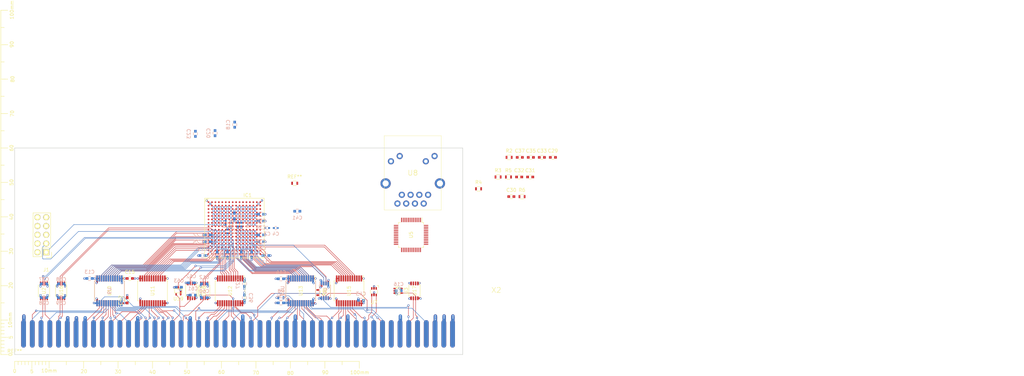
<source format=kicad_pcb>
(kicad_pcb (version 4) (host pcbnew 4.0.4+e1-6308~48~ubuntu16.04.1-stable)
  (layers (0 F.Cu signal) (1 In1.Cu signal hide) (2 In2.Cu signal) (31 B.Cu signal) (34 B.Paste user) (35 F.Paste user) (36 B.SilkS user hide) (37 F.SilkS user hide) (38 B.Mask user) (39 F.Mask user) (44 Edge.Cuts user))
  (net 0 "")
  (net 1 GND)
  (net 2 "Net-(IC1-PadB1)")
  (net 3 "Net-(IC1-PadC1)")
  (net 4 "Net-(IC1-PadD1)")
  (net 5 "Net-(IC1-PadF1)")
  (net 6 "Net-(IC1-PadG1)")
  (net 7 "Net-(IC1-PadH1)")
  (net 8 "Net-(IC1-PadC2)")
  (net 9 "Net-(IC1-PadD2)")
  (net 10 "Net-(IC1-PadD4)")
  (net 11 "Net-(IC1-PadF2)")
  (net 12 "Net-(IC1-PadF4)")
  (net 13 "Net-(IC1-PadG2)")
  (net 14 "Net-(IC1-PadE5)")
  (net 15 "Net-(IC1-PadF5)")
  (net 16 "Net-(IC1-PadG5)")
  (net 17 /FPGA/VCCD_PLL2)
  (net 18 /FPGA/VCCD_PLL1)
  (net 19 VCCINT)
  (net 20 /FPGA/VCCA1)
  (net 21 /FPGA/VCCA2)
  (net 22 /FPGA/CLK1)
  (net 23 /FPGA/VREFB1N0)
  (net 24 /FPGA/DATA0)
  (net 25 /FPGA/TCK)
  (net 26 /FPGA/TDI)
  (net 27 /FPGA/TDO)
  (net 28 /FPGA/nCE)
  (net 29 /FPGA/nCONFIG)
  (net 30 /FPGA/TMS)
  (net 31 /FPGA/SD_6)
  (net 32 /FPGA/VCCIO8)
  (net 33 /FPGA/VCCIO7)
  (net 34 /FPGA/VCCIO1)
  (net 35 /FPGA/SD_0)
  (net 36 /FPGA/SD_1)
  (net 37 /FPGA/SD_2)
  (net 38 /FPGA/SD_3)
  (net 39 /FPGA/SD_4)
  (net 40 /FPGA/SD_5)
  (net 41 /Zorro/SD5)
  (net 42 /Zorro/SD6)
  (net 43 /Zorro/SD7)
  (net 44 /Zorro/SD4)
  (net 45 /Zorro/SD3)
  (net 46 /Zorro/SD2)
  (net 47 /Zorro/SD1)
  (net 48 /Zorro/SD0)
  (net 49 /FPGA/SD_7)
  (net 50 /FPGA/AD_31)
  (net 51 /FPGA/AD_30)
  (net 52 /FPGA/AD_27)
  (net 53 /FPGA/AD_29)
  (net 54 /FPGA/AD_26)
  (net 55 /FPGA/AD_28)
  (net 56 /Zorro/AD24)
  (net 57 /Zorro/AD25)
  (net 58 /Zorro/AD26)
  (net 59 /Zorro/AD27)
  (net 60 /Zorro/AD28)
  (net 61 /Zorro/AD29)
  (net 62 /Zorro/AD30)
  (net 63 /Zorro/AD31)
  (net 64 "Net-(X2-Pad8)")
  (net 65 "Net-(X2-Pad10)")
  (net 66 "Net-(X2-Pad15)")
  (net 67 "Net-(X2-Pad20)")
  (net 68 /Zorro/AD13)
  (net 69 "Net-(X2-Pad40)")
  (net 70 /Zorro/AD14)
  (net 71 "Net-(X2-Pad42)")
  (net 72 /Zorro/AD15)
  (net 73 "Net-(X2-Pad44)")
  (net 74 /Zorro/AD16)
  (net 75 /Zorro/AD17)
  (net 76 /Zorro/AD18)
  (net 77 /Zorro/AD19)
  (net 78 /Zorro/AD20)
  (net 79 /Zorro/AD22)
  (net 80 /Zorro/AD21)
  (net 81 /Zorro/AD23)
  (net 82 "Net-(X2-Pad96)")
  (net 83 /FPGA/AD_23)
  (net 84 /FPGA/AD_24)
  (net 85 /FPGA/AD_25)
  (net 86 /FPGA/AD_21)
  (net 87 /FPGA/AD_22)
  (net 88 /FPGA/AD_16)
  (net 89 /FPGA/AD_18)
  (net 90 /FPGA/AD_17)
  (net 91 /FPGA/AD_15)
  (net 92 /FPGA/AD_13)
  (net 93 /FPGA/AD_14)
  (net 94 /FPGA/AD_20)
  (net 95 /FPGA/AD_19)
  (net 96 /FPGA/AD_11)
  (net 97 /FPGA/AD_8)
  (net 98 /FPGA/AD_12)
  (net 99 /FPGA/AD_10)
  (net 100 /FPGA/AD_9)
  (net 101 /Zorro/AD12)
  (net 102 /Zorro/AD11)
  (net 103 /Zorro/AD10)
  (net 104 /Zorro/AD9)
  (net 105 /Zorro/AD8)
  (net 106 /FPGA/FC_2)
  (net 107 /FPGA/FC_0)
  (net 108 /FPGA/FC_1)
  (net 109 /Zorro/FC2)
  (net 110 /Zorro/FC1)
  (net 111 /Zorro/FC0)
  (net 112 /Zorro/~LOCK)
  (net 113 /Zorro/A5)
  (net 114 /Zorro/A6)
  (net 115 /Zorro/A4)
  (net 116 /Zorro/A3)
  (net 117 /Zorro/A2)
  (net 118 /Zorro/A7)
  (net 119 "Net-(IC1-PadK10)")
  (net 120 "Net-(IC1-PadL10)")
  (net 121 "Net-(IC1-PadM10)")
  (net 122 "Net-(IC1-PadM11)")
  (net 123 "Net-(IC1-PadL11)")
  (net 124 /Zorro/~DS1)
  (net 125 /Zorro/~DS3)
  (net 126 /Zorro/~DS2)
  (net 127 /Zorro/~DS0)
  (net 128 /Zorro/~FCS)
  (net 129 /Zorro/~CCS)
  (net 130 /Zorro/DOE)
  (net 131 /Zorro/READ)
  (net 132 /Zorro/~IORST)
  (net 133 /Zorro/~BCLR)
  (net 134 /Zorro/~MTACK)
  (net 135 /Zorro/~MTCR)
  (net 136 /FPGA/nLOCK)
  (net 137 /FPGA/A_3)
  (net 138 /FPGA/A_2)
  (net 139 /FPGA/A_4)
  (net 140 /FPGA/A_7)
  (net 141 /FPGA/A_6)
  (net 142 /FPGA/A_5)
  (net 143 /Zorro/~OWN)
  (net 144 /Zorro/~CINH)
  (net 145 /Zorro/~INT2)
  (net 146 /Zorro/~INT6)
  (net 147 /Zorro/~SLAVEn)
  (net 148 /Zorro/~CFGOUTn)
  (net 149 /Zorro/~CFGINn)
  (net 150 /Zorro/~C3)
  (net 151 /Zorro/~C1)
  (net 152 /Zorro/~BERR)
  (net 153 /Zorro/E_CLOCK)
  (net 154 /Zorro/~RESET)
  (net 155 /Zorro/~HLT)
  (net 156 /Zorro/~BRn)
  (net 157 /Zorro/~BGACK)
  (net 158 /Zorro/~BGN)
  (net 159 /Zorro/~DTACK)
  (net 160 /Zorro/7M)
  (net 161 +5VDC)
  (net 162 /FPGA/SenseZ3)
  (net 163 +3V3)
  (net 164 /FPGA/nDS_0)
  (net 165 /FPGA/nDS_2)
  (net 166 /FPGA/nDS_3)
  (net 167 /FPGA/nCCS)
  (net 168 /FPGA/READ_)
  (net 169 /FPGA/DOE_)
  (net 170 /FPGA/nFCS)
  (net 171 /FPGA/nDS_1)
  (net 172 /FPGA/nOE_AD)
  (net 173 /FPGA/DIR_AD)
  (net 174 "Net-(J1-Pad4)")
  (net 175 "Net-(J1-Pad6)")
  (net 176 "Net-(J1-Pad7)")
  (net 177 "Net-(J1-Pad8)")
  (net 178 "Net-(IC1-PadL9)")
  (net 179 "Net-(IC1-PadK9)")
  (net 180 /FPGA/nMTACK)
  (net 181 "Net-(R3-Pad1)")
  (net 182 /FPGA/nBCLR)
  (net 183 /Zorro/SenseZ3)
  (net 184 "Net-(R2-Pad1)")
  (net 185 /FPGA/nIORST)
  (net 186 /FPGA/nMTCR)
  (net 187 "Net-(U15-Pad3)")
  (net 188 "Net-(U15-Pad21)")
  (net 189 /FPGA/E_CLOCK_)
  (net 190 /FPGA/7M_)
  (net 191 /FPGA/nOWN)
  (net 192 /FPGA/nBGACK)
  (net 193 "Net-(R5-Pad1)")
  (net 194 "Net-(R6-Pad2)")
  (net 195 /FPGA/nBG)
  (net 196 /FPGA/nCFGINn)
  (net 197 /FPGA/nBR)
  (net 198 /FPGA/nCFGOUTn)
  (net 199 /FPGA/nCINH)
  (net 200 /FPGA/nSLAVEn)
  (net 201 "Net-(IC1-PadK8)")
  (net 202 "Net-(IC1-PadL7)")
  (net 203 "Net-(IC1-PadJ11)")
  (net 204 "Net-(IC1-PadJ12)")
  (net 205 "Net-(IC1-PadJ13)")
  (net 206 "Net-(IC1-PadL13)")
  (net 207 /FPGA/VREFB5N0)
  (net 208 "Net-(IC1-PadJ14)")
  (net 209 "Net-(IC1-PadJ15)")
  (net 210 "Net-(IC1-PadK15)")
  (net 211 "Net-(IC1-PadL15)")
  (net 212 "Net-(IC1-PadM15)")
  (net 213 "Net-(IC1-PadK11)")
  (net 214 "Net-(IC1-PadK12)")
  (net 215 "Net-(IC1-PadL12)")
  (net 216 "Net-(IC1-PadN16)")
  (net 217 "Net-(IC1-PadM16)")
  (net 218 "Net-(IC1-PadL16)")
  (net 219 "Net-(IC1-PadK16)")
  (net 220 "Net-(IC1-PadJ16)")
  (net 221 "Net-(IC1-PadJ6)")
  (net 222 "Net-(IC1-PadK6)")
  (net 223 "Net-(IC1-PadL6)")
  (net 224 "Net-(IC1-PadA2)")
  (net 225 "Net-(IC1-PadA3)")
  (net 226 "Net-(IC1-PadA4)")
  (net 227 "Net-(IC1-PadA5)")
  (net 228 "Net-(IC1-PadA6)")
  (net 229 "Net-(IC1-PadA7)")
  (net 230 "Net-(IC1-PadA8)")
  (net 231 "Net-(IC1-PadB8)")
  (net 232 "Net-(IC1-PadB7)")
  (net 233 "Net-(IC1-PadB6)")
  (net 234 "Net-(IC1-PadB5)")
  (net 235 "Net-(IC1-PadB3)")
  (net 236 "Net-(IC1-PadB4)")
  (net 237 "Net-(IC1-PadC3)")
  (net 238 "Net-(IC1-PadC6)")
  (net 239 "Net-(IC1-PadC8)")
  (net 240 "Net-(IC1-PadD3)")
  (net 241 "Net-(IC1-PadD5)")
  (net 242 "Net-(IC1-PadD6)")
  (net 243 "Net-(IC1-PadD8)")
  (net 244 "Net-(IC1-PadE8)")
  (net 245 "Net-(IC1-PadE7)")
  (net 246 "Net-(IC1-PadE6)")
  (net 247 "Net-(IC1-PadF6)")
  (net 248 "Net-(IC1-PadF7)")
  (net 249 "Net-(IC1-PadF8)")
  (net 250 /Zorro/nBUSMASTER)
  (net 251 /Zorro/BUSMASTER)
  (net 252 "Net-(R8-Pad1)")
  (net 253 /FPGA/nSLAVEn_IN)
  (net 254 /FPGA/nINT2)
  (net 255 /FPGA/nINT6)
  (net 256 /FPGA/nHLT)
  (net 257 "Net-(U14-Pad6)")
  (net 258 "Net-(U14-Pad18)")
  (net 259 "Net-(R10-Pad1)")
  (net 260 AVDD18)
  (net 261 /Ethernet/RXp)
  (net 262 /Ethernet/RXn)
  (net 263 GNDA)
  (net 264 /Ethernet/TXp)
  (net 265 /Ethernet/TXn)
  (net 266 "Net-(R9-Pad1)")
  (net 267 "Net-(U5-Pad20)")
  (net 268 "Net-(U5-Pad21)")
  (net 269 /Ethernet/CMD)
  (net 270 /Ethernet/INT)
  (net 271 /Ethernet/IOR#)
  (net 272 /Ethernet/IOW#)
  (net 273 /Ethernet/CS#)
  (net 274 /Ethernet/LED2)
  (net 275 /Ethernet/LED1)
  (net 276 "Net-(C53-Pad2)")
  (net 277 "Net-(C54-Pad2)")
  (net 278 "Net-(U8-Pad7)")
  (net 279 "Net-(R15-Pad2)")
  (net 280 "Net-(R16-Pad1)")
  (net 281 /FPGA/IORST#)
  (net 282 "Net-(U5-Pad46)")
  (net 283 /Ethernet/ETH_SD7)
  (net 284 /Ethernet/ETH_SD6)
  (net 285 /Ethernet/ETH_SD5)
  (net 286 /Ethernet/ETH_SD4)
  (net 287 /Ethernet/ETH_SD3)
  (net 288 /Ethernet/ETH_SD2)
  (net 289 /Ethernet/ETH_SD1)
  (net 290 /Ethernet/ETH_SD0)
  (net 291 /Ethernet/ETH_SD15)
  (net 292 /Ethernet/ETH_SD14)
  (net 293 /Ethernet/ETH_SD13)
  (net 294 /Ethernet/ETH_SD12)
  (net 295 /Ethernet/ETH_SD11)
  (net 296 /Ethernet/ETH_SD10)
  (net 297 /Ethernet/ETH_SD9)
  (net 298 /Ethernet/ETH_SD8)
  (net 299 /FPGA/nDTACK_OUT)
  (net 300 "Net-(U20-Pad2)")
  (net 301 /FPGA/nDTACK)
  (net 302 "Net-(U20-Pad7)")
  (net 303 "Net-(IC1-PadM9)")
  (module BGA-256-NSMD (layer F.Cu) (at 183.75 43.25)
    (fp_text reference IC1 (at 3.81 -9.525) (layer F.SilkS))
    (fp_text value EP4CE10F17)
    (pad A1 smd circle (at -7.50062 -7.50062) (size 0.50038 0.50038) (layers F.Cu F.Paste F.Mask) (net 32 /FPGA/VCCIO8))
    (pad A2 smd circle (at -6.49986 -7.50062) (size 0.50038 0.50038) (layers F.Cu F.Paste F.Mask) (net 224 "Net-(IC1-PadA2)"))
    (pad A3 smd circle (at -5.4991 -7.50062) (size 0.50038 0.50038) (layers F.Cu F.Paste F.Mask) (net 225 "Net-(IC1-PadA3)"))
    (pad A4 smd circle (at -4.50088 -7.50062) (size 0.50038 0.50038) (layers F.Cu F.Paste F.Mask) (net 226 "Net-(IC1-PadA4)"))
    (pad A5 smd circle (at -3.50012 -7.50062) (size 0.50038 0.50038) (layers F.Cu F.Paste F.Mask) (net 227 "Net-(IC1-PadA5)"))
    (pad A6 smd circle (at -2.49936 -7.50062) (size 0.50038 0.50038) (layers F.Cu F.Paste F.Mask) (net 228 "Net-(IC1-PadA6)"))
    (pad A7 smd circle (at -1.50114 -7.50062) (size 0.50038 0.50038) (layers F.Cu F.Paste F.Mask) (net 229 "Net-(IC1-PadA7)"))
    (pad A8 smd circle (at -0.50038 -7.50062) (size 0.50038 0.50038) (layers F.Cu F.Paste F.Mask) (net 230 "Net-(IC1-PadA8)"))
    (pad A9 smd circle (at 0.50038 -7.50062) (size 0.50038 0.50038) (layers F.Cu F.Paste F.Mask))
    (pad A10 smd circle (at 1.50114 -7.50062) (size 0.50038 0.50038) (layers F.Cu F.Paste F.Mask))
    (pad A11 smd circle (at 2.49936 -7.50062) (size 0.50038 0.50038) (layers F.Cu F.Paste F.Mask))
    (pad A12 smd circle (at 3.50012 -7.50062) (size 0.50038 0.50038) (layers F.Cu F.Paste F.Mask))
    (pad A13 smd circle (at 4.50088 -7.50062) (size 0.50038 0.50038) (layers F.Cu F.Paste F.Mask))
    (pad A14 smd circle (at 5.4991 -7.50062) (size 0.50038 0.50038) (layers F.Cu F.Paste F.Mask))
    (pad A15 smd circle (at 6.49986 -7.50062) (size 0.50038 0.50038) (layers F.Cu F.Paste F.Mask))
    (pad A16 smd circle (at 7.50062 -7.50062) (size 0.50038 0.50038) (layers F.Cu F.Paste F.Mask) (net 33 /FPGA/VCCIO7))
    (pad B1 smd circle (at -7.50062 -6.49986) (size 0.50038 0.50038) (layers F.Cu F.Paste F.Mask) (net 2 "Net-(IC1-PadB1)"))
    (pad C1 smd circle (at -7.50062 -5.4991) (size 0.50038 0.50038) (layers F.Cu F.Paste F.Mask) (net 3 "Net-(IC1-PadC1)"))
    (pad D1 smd circle (at -7.50062 -4.50088) (size 0.50038 0.50038) (layers F.Cu F.Paste F.Mask) (net 4 "Net-(IC1-PadD1)"))
    (pad E1 smd circle (at -7.50062 -3.50012) (size 0.50038 0.50038) (layers F.Cu F.Paste F.Mask) (net 22 /FPGA/CLK1))
    (pad F1 smd circle (at -7.50062 -2.49936) (size 0.50038 0.50038) (layers F.Cu F.Paste F.Mask) (net 5 "Net-(IC1-PadF1)"))
    (pad G1 smd circle (at -7.50062 -1.50114) (size 0.50038 0.50038) (layers F.Cu F.Paste F.Mask) (net 6 "Net-(IC1-PadG1)"))
    (pad H1 smd circle (at -7.50062 -0.50038) (size 0.50038 0.50038) (layers F.Cu F.Paste F.Mask) (net 7 "Net-(IC1-PadH1)"))
    (pad J1 smd circle (at -7.50062 0.50038) (size 0.50038 0.50038) (layers F.Cu F.Paste F.Mask) (net 162 /FPGA/SenseZ3))
    (pad B16 smd circle (at 7.50062 -6.49986) (size 0.50038 0.50038) (layers F.Cu F.Paste F.Mask))
    (pad B15 smd circle (at 6.49986 -6.49986) (size 0.50038 0.50038) (layers F.Cu F.Paste F.Mask) (net 1 GND))
    (pad B14 smd circle (at 5.4991 -6.49986) (size 0.50038 0.50038) (layers F.Cu F.Paste F.Mask))
    (pad B13 smd circle (at 4.50088 -6.49986) (size 0.50038 0.50038) (layers F.Cu F.Paste F.Mask))
    (pad B12 smd circle (at 3.50012 -6.49986) (size 0.50038 0.50038) (layers F.Cu F.Paste F.Mask))
    (pad B11 smd circle (at 2.49936 -6.49986) (size 0.50038 0.50038) (layers F.Cu F.Paste F.Mask))
    (pad B10 smd circle (at 1.50114 -6.49986) (size 0.50038 0.50038) (layers F.Cu F.Paste F.Mask))
    (pad B9 smd circle (at 0.50038 -6.49986) (size 0.50038 0.50038) (layers F.Cu F.Paste F.Mask))
    (pad B8 smd circle (at -0.50038 -6.49986) (size 0.50038 0.50038) (layers F.Cu F.Paste F.Mask) (net 231 "Net-(IC1-PadB8)"))
    (pad B7 smd circle (at -1.50114 -6.49986) (size 0.50038 0.50038) (layers F.Cu F.Paste F.Mask) (net 232 "Net-(IC1-PadB7)"))
    (pad B6 smd circle (at -2.49936 -6.49986) (size 0.50038 0.50038) (layers F.Cu F.Paste F.Mask) (net 233 "Net-(IC1-PadB6)"))
    (pad B5 smd circle (at -3.50012 -6.49986) (size 0.50038 0.50038) (layers F.Cu F.Paste F.Mask) (net 234 "Net-(IC1-PadB5)"))
    (pad B2 smd circle (at -6.49986 -6.49986) (size 0.50038 0.50038) (layers F.Cu F.Paste F.Mask) (net 1 GND))
    (pad B3 smd circle (at -5.4991 -6.49986) (size 0.50038 0.50038) (layers F.Cu F.Paste F.Mask) (net 235 "Net-(IC1-PadB3)"))
    (pad B4 smd circle (at -4.50088 -6.49986) (size 0.50038 0.50038) (layers F.Cu F.Paste F.Mask) (net 236 "Net-(IC1-PadB4)"))
    (pad C2 smd circle (at -6.49986 -5.4991) (size 0.50038 0.50038) (layers F.Cu F.Paste F.Mask) (net 8 "Net-(IC1-PadC2)"))
    (pad C3 smd circle (at -5.4991 -5.4991) (size 0.50038 0.50038) (layers F.Cu F.Paste F.Mask) (net 237 "Net-(IC1-PadC3)"))
    (pad C4 smd circle (at -4.50088 -5.4991) (size 0.50038 0.50038) (layers F.Cu F.Paste F.Mask) (net 32 /FPGA/VCCIO8))
    (pad C5 smd circle (at -3.50012 -5.4991) (size 0.50038 0.50038) (layers F.Cu F.Paste F.Mask) (net 1 GND))
    (pad C6 smd circle (at -2.49936 -5.4991) (size 0.50038 0.50038) (layers F.Cu F.Paste F.Mask) (net 238 "Net-(IC1-PadC6)"))
    (pad C7 smd circle (at -1.50114 -5.4991) (size 0.50038 0.50038) (layers F.Cu F.Paste F.Mask) (net 32 /FPGA/VCCIO8))
    (pad C8 smd circle (at -0.50038 -5.4991) (size 0.50038 0.50038) (layers F.Cu F.Paste F.Mask) (net 239 "Net-(IC1-PadC8)"))
    (pad C9 smd circle (at 0.50038 -5.4991) (size 0.50038 0.50038) (layers F.Cu F.Paste F.Mask))
    (pad D2 smd circle (at -6.49986 -4.50088) (size 0.50038 0.50038) (layers F.Cu F.Paste F.Mask) (net 9 "Net-(IC1-PadD2)"))
    (pad D3 smd circle (at -5.4991 -4.50088) (size 0.50038 0.50038) (layers F.Cu F.Paste F.Mask) (net 240 "Net-(IC1-PadD3)"))
    (pad D4 smd circle (at -4.50088 -4.50088) (size 0.50038 0.50038) (layers F.Cu F.Paste F.Mask) (net 10 "Net-(IC1-PadD4)"))
    (pad D5 smd circle (at -3.50012 -4.50088) (size 0.50038 0.50038) (layers F.Cu F.Paste F.Mask) (net 241 "Net-(IC1-PadD5)"))
    (pad D6 smd circle (at -2.49936 -4.50088) (size 0.50038 0.50038) (layers F.Cu F.Paste F.Mask) (net 242 "Net-(IC1-PadD6)"))
    (pad D7 smd circle (at -1.50114 -4.50088) (size 0.50038 0.50038) (layers F.Cu F.Paste F.Mask) (net 1 GND))
    (pad D8 smd circle (at -0.50038 -4.50088) (size 0.50038 0.50038) (layers F.Cu F.Paste F.Mask) (net 243 "Net-(IC1-PadD8)"))
    (pad D9 smd circle (at 0.50038 -4.50088) (size 0.50038 0.50038) (layers F.Cu F.Paste F.Mask))
    (pad E2 smd circle (at -6.49986 -3.50012) (size 0.50038 0.50038) (layers F.Cu F.Paste F.Mask) (net 1 GND))
    (pad E3 smd circle (at -5.4991 -3.50012) (size 0.50038 0.50038) (layers F.Cu F.Paste F.Mask) (net 34 /FPGA/VCCIO1))
    (pad E4 smd circle (at -4.50088 -3.50012) (size 0.50038 0.50038) (layers F.Cu F.Paste F.Mask) (net 1 GND))
    (pad C10 smd circle (at 1.50114 -5.4991) (size 0.50038 0.50038) (layers F.Cu F.Paste F.Mask) (net 33 /FPGA/VCCIO7))
    (pad D10 smd circle (at 1.50114 -4.50088) (size 0.50038 0.50038) (layers F.Cu F.Paste F.Mask) (net 1 GND))
    (pad C11 smd circle (at 2.49936 -5.4991) (size 0.50038 0.50038) (layers F.Cu F.Paste F.Mask))
    (pad D11 smd circle (at 2.49936 -4.50088) (size 0.50038 0.50038) (layers F.Cu F.Paste F.Mask))
    (pad D12 smd circle (at 3.50012 -4.50088) (size 0.50038 0.50038) (layers F.Cu F.Paste F.Mask))
    (pad C12 smd circle (at 3.50012 -5.4991) (size 0.50038 0.50038) (layers F.Cu F.Paste F.Mask) (net 1 GND))
    (pad C13 smd circle (at 4.50088 -5.4991) (size 0.50038 0.50038) (layers F.Cu F.Paste F.Mask) (net 33 /FPGA/VCCIO7))
    (pad C14 smd circle (at 5.4991 -5.4991) (size 0.50038 0.50038) (layers F.Cu F.Paste F.Mask))
    (pad D14 smd circle (at 5.4991 -4.50088) (size 0.50038 0.50038) (layers F.Cu F.Paste F.Mask))
    (pad D13 smd circle (at 4.50088 -4.50088) (size 0.50038 0.50038) (layers F.Cu F.Paste F.Mask) (net 17 /FPGA/VCCD_PLL2))
    (pad C15 smd circle (at 6.49986 -5.4991) (size 0.50038 0.50038) (layers F.Cu F.Paste F.Mask))
    (pad D15 smd circle (at 6.49986 -4.50088) (size 0.50038 0.50038) (layers F.Cu F.Paste F.Mask))
    (pad D16 smd circle (at 7.50062 -4.50088) (size 0.50038 0.50038) (layers F.Cu F.Paste F.Mask))
    (pad C16 smd circle (at 7.50062 -5.4991) (size 0.50038 0.50038) (layers F.Cu F.Paste F.Mask))
    (pad E13 smd circle (at 4.50088 -3.50012) (size 0.50038 0.50038) (layers F.Cu F.Paste F.Mask) (net 1 GND))
    (pad F13 smd circle (at 4.50088 -2.49936) (size 0.50038 0.50038) (layers F.Cu F.Paste F.Mask))
    (pad G13 smd circle (at 4.50088 -1.50114) (size 0.50038 0.50038) (layers F.Cu F.Paste F.Mask) (net 1 GND))
    (pad G14 smd circle (at 5.4991 -1.50114) (size 0.50038 0.50038) (layers F.Cu F.Paste F.Mask) (net 163 +3V3))
    (pad F14 smd circle (at 5.4991 -2.49936) (size 0.50038 0.50038) (layers F.Cu F.Paste F.Mask))
    (pad E14 smd circle (at 5.4991 -3.50012) (size 0.50038 0.50038) (layers F.Cu F.Paste F.Mask) (net 163 +3V3))
    (pad E15 smd circle (at 6.49986 -3.50012) (size 0.50038 0.50038) (layers F.Cu F.Paste F.Mask))
    (pad F15 smd circle (at 6.49986 -2.49936) (size 0.50038 0.50038) (layers F.Cu F.Paste F.Mask))
    (pad G15 smd circle (at 6.49986 -1.50114) (size 0.50038 0.50038) (layers F.Cu F.Paste F.Mask))
    (pad G16 smd circle (at 7.50062 -1.50114) (size 0.50038 0.50038) (layers F.Cu F.Paste F.Mask))
    (pad F16 smd circle (at 7.50062 -2.49936) (size 0.50038 0.50038) (layers F.Cu F.Paste F.Mask))
    (pad E16 smd circle (at 7.50062 -3.50012) (size 0.50038 0.50038) (layers F.Cu F.Paste F.Mask))
    (pad F2 smd circle (at -6.49986 -2.49936) (size 0.50038 0.50038) (layers F.Cu F.Paste F.Mask) (net 11 "Net-(IC1-PadF2)"))
    (pad F3 smd circle (at -5.4991 -2.49936) (size 0.50038 0.50038) (layers F.Cu F.Paste F.Mask) (net 23 /FPGA/VREFB1N0))
    (pad F4 smd circle (at -4.50088 -2.49936) (size 0.50038 0.50038) (layers F.Cu F.Paste F.Mask) (net 12 "Net-(IC1-PadF4)"))
    (pad G4 smd circle (at -4.50088 -1.50114) (size 0.50038 0.50038) (layers F.Cu F.Paste F.Mask) (net 1 GND))
    (pad G3 smd circle (at -5.4991 -1.50114) (size 0.50038 0.50038) (layers F.Cu F.Paste F.Mask) (net 34 /FPGA/VCCIO1))
    (pad G2 smd circle (at -6.49986 -1.50114) (size 0.50038 0.50038) (layers F.Cu F.Paste F.Mask) (net 13 "Net-(IC1-PadG2)"))
    (pad H2 smd circle (at -6.49986 -0.50038) (size 0.50038 0.50038) (layers F.Cu F.Paste F.Mask) (net 24 /FPGA/DATA0))
    (pad H3 smd circle (at -5.4991 -0.50038) (size 0.50038 0.50038) (layers F.Cu F.Paste F.Mask) (net 25 /FPGA/TCK))
    (pad H4 smd circle (at -4.50088 -0.50038) (size 0.50038 0.50038) (layers F.Cu F.Paste F.Mask) (net 26 /FPGA/TDI))
    (pad J4 smd circle (at -4.50088 0.50038) (size 0.50038 0.50038) (layers F.Cu F.Paste F.Mask) (net 27 /FPGA/TDO))
    (pad J3 smd circle (at -5.4991 0.50038) (size 0.50038 0.50038) (layers F.Cu F.Paste F.Mask) (net 28 /FPGA/nCE))
    (pad J2 smd circle (at -6.49986 0.50038) (size 0.50038 0.50038) (layers F.Cu F.Paste F.Mask) (net 190 /FPGA/7M_))
    (pad K1 smd circle (at -7.50062 1.50114) (size 0.50038 0.50038) (layers F.Cu F.Paste F.Mask) (net 39 /FPGA/SD_4))
    (pad K2 smd circle (at -6.49986 1.50114) (size 0.50038 0.50038) (layers F.Cu F.Paste F.Mask) (net 40 /FPGA/SD_5))
    (pad K3 smd circle (at -5.4991 1.50114) (size 0.50038 0.50038) (layers F.Cu F.Paste F.Mask) (net 163 +3V3))
    (pad K4 smd circle (at -4.50088 1.50114) (size 0.50038 0.50038) (layers F.Cu F.Paste F.Mask) (net 1 GND))
    (pad L4 smd circle (at -4.50088 2.49936) (size 0.50038 0.50038) (layers F.Cu F.Paste F.Mask) (net 171 /FPGA/nDS_1))
    (pad L3 smd circle (at -5.4991 2.49936) (size 0.50038 0.50038) (layers F.Cu F.Paste F.Mask) (net 185 /FPGA/nIORST))
    (pad L2 smd circle (at -6.49986 2.49936) (size 0.50038 0.50038) (layers F.Cu F.Paste F.Mask) (net 31 /FPGA/SD_6))
    (pad L1 smd circle (at -7.50062 2.49936) (size 0.50038 0.50038) (layers F.Cu F.Paste F.Mask) (net 38 /FPGA/SD_3))
    (pad M1 smd circle (at -7.50062 3.50012) (size 0.50038 0.50038) (layers F.Cu F.Paste F.Mask) (net 37 /FPGA/SD_2))
    (pad M2 smd circle (at -6.49986 3.50012) (size 0.50038 0.50038) (layers F.Cu F.Paste F.Mask) (net 49 /FPGA/SD_7))
    (pad M3 smd circle (at -5.4991 3.50012) (size 0.50038 0.50038) (layers F.Cu F.Paste F.Mask) (net 163 +3V3))
    (pad M4 smd circle (at -4.50088 3.50012) (size 0.50038 0.50038) (layers F.Cu F.Paste F.Mask) (net 1 GND))
    (pad N4 smd circle (at -4.50088 4.50088) (size 0.50038 0.50038) (layers F.Cu F.Paste F.Mask) (net 18 /FPGA/VCCD_PLL1))
    (pad P4 smd circle (at -4.50088 5.4991) (size 0.50038 0.50038) (layers F.Cu F.Paste F.Mask) (net 163 +3V3))
    (pad R4 smd circle (at -4.50088 6.49986) (size 0.50038 0.50038) (layers F.Cu F.Paste F.Mask) (net 50 /FPGA/AD_31))
    (pad R3 smd circle (at -5.4991 6.49986) (size 0.50038 0.50038) (layers F.Cu F.Paste F.Mask) (net 53 /FPGA/AD_29))
    (pad P3 smd circle (at -5.4991 5.4991) (size 0.50038 0.50038) (layers F.Cu F.Paste F.Mask) (net 54 /FPGA/AD_26))
    (pad N3 smd circle (at -5.4991 4.50088) (size 0.50038 0.50038) (layers F.Cu F.Paste F.Mask) (net 170 /FPGA/nFCS))
    (pad N2 smd circle (at -6.49986 4.50088) (size 0.50038 0.50038) (layers F.Cu F.Paste F.Mask) (net 36 /FPGA/SD_1))
    (pad P2 smd circle (at -6.49986 5.4991) (size 0.50038 0.50038) (layers F.Cu F.Paste F.Mask) (net 84 /FPGA/AD_24))
    (pad R2 smd circle (at -6.49986 6.49986) (size 0.50038 0.50038) (layers F.Cu F.Paste F.Mask) (net 1 GND))
    (pad N1 smd circle (at -7.50062 4.50088) (size 0.50038 0.50038) (layers F.Cu F.Paste F.Mask) (net 35 /FPGA/SD_0))
    (pad P1 smd circle (at -7.50062 5.4991) (size 0.50038 0.50038) (layers F.Cu F.Paste F.Mask) (net 85 /FPGA/AD_25))
    (pad R1 smd circle (at -7.50062 6.49986) (size 0.50038 0.50038) (layers F.Cu F.Paste F.Mask) (net 52 /FPGA/AD_27))
    (pad T1 smd circle (at -7.50062 7.50062) (size 0.50038 0.50038) (layers F.Cu F.Paste F.Mask) (net 163 +3V3))
    (pad T2 smd circle (at -6.49986 7.50062) (size 0.50038 0.50038) (layers F.Cu F.Paste F.Mask) (net 55 /FPGA/AD_28))
    (pad T3 smd circle (at -5.4991 7.50062) (size 0.50038 0.50038) (layers F.Cu F.Paste F.Mask) (net 51 /FPGA/AD_30))
    (pad T4 smd circle (at -4.50088 7.50062) (size 0.50038 0.50038) (layers F.Cu F.Paste F.Mask) (net 195 /FPGA/nBG))
    (pad E8 smd circle (at -0.50038 -3.50012) (size 0.50038 0.50038) (layers F.Cu F.Paste F.Mask) (net 244 "Net-(IC1-PadE8)"))
    (pad E7 smd circle (at -1.50114 -3.50012) (size 0.50038 0.50038) (layers F.Cu F.Paste F.Mask) (net 245 "Net-(IC1-PadE7)"))
    (pad E6 smd circle (at -2.49936 -3.50012) (size 0.50038 0.50038) (layers F.Cu F.Paste F.Mask) (net 246 "Net-(IC1-PadE6)"))
    (pad E5 smd circle (at -3.50012 -3.50012) (size 0.50038 0.50038) (layers F.Cu F.Paste F.Mask) (net 14 "Net-(IC1-PadE5)"))
    (pad F5 smd circle (at -3.50012 -2.49936) (size 0.50038 0.50038) (layers F.Cu F.Paste F.Mask) (net 15 "Net-(IC1-PadF5)"))
    (pad F6 smd circle (at -2.49936 -2.49936) (size 0.50038 0.50038) (layers F.Cu F.Paste F.Mask) (net 247 "Net-(IC1-PadF6)"))
    (pad F7 smd circle (at -1.50114 -2.49936) (size 0.50038 0.50038) (layers F.Cu F.Paste F.Mask) (net 248 "Net-(IC1-PadF7)"))
    (pad F8 smd circle (at -0.50038 -2.49936) (size 0.50038 0.50038) (layers F.Cu F.Paste F.Mask) (net 249 "Net-(IC1-PadF8)"))
    (pad G5 smd circle (at -3.50012 -1.50114) (size 0.50038 0.50038) (layers F.Cu F.Paste F.Mask) (net 16 "Net-(IC1-PadG5)"))
    (pad G6 smd circle (at -2.49936 -1.50114) (size 0.50038 0.50038) (layers F.Cu F.Paste F.Mask) (net 19 VCCINT))
    (pad G7 smd circle (at -1.50114 -1.50114) (size 0.50038 0.50038) (layers F.Cu F.Paste F.Mask) (net 19 VCCINT))
    (pad G8 smd circle (at -0.50038 -1.50114) (size 0.50038 0.50038) (layers F.Cu F.Paste F.Mask) (net 19 VCCINT))
    (pad H5 smd circle (at -3.50012 -0.50038) (size 0.50038 0.50038) (layers F.Cu F.Paste F.Mask) (net 29 /FPGA/nCONFIG))
    (pad H6 smd circle (at -2.49936 -0.50038) (size 0.50038 0.50038) (layers F.Cu F.Paste F.Mask) (net 19 VCCINT))
    (pad H7 smd circle (at -1.50114 -0.50038) (size 0.50038 0.50038) (layers F.Cu F.Paste F.Mask) (net 1 GND))
    (pad H8 smd circle (at -0.50038 -0.50038) (size 0.50038 0.50038) (layers F.Cu F.Paste F.Mask) (net 1 GND))
    (pad J5 smd circle (at -3.50012 0.50038) (size 0.50038 0.50038) (layers F.Cu F.Paste F.Mask) (net 30 /FPGA/TMS))
    (pad J6 smd circle (at -2.49936 0.50038) (size 0.50038 0.50038) (layers F.Cu F.Paste F.Mask) (net 221 "Net-(IC1-PadJ6)"))
    (pad J7 smd circle (at -1.50114 0.50038) (size 0.50038 0.50038) (layers F.Cu F.Paste F.Mask) (net 1 GND))
    (pad J8 smd circle (at -0.50038 0.50038) (size 0.50038 0.50038) (layers F.Cu F.Paste F.Mask) (net 1 GND))
    (pad K5 smd circle (at -3.50012 1.50114) (size 0.50038 0.50038) (layers F.Cu F.Paste F.Mask) (net 182 /FPGA/nBCLR))
    (pad K6 smd circle (at -2.49936 1.50114) (size 0.50038 0.50038) (layers F.Cu F.Paste F.Mask) (net 222 "Net-(IC1-PadK6)"))
    (pad K7 smd circle (at -1.50114 1.50114) (size 0.50038 0.50038) (layers F.Cu F.Paste F.Mask) (net 19 VCCINT))
    (pad K8 smd circle (at -0.50038 1.50114) (size 0.50038 0.50038) (layers F.Cu F.Paste F.Mask) (net 201 "Net-(IC1-PadK8)"))
    (pad L5 smd circle (at -3.50012 2.49936) (size 0.50038 0.50038) (layers F.Cu F.Paste F.Mask) (net 20 /FPGA/VCCA1))
    (pad L6 smd circle (at -2.49936 2.49936) (size 0.50038 0.50038) (layers F.Cu F.Paste F.Mask) (net 223 "Net-(IC1-PadL6)"))
    (pad L7 smd circle (at -1.50114 2.49936) (size 0.50038 0.50038) (layers F.Cu F.Paste F.Mask) (net 202 "Net-(IC1-PadL7)"))
    (pad L8 smd circle (at -0.50038 2.49936) (size 0.50038 0.50038) (layers F.Cu F.Paste F.Mask) (net 192 /FPGA/nBGACK))
    (pad M5 smd circle (at -3.50012 3.50012) (size 0.50038 0.50038) (layers F.Cu F.Paste F.Mask) (net 263 GNDA))
    (pad M6 smd circle (at -2.49936 3.50012) (size 0.50038 0.50038) (layers F.Cu F.Paste F.Mask) (net 167 /FPGA/nCCS))
    (pad M7 smd circle (at -1.50114 3.50012) (size 0.50038 0.50038) (layers F.Cu F.Paste F.Mask) (net 299 /FPGA/nDTACK_OUT))
    (pad P5 smd circle (at -3.50012 5.4991) (size 0.50038 0.50038) (layers F.Cu F.Paste F.Mask) (net 1 GND))
    (pad P6 smd circle (at -2.49936 5.4991) (size 0.50038 0.50038) (layers F.Cu F.Paste F.Mask) (net 166 /FPGA/nDS_3))
    (pad R5 smd circle (at -3.50012 6.49986) (size 0.50038 0.50038) (layers F.Cu F.Paste F.Mask) (net 189 /FPGA/E_CLOCK_))
    (pad R6 smd circle (at -2.49936 6.49986) (size 0.50038 0.50038) (layers F.Cu F.Paste F.Mask) (net 87 /FPGA/AD_22))
    (pad T5 smd circle (at -3.50012 7.50062) (size 0.50038 0.50038) (layers F.Cu F.Paste F.Mask) (net 83 /FPGA/AD_23))
    (pad T6 smd circle (at -2.49936 7.50062) (size 0.50038 0.50038) (layers F.Cu F.Paste F.Mask) (net 86 /FPGA/AD_21))
    (pad M8 smd circle (at -0.50038 3.50012) (size 0.50038 0.50038) (layers F.Cu F.Paste F.Mask) (net 168 /FPGA/READ_))
    (pad N5 smd circle (at -3.50012 4.50088) (size 0.50038 0.50038) (layers F.Cu F.Paste F.Mask) (net 169 /FPGA/DOE_))
    (pad N6 smd circle (at -2.49936 4.50088) (size 0.50038 0.50038) (layers F.Cu F.Paste F.Mask) (net 165 /FPGA/nDS_2))
    (pad N7 smd circle (at -1.50114 4.50088) (size 0.50038 0.50038) (layers F.Cu F.Paste F.Mask) (net 1 GND))
    (pad P11 smd circle (at 2.49936 5.4991) (size 0.50038 0.50038) (layers F.Cu F.Paste F.Mask) (net 108 /FPGA/FC_1))
    (pad P10 smd circle (at 1.50114 5.4991) (size 0.50038 0.50038) (layers F.Cu F.Paste F.Mask) (net 163 +3V3))
    (pad P9 smd circle (at 0.50038 5.4991) (size 0.50038 0.50038) (layers F.Cu F.Paste F.Mask) (net 164 /FPGA/nDS_0))
    (pad P8 smd circle (at -0.50038 5.4991) (size 0.50038 0.50038) (layers F.Cu F.Paste F.Mask) (net 88 /FPGA/AD_16))
    (pad P7 smd circle (at -1.50114 5.4991) (size 0.50038 0.50038) (layers F.Cu F.Paste F.Mask) (net 163 +3V3))
    (pad R7 smd circle (at -1.50114 6.49986) (size 0.50038 0.50038) (layers F.Cu F.Paste F.Mask) (net 94 /FPGA/AD_20))
    (pad R8 smd circle (at -0.50038 6.49986) (size 0.50038 0.50038) (layers F.Cu F.Paste F.Mask) (net 89 /FPGA/AD_18))
    (pad R9 smd circle (at 0.50038 6.49986) (size 0.50038 0.50038) (layers F.Cu F.Paste F.Mask) (net 93 /FPGA/AD_14))
    (pad R10 smd circle (at 1.50114 6.49986) (size 0.50038 0.50038) (layers F.Cu F.Paste F.Mask) (net 98 /FPGA/AD_12))
    (pad R11 smd circle (at 2.49936 6.49986) (size 0.50038 0.50038) (layers F.Cu F.Paste F.Mask) (net 99 /FPGA/AD_10))
    (pad T7 smd circle (at -1.50114 7.50062) (size 0.50038 0.50038) (layers F.Cu F.Paste F.Mask) (net 95 /FPGA/AD_19))
    (pad T8 smd circle (at -0.50038 7.50062) (size 0.50038 0.50038) (layers F.Cu F.Paste F.Mask) (net 90 /FPGA/AD_17))
    (pad T9 smd circle (at 0.50038 7.50062) (size 0.50038 0.50038) (layers F.Cu F.Paste F.Mask) (net 91 /FPGA/AD_15))
    (pad T10 smd circle (at 1.50114 7.50062) (size 0.50038 0.50038) (layers F.Cu F.Paste F.Mask) (net 92 /FPGA/AD_13))
    (pad T11 smd circle (at 2.49936 7.50062) (size 0.50038 0.50038) (layers F.Cu F.Paste F.Mask) (net 96 /FPGA/AD_11))
    (pad N8 smd circle (at -0.50038 4.50088) (size 0.50038 0.50038) (layers F.Cu F.Paste F.Mask) (net 301 /FPGA/nDTACK))
    (pad E9 smd circle (at 0.50038 -3.50012) (size 0.50038 0.50038) (layers F.Cu F.Paste F.Mask))
    (pad E10 smd circle (at 1.50114 -3.50012) (size 0.50038 0.50038) (layers F.Cu F.Paste F.Mask))
    (pad E11 smd circle (at 2.49936 -3.50012) (size 0.50038 0.50038) (layers F.Cu F.Paste F.Mask))
    (pad E12 smd circle (at 3.50012 -3.50012) (size 0.50038 0.50038) (layers F.Cu F.Paste F.Mask) (net 263 GNDA))
    (pad P12 smd circle (at 3.50012 5.4991) (size 0.50038 0.50038) (layers F.Cu F.Paste F.Mask) (net 1 GND))
    (pad F9 smd circle (at 0.50038 -2.49936) (size 0.50038 0.50038) (layers F.Cu F.Paste F.Mask))
    (pad F10 smd circle (at 1.50114 -2.49936) (size 0.50038 0.50038) (layers F.Cu F.Paste F.Mask))
    (pad F11 smd circle (at 2.49936 -2.49936) (size 0.50038 0.50038) (layers F.Cu F.Paste F.Mask))
    (pad F12 smd circle (at 3.50012 -2.49936) (size 0.50038 0.50038) (layers F.Cu F.Paste F.Mask) (net 21 /FPGA/VCCA2))
    (pad J9 smd circle (at 0.50038 0.50038) (size 0.50038 0.50038) (layers F.Cu F.Paste F.Mask) (net 1 GND))
    (pad G12 smd circle (at 3.50012 -1.50114) (size 0.50038 0.50038) (layers F.Cu F.Paste F.Mask))
    (pad G11 smd circle (at 2.49936 -1.50114) (size 0.50038 0.50038) (layers F.Cu F.Paste F.Mask))
    (pad G10 smd circle (at 1.50114 -1.50114) (size 0.50038 0.50038) (layers F.Cu F.Paste F.Mask) (net 19 VCCINT))
    (pad G9 smd circle (at 0.50038 -1.50114) (size 0.50038 0.50038) (layers F.Cu F.Paste F.Mask) (net 19 VCCINT))
    (pad R12 smd circle (at 3.50012 6.49986) (size 0.50038 0.50038) (layers F.Cu F.Paste F.Mask) (net 97 /FPGA/AD_8))
    (pad T12 smd circle (at 3.50012 7.50062) (size 0.50038 0.50038) (layers F.Cu F.Paste F.Mask) (net 100 /FPGA/AD_9))
    (pad H9 smd circle (at 0.50038 -0.50038) (size 0.50038 0.50038) (layers F.Cu F.Paste F.Mask) (net 1 GND))
    (pad H10 smd circle (at 1.50114 -0.50038) (size 0.50038 0.50038) (layers F.Cu F.Paste F.Mask) (net 1 GND))
    (pad H11 smd circle (at 2.49936 -0.50038) (size 0.50038 0.50038) (layers F.Cu F.Paste F.Mask) (net 19 VCCINT))
    (pad H12 smd circle (at 3.50012 -0.50038) (size 0.50038 0.50038) (layers F.Cu F.Paste F.Mask))
    (pad J10 smd circle (at 1.50114 0.50038) (size 0.50038 0.50038) (layers F.Cu F.Paste F.Mask) (net 1 GND))
    (pad J11 smd circle (at 2.49936 0.50038) (size 0.50038 0.50038) (layers F.Cu F.Paste F.Mask) (net 203 "Net-(IC1-PadJ11)"))
    (pad J12 smd circle (at 3.50012 0.50038) (size 0.50038 0.50038) (layers F.Cu F.Paste F.Mask) (net 204 "Net-(IC1-PadJ12)"))
    (pad H13 smd circle (at 4.50088 -0.50038) (size 0.50038 0.50038) (layers F.Cu F.Paste F.Mask))
    (pad J13 smd circle (at 4.50088 0.50038) (size 0.50038 0.50038) (layers F.Cu F.Paste F.Mask) (net 205 "Net-(IC1-PadJ13)"))
    (pad K13 smd circle (at 4.50088 1.50114) (size 0.50038 0.50038) (layers F.Cu F.Paste F.Mask) (net 1 GND))
    (pad L13 smd circle (at 4.50088 2.49936) (size 0.50038 0.50038) (layers F.Cu F.Paste F.Mask) (net 206 "Net-(IC1-PadL13)"))
    (pad M13 smd circle (at 4.50088 3.50012) (size 0.50038 0.50038) (layers F.Cu F.Paste F.Mask) (net 1 GND))
    (pad N13 smd circle (at 4.50088 4.50088) (size 0.50038 0.50038) (layers F.Cu F.Paste F.Mask) (net 186 /FPGA/nMTCR))
    (pad P13 smd circle (at 4.50088 5.4991) (size 0.50038 0.50038) (layers F.Cu F.Paste F.Mask) (net 163 +3V3))
    (pad R13 smd circle (at 4.50088 6.49986) (size 0.50038 0.50038) (layers F.Cu F.Paste F.Mask) (net 199 /FPGA/nCINH))
    (pad T13 smd circle (at 4.50088 7.50062) (size 0.50038 0.50038) (layers F.Cu F.Paste F.Mask) (net 180 /FPGA/nMTACK))
    (pad N9 smd circle (at 0.50038 4.50088) (size 0.50038 0.50038) (layers F.Cu F.Paste F.Mask) (net 256 /FPGA/nHLT))
    (pad M9 smd circle (at 0.50038 3.50012) (size 0.50038 0.50038) (layers F.Cu F.Paste F.Mask) (net 303 "Net-(IC1-PadM9)"))
    (pad L9 smd circle (at 0.50038 2.49936) (size 0.50038 0.50038) (layers F.Cu F.Paste F.Mask) (net 178 "Net-(IC1-PadL9)"))
    (pad K9 smd circle (at 0.50038 1.50114) (size 0.50038 0.50038) (layers F.Cu F.Paste F.Mask) (net 179 "Net-(IC1-PadK9)"))
    (pad K10 smd circle (at 1.50114 1.50114) (size 0.50038 0.50038) (layers F.Cu F.Paste F.Mask) (net 119 "Net-(IC1-PadK10)"))
    (pad L10 smd circle (at 1.50114 2.49936) (size 0.50038 0.50038) (layers F.Cu F.Paste F.Mask) (net 120 "Net-(IC1-PadL10)"))
    (pad M10 smd circle (at 1.50114 3.50012) (size 0.50038 0.50038) (layers F.Cu F.Paste F.Mask) (net 121 "Net-(IC1-PadM10)"))
    (pad N10 smd circle (at 1.50114 4.50088) (size 0.50038 0.50038) (layers F.Cu F.Paste F.Mask) (net 1 GND))
    (pad T14 smd circle (at 5.4991 7.50062) (size 0.50038 0.50038) (layers F.Cu F.Paste F.Mask) (net 136 /FPGA/nLOCK))
    (pad R14 smd circle (at 5.4991 6.49986) (size 0.50038 0.50038) (layers F.Cu F.Paste F.Mask) (net 140 /FPGA/A_7))
    (pad P14 smd circle (at 5.4991 5.4991) (size 0.50038 0.50038) (layers F.Cu F.Paste F.Mask) (net 191 /FPGA/nOWN))
    (pad N14 smd circle (at 5.4991 4.50088) (size 0.50038 0.50038) (layers F.Cu F.Paste F.Mask) (net 197 /FPGA/nBR))
    (pad M14 smd circle (at 5.4991 3.50012) (size 0.50038 0.50038) (layers F.Cu F.Paste F.Mask) (net 163 +3V3))
    (pad L14 smd circle (at 5.4991 2.49936) (size 0.50038 0.50038) (layers F.Cu F.Paste F.Mask) (net 207 /FPGA/VREFB5N0))
    (pad K14 smd circle (at 5.4991 1.50114) (size 0.50038 0.50038) (layers F.Cu F.Paste F.Mask) (net 163 +3V3))
    (pad J14 smd circle (at 5.4991 0.50038) (size 0.50038 0.50038) (layers F.Cu F.Paste F.Mask) (net 208 "Net-(IC1-PadJ14)"))
    (pad H14 smd circle (at 5.4991 -0.50038) (size 0.50038 0.50038) (layers F.Cu F.Paste F.Mask))
    (pad H15 smd circle (at 6.49986 -0.50038) (size 0.50038 0.50038) (layers F.Cu F.Paste F.Mask) (net 1 GND))
    (pad J15 smd circle (at 6.49986 0.50038) (size 0.50038 0.50038) (layers F.Cu F.Paste F.Mask) (net 209 "Net-(IC1-PadJ15)"))
    (pad K15 smd circle (at 6.49986 1.50114) (size 0.50038 0.50038) (layers F.Cu F.Paste F.Mask) (net 210 "Net-(IC1-PadK15)"))
    (pad L15 smd circle (at 6.49986 2.49936) (size 0.50038 0.50038) (layers F.Cu F.Paste F.Mask) (net 211 "Net-(IC1-PadL15)"))
    (pad M15 smd circle (at 6.49986 3.50012) (size 0.50038 0.50038) (layers F.Cu F.Paste F.Mask) (net 212 "Net-(IC1-PadM15)"))
    (pad N15 smd circle (at 6.49986 4.50088) (size 0.50038 0.50038) (layers F.Cu F.Paste F.Mask) (net 142 /FPGA/A_5))
    (pad P15 smd circle (at 6.49986 5.4991) (size 0.50038 0.50038) (layers F.Cu F.Paste F.Mask) (net 139 /FPGA/A_4))
    (pad R15 smd circle (at 6.49986 6.49986) (size 0.50038 0.50038) (layers F.Cu F.Paste F.Mask) (net 1 GND))
    (pad T15 smd circle (at 6.49986 7.50062) (size 0.50038 0.50038) (layers F.Cu F.Paste F.Mask) (net 138 /FPGA/A_2))
    (pad N11 smd circle (at 2.49936 4.50088) (size 0.50038 0.50038) (layers F.Cu F.Paste F.Mask) (net 106 /FPGA/FC_2))
    (pad M11 smd circle (at 2.49936 3.50012) (size 0.50038 0.50038) (layers F.Cu F.Paste F.Mask) (net 122 "Net-(IC1-PadM11)"))
    (pad L11 smd circle (at 2.49936 2.49936) (size 0.50038 0.50038) (layers F.Cu F.Paste F.Mask) (net 123 "Net-(IC1-PadL11)"))
    (pad K11 smd circle (at 2.49936 1.50114) (size 0.50038 0.50038) (layers F.Cu F.Paste F.Mask) (net 213 "Net-(IC1-PadK11)"))
    (pad K12 smd circle (at 3.50012 1.50114) (size 0.50038 0.50038) (layers F.Cu F.Paste F.Mask) (net 214 "Net-(IC1-PadK12)"))
    (pad L12 smd circle (at 3.50012 2.49936) (size 0.50038 0.50038) (layers F.Cu F.Paste F.Mask) (net 215 "Net-(IC1-PadL12)"))
    (pad M12 smd circle (at 3.50012 3.50012) (size 0.50038 0.50038) (layers F.Cu F.Paste F.Mask) (net 198 /FPGA/nCFGOUTn))
    (pad N12 smd circle (at 3.50012 4.50088) (size 0.50038 0.50038) (layers F.Cu F.Paste F.Mask) (net 107 /FPGA/FC_0))
    (pad T16 smd circle (at 7.50062 7.50062) (size 0.50038 0.50038) (layers F.Cu F.Paste F.Mask) (net 163 +3V3))
    (pad R16 smd circle (at 7.50062 6.49986) (size 0.50038 0.50038) (layers F.Cu F.Paste F.Mask) (net 137 /FPGA/A_3))
    (pad P16 smd circle (at 7.50062 5.4991) (size 0.50038 0.50038) (layers F.Cu F.Paste F.Mask) (net 141 /FPGA/A_6))
    (pad N16 smd circle (at 7.50062 4.50088) (size 0.50038 0.50038) (layers F.Cu F.Paste F.Mask) (net 216 "Net-(IC1-PadN16)"))
    (pad M16 smd circle (at 7.50062 3.50012) (size 0.50038 0.50038) (layers F.Cu F.Paste F.Mask) (net 217 "Net-(IC1-PadM16)"))
    (pad L16 smd circle (at 7.50062 2.49936) (size 0.50038 0.50038) (layers F.Cu F.Paste F.Mask) (net 218 "Net-(IC1-PadL16)"))
    (pad K16 smd circle (at 7.50062 1.50114) (size 0.50038 0.50038) (layers F.Cu F.Paste F.Mask) (net 219 "Net-(IC1-PadK16)"))
    (pad J16 smd circle (at 7.50062 0.50038) (size 0.50038 0.50038) (layers F.Cu F.Paste F.Mask) (net 220 "Net-(IC1-PadJ16)"))
    (pad H16 smd circle (at 7.50062 -0.50038) (size 0.50038 0.50038) (layers F.Cu F.Paste F.Mask) (net 1 GND))
    (pad C3 thru_hole circle (at -6 -6) (size 0.6 0.6) (drill 0.3) (layers *.Cu) (net 237 "Net-(IC1-PadC3)"))
    (pad C4 thru_hole circle (at -5 -6) (size 0.6 0.6) (drill 0.3) (layers *.Cu) (net 32 /FPGA/VCCIO8))
    (pad C5 thru_hole circle (at -4 -6) (size 0.6 0.6) (drill 0.3) (layers *.Cu) (net 1 GND))
    (pad C6 thru_hole circle (at -3 -6) (size 0.6 0.6) (drill 0.3) (layers *.Cu) (net 238 "Net-(IC1-PadC6)"))
    (pad D3 thru_hole circle (at -6 -5) (size 0.6 0.6) (drill 0.3) (layers *.Cu) (net 240 "Net-(IC1-PadD3)"))
    (pad E3 thru_hole circle (at -6 -4) (size 0.6 0.6) (drill 0.3) (layers *.Cu) (net 34 /FPGA/VCCIO1))
    (pad F3 thru_hole circle (at -6 -3) (size 0.6 0.6) (drill 0.3) (layers *.Cu) (net 23 /FPGA/VREFB1N0))
    (pad G3 thru_hole circle (at -6 -2) (size 0.6 0.6) (drill 0.3) (layers *.Cu) (net 34 /FPGA/VCCIO1))
    (pad H3 thru_hole circle (at -6 -1) (size 0.6 0.6) (drill 0.3) (layers *.Cu) (net 25 /FPGA/TCK))
    (pad H4 thru_hole circle (at -5 -1) (size 0.6 0.6) (drill 0.3) (layers *.Cu) (net 26 /FPGA/TDI))
    (pad G4 thru_hole circle (at -5 -2) (size 0.6 0.6) (drill 0.3) (layers *.Cu) (net 1 GND))
    (pad F4 thru_hole circle (at -5 -3) (size 0.6 0.6) (drill 0.3) (layers *.Cu) (net 12 "Net-(IC1-PadF4)"))
    (pad E4 thru_hole circle (at -5 -4) (size 0.6 0.6) (drill 0.3) (layers *.Cu) (net 1 GND))
    (pad D4 thru_hole circle (at -5 -5) (size 0.6 0.6) (drill 0.3) (layers *.Cu) (net 10 "Net-(IC1-PadD4)"))
    (pad C7 thru_hole circle (at -2 -6) (size 0.6 0.6) (drill 0.3) (layers *.Cu) (net 32 /FPGA/VCCIO8))
    (pad C8 thru_hole circle (at -1 -6) (size 0.6 0.6) (drill 0.3) (layers *.Cu) (net 239 "Net-(IC1-PadC8)"))
    (pad D5 thru_hole circle (at -4 -5) (size 0.6 0.6) (drill 0.3) (layers *.Cu) (net 241 "Net-(IC1-PadD5)"))
    (pad D6 thru_hole circle (at -3 -5) (size 0.6 0.6) (drill 0.3) (layers *.Cu) (net 242 "Net-(IC1-PadD6)"))
    (pad D7 thru_hole circle (at -2 -5) (size 0.6 0.6) (drill 0.3) (layers *.Cu) (net 1 GND))
    (pad D8 thru_hole circle (at -1 -5) (size 0.6 0.6) (drill 0.3) (layers *.Cu) (net 243 "Net-(IC1-PadD8)"))
    (pad H5 thru_hole circle (at -4 -1) (size 0.6 0.6) (drill 0.3) (layers *.Cu) (net 29 /FPGA/nCONFIG))
    (pad G5 thru_hole circle (at -4 -2) (size 0.6 0.6) (drill 0.3) (layers *.Cu) (net 16 "Net-(IC1-PadG5)"))
    (pad F5 thru_hole circle (at -4 -3) (size 0.6 0.6) (drill 0.3) (layers *.Cu) (net 15 "Net-(IC1-PadF5)"))
    (pad E5 thru_hole circle (at -4 -4) (size 0.6 0.6) (drill 0.3) (layers *.Cu) (net 14 "Net-(IC1-PadE5)"))
    (pad E6 thru_hole circle (at -3 -4) (size 0.6 0.6) (drill 0.3) (layers *.Cu) (net 246 "Net-(IC1-PadE6)"))
    (pad E7 thru_hole circle (at -2 -4) (size 0.6 0.6) (drill 0.3) (layers *.Cu) (net 245 "Net-(IC1-PadE7)"))
    (pad E8 thru_hole circle (at -1 -4) (size 0.6 0.6) (drill 0.3) (layers *.Cu) (net 244 "Net-(IC1-PadE8)"))
    (pad H6 thru_hole circle (at -3 -1) (size 0.6 0.6) (drill 0.3) (layers *.Cu) (net 19 VCCINT))
    (pad F6 thru_hole circle (at -3 -3) (size 0.6 0.6) (drill 0.3) (layers *.Cu) (net 247 "Net-(IC1-PadF6)"))
    (pad F7 thru_hole circle (at -2 -3) (size 0.6 0.6) (drill 0.3) (layers *.Cu) (net 248 "Net-(IC1-PadF7)"))
    (pad F8 thru_hole circle (at -1 -3) (size 0.6 0.6) (drill 0.3) (layers *.Cu) (net 249 "Net-(IC1-PadF8)"))
    (pad H7 thru_hole circle (at -1 0) (size 0.6 0.6) (drill 0.3) (layers *.Cu) (net 1 GND))
    (pad G8 thru_hole circle (at -1 -2) (size 0.6 0.6) (drill 0.3) (layers *.Cu) (net 19 VCCINT))
    (pad B2 thru_hole circle (at -7 -7) (size 0.6 0.6) (drill 0.3) (layers *.Cu) (net 1 GND))
    (pad B15 thru_hole circle (at 7 -7) (size 0.6 0.6) (drill 0.3) (layers *.Cu) (net 1 GND))
    (pad R15 thru_hole circle (at 7 7) (size 0.6 0.6) (drill 0.3) (layers *.Cu) (net 1 GND))
    (pad R2 thru_hole circle (at -7 7) (size 0.4 0.4) (drill 0.2) (layers *.Cu) (net 1 GND))
    (pad J3 thru_hole circle (at -6 1) (size 0.6 0.6) (drill 0.3) (layers *.Cu) (net 28 /FPGA/nCE))
    (pad J4 thru_hole circle (at -5 1) (size 0.6 0.6) (drill 0.3) (layers *.Cu) (net 27 /FPGA/TDO))
    (pad J5 thru_hole circle (at -4 1) (size 0.6 0.6) (drill 0.3) (layers *.Cu) (net 30 /FPGA/TMS))
    (pad J6 thru_hole circle (at -3 1) (size 0.6 0.6) (drill 0.3) (layers *.Cu) (net 221 "Net-(IC1-PadJ6)"))
    (pad J7 thru_hole circle (at -2 0) (size 0.6 0.6) (drill 0.3) (layers *.Cu) (net 1 GND))
    (pad J8 thru_hole circle (at -1 1) (size 0.6 0.6) (drill 0.3) (layers *.Cu) (net 1 GND))
    (pad K8 thru_hole circle (at -1 2) (size 0.6 0.6) (drill 0.3) (layers *.Cu) (net 201 "Net-(IC1-PadK8)"))
    (pad L8 thru_hole circle (at -1 3) (size 0.6 0.6) (drill 0.3) (layers *.Cu) (net 192 /FPGA/nBGACK))
    (pad M8 thru_hole circle (at -1 4) (size 0.6 0.6) (drill 0.3) (layers *.Cu) (net 168 /FPGA/READ_))
    (pad N8 thru_hole circle (at -1 5) (size 0.6 0.6) (drill 0.3) (layers *.Cu) (net 301 /FPGA/nDTACK))
    (pad K3 thru_hole circle (at -6 2) (size 0.6 0.6) (drill 0.3) (layers *.Cu) (net 163 +3V3))
    (pad K4 thru_hole circle (at -5 2) (size 0.6 0.6) (drill 0.3) (layers *.Cu) (net 1 GND))
    (pad K5 thru_hole circle (at -4 2) (size 0.6 0.6) (drill 0.3) (layers *.Cu) (net 182 /FPGA/nBCLR))
    (pad K6 thru_hole circle (at -3 2) (size 0.6 0.6) (drill 0.3) (layers *.Cu) (net 222 "Net-(IC1-PadK6)"))
    (pad K7 thru_hole circle (at -2 2) (size 0.6 0.6) (drill 0.3) (layers *.Cu) (net 19 VCCINT))
    (pad L3 thru_hole circle (at -6 3) (size 0.6 0.6) (drill 0.3) (layers *.Cu) (net 185 /FPGA/nIORST))
    (pad L4 thru_hole circle (at -5 3) (size 0.6 0.6) (drill 0.3) (layers *.Cu) (net 171 /FPGA/nDS_1))
    (pad L5 thru_hole circle (at -4 3) (size 0.6 0.6) (drill 0.3) (layers *.Cu) (net 20 /FPGA/VCCA1))
    (pad L6 thru_hole circle (at -3 3) (size 0.6 0.6) (drill 0.3) (layers *.Cu) (net 223 "Net-(IC1-PadL6)"))
    (pad L7 thru_hole circle (at -2 3) (size 0.6 0.6) (drill 0.3) (layers *.Cu) (net 202 "Net-(IC1-PadL7)"))
    (pad M3 thru_hole circle (at -6 4) (size 0.6 0.6) (drill 0.3) (layers *.Cu) (net 163 +3V3))
    (pad M4 thru_hole circle (at -5 4) (size 0.6 0.6) (drill 0.3) (layers *.Cu) (net 1 GND))
    (pad M5 thru_hole circle (at -4 4) (size 0.6 0.6) (drill 0.3) (layers *.Cu) (net 263 GNDA))
    (pad M6 thru_hole circle (at -3 4) (size 0.6 0.6) (drill 0.3) (layers *.Cu) (net 167 /FPGA/nCCS))
    (pad M7 thru_hole circle (at -2 4) (size 0.6 0.6) (drill 0.3) (layers *.Cu) (net 299 /FPGA/nDTACK_OUT))
    (pad N3 thru_hole circle (at -6 5) (size 0.6 0.6) (drill 0.3) (layers *.Cu) (net 170 /FPGA/nFCS))
    (pad N4 thru_hole circle (at -5 5) (size 0.6 0.6) (drill 0.3) (layers *.Cu) (net 18 /FPGA/VCCD_PLL1))
    (pad N5 thru_hole circle (at -4 5) (size 0.6 0.6) (drill 0.3) (layers *.Cu) (net 169 /FPGA/DOE_))
    (pad N6 thru_hole circle (at -3 5) (size 0.6 0.6) (drill 0.3) (layers *.Cu) (net 165 /FPGA/nDS_2))
    (pad N7 thru_hole circle (at -2 5) (size 0.6 0.6) (drill 0.3) (layers *.Cu) (net 1 GND))
    (pad P4 thru_hole circle (at -5 6) (size 0.6 0.6) (drill 0.3) (layers *.Cu) (net 163 +3V3))
    (pad P5 thru_hole circle (at -4 6) (size 0.6 0.6) (drill 0.3) (layers *.Cu) (net 1 GND))
    (pad P6 thru_hole circle (at -3 6) (size 0.6 0.6) (drill 0.3) (layers *.Cu) (net 166 /FPGA/nDS_3))
    (pad P7 thru_hole circle (at -2 6) (size 0.6 0.6) (drill 0.3) (layers *.Cu) (net 163 +3V3))
    (pad J9 thru_hole circle (at 1 1) (size 0.6 0.6) (drill 0.3) (layers *.Cu) (net 1 GND))
    (pad K9 thru_hole circle (at 1 2) (size 0.6 0.6) (drill 0.3) (layers *.Cu) (net 179 "Net-(IC1-PadK9)"))
    (pad L9 thru_hole circle (at 1 3) (size 0.6 0.6) (drill 0.3) (layers *.Cu) (net 178 "Net-(IC1-PadL9)"))
    (pad M9 thru_hole circle (at 1 4) (size 0.6 0.6) (drill 0.3) (layers *.Cu) (net 303 "Net-(IC1-PadM9)"))
    (pad N9 thru_hole circle (at 1 5) (size 0.6 0.6) (drill 0.3) (layers *.Cu) (net 256 /FPGA/nHLT))
    (pad P9 thru_hole circle (at 1 6) (size 0.6 0.6) (drill 0.3) (layers *.Cu) (net 164 /FPGA/nDS_0))
    (pad J10 thru_hole circle (at 2 1) (size 0.6 0.6) (drill 0.3) (layers *.Cu) (net 1 GND))
    (pad J11 thru_hole circle (at 3 1) (size 0.6 0.6) (drill 0.3) (layers *.Cu) (net 203 "Net-(IC1-PadJ11)"))
    (pad J12 thru_hole circle (at 4 1) (size 0.6 0.6) (drill 0.3) (layers *.Cu) (net 204 "Net-(IC1-PadJ12)"))
    (pad J13 thru_hole circle (at 5 1) (size 0.6 0.6) (drill 0.3) (layers *.Cu) (net 205 "Net-(IC1-PadJ13)"))
    (pad J14 thru_hole circle (at 6 1) (size 0.6 0.6) (drill 0.3) (layers *.Cu) (net 208 "Net-(IC1-PadJ14)"))
    (pad K10 thru_hole circle (at 2 2) (size 0.6 0.6) (drill 0.3) (layers *.Cu) (net 119 "Net-(IC1-PadK10)"))
    (pad K11 thru_hole circle (at 3 2) (size 0.6 0.6) (drill 0.3) (layers *.Cu) (net 213 "Net-(IC1-PadK11)"))
    (pad K12 thru_hole circle (at 4 2) (size 0.6 0.6) (drill 0.3) (layers *.Cu) (net 214 "Net-(IC1-PadK12)"))
    (pad K13 thru_hole circle (at 5 2) (size 0.6 0.6) (drill 0.3) (layers *.Cu) (net 1 GND))
    (pad K14 thru_hole circle (at 6 2) (size 0.6 0.6) (drill 0.3) (layers *.Cu) (net 163 +3V3))
    (pad L10 thru_hole circle (at 2 3) (size 0.6 0.6) (drill 0.3) (layers *.Cu) (net 120 "Net-(IC1-PadL10)"))
    (pad L11 thru_hole circle (at 3 3) (size 0.6 0.6) (drill 0.3) (layers *.Cu) (net 123 "Net-(IC1-PadL11)"))
    (pad L12 thru_hole circle (at 4 3) (size 0.6 0.6) (drill 0.3) (layers *.Cu) (net 215 "Net-(IC1-PadL12)"))
    (pad L13 thru_hole circle (at 5 3) (size 0.6 0.6) (drill 0.3) (layers *.Cu) (net 206 "Net-(IC1-PadL13)"))
    (pad L14 thru_hole circle (at 6 3) (size 0.6 0.6) (drill 0.3) (layers *.Cu) (net 207 /FPGA/VREFB5N0))
    (pad M10 thru_hole circle (at 2 4) (size 0.6 0.6) (drill 0.3) (layers *.Cu) (net 121 "Net-(IC1-PadM10)"))
    (pad N10 thru_hole circle (at 2 5) (size 0.6 0.6) (drill 0.3) (layers *.Cu) (net 1 GND))
    (pad P10 thru_hole circle (at 2 6) (size 0.6 0.6) (drill 0.3) (layers *.Cu) (net 163 +3V3))
    (pad M11 thru_hole circle (at 3 4) (size 0.6 0.6) (drill 0.3) (layers *.Cu) (net 122 "Net-(IC1-PadM11)"))
    (pad N11 thru_hole circle (at 3 5) (size 0.6 0.6) (drill 0.3) (layers *.Cu) (net 106 /FPGA/FC_2))
    (pad P11 thru_hole circle (at 3 6) (size 0.6 0.6) (drill 0.3) (layers *.Cu) (net 108 /FPGA/FC_1))
    (pad M12 thru_hole circle (at 4 4) (size 0.6 0.6) (drill 0.3) (layers *.Cu) (net 198 /FPGA/nCFGOUTn))
    (pad M13 thru_hole circle (at 5 4) (size 0.6 0.6) (drill 0.3) (layers *.Cu) (net 1 GND))
    (pad M14 thru_hole circle (at 6 4) (size 0.6 0.6) (drill 0.3) (layers *.Cu) (net 163 +3V3))
    (pad N12 thru_hole circle (at 4 5) (size 0.6 0.6) (drill 0.3) (layers *.Cu) (net 107 /FPGA/FC_0))
    (pad P12 thru_hole circle (at 4 6) (size 0.6 0.6) (drill 0.3) (layers *.Cu) (net 1 GND))
    (pad N13 thru_hole circle (at 5 5) (size 0.6 0.6) (drill 0.3) (layers *.Cu) (net 186 /FPGA/nMTCR))
    (pad N14 thru_hole circle (at 6 5) (size 0.6 0.6) (drill 0.3) (layers *.Cu) (net 197 /FPGA/nBR))
    (pad P13 thru_hole circle (at 5 6) (size 0.6 0.6) (drill 0.3) (layers *.Cu) (net 163 +3V3))
    (pad P14 thru_hole circle (at 6 6) (size 0.6 0.6) (drill 0.3) (layers *.Cu) (net 191 /FPGA/nOWN))
    (pad H9 thru_hole circle (at 1 0) (size 0.6 0.6) (drill 0.3) (layers *.Cu) (net 1 GND))
    (pad H11 thru_hole circle (at 2 0) (size 0.6 0.6) (drill 0.3) (layers *.Cu) (net 19 VCCINT))
    (pad H12 thru_hole circle (at 4 -1) (size 0.6 0.6) (drill 0.3) (layers *.Cu))
    (pad H13 thru_hole circle (at 5 -1) (size 0.6 0.6) (drill 0.3) (layers *.Cu))
    (pad H14 thru_hole circle (at 6 -1) (size 0.6 0.6) (drill 0.3) (layers *.Cu))
    (pad G9 thru_hole circle (at 1 -2) (size 0.6 0.6) (drill 0.3) (layers *.Cu) (net 19 VCCINT))
    (pad F9 thru_hole circle (at 1 -3) (size 0.6 0.6) (drill 0.3) (layers *.Cu))
    (pad E9 thru_hole circle (at 1 -4) (size 0.6 0.6) (drill 0.3) (layers *.Cu))
    (pad D9 thru_hole circle (at 1 -5) (size 0.6 0.6) (drill 0.3) (layers *.Cu))
    (pad C9 thru_hole circle (at 1 -6) (size 0.6 0.6) (drill 0.3) (layers *.Cu))
    (pad C10 thru_hole circle (at 2 -6) (size 0.6 0.6) (drill 0.3) (layers *.Cu) (net 33 /FPGA/VCCIO7))
    (pad D10 thru_hole circle (at 2 -5) (size 0.6 0.6) (drill 0.3) (layers *.Cu) (net 1 GND))
    (pad E10 thru_hole circle (at 2 -4) (size 0.6 0.6) (drill 0.3) (layers *.Cu))
    (pad F10 thru_hole circle (at 2 -3) (size 0.6 0.6) (drill 0.3) (layers *.Cu))
    (pad C11 thru_hole circle (at 3 -6) (size 0.6 0.6) (drill 0.3) (layers *.Cu))
    (pad D11 thru_hole circle (at 3 -5) (size 0.6 0.6) (drill 0.3) (layers *.Cu))
    (pad E11 thru_hole circle (at 3 -4) (size 0.6 0.6) (drill 0.3) (layers *.Cu))
    (pad F11 thru_hole circle (at 3 -3) (size 0.6 0.6) (drill 0.3) (layers *.Cu))
    (pad G11 thru_hole circle (at 3 -2) (size 0.6 0.6) (drill 0.3) (layers *.Cu))
    (pad G12 thru_hole circle (at 4 -2) (size 0.6 0.6) (drill 0.3) (layers *.Cu))
    (pad F12 thru_hole circle (at 4 -3) (size 0.6 0.6) (drill 0.3) (layers *.Cu) (net 21 /FPGA/VCCA2))
    (pad E12 thru_hole circle (at 4 -4) (size 0.6 0.6) (drill 0.3) (layers *.Cu) (net 263 GNDA))
    (pad D12 thru_hole circle (at 4 -5) (size 0.6 0.6) (drill 0.3) (layers *.Cu))
    (pad C12 thru_hole circle (at 4 -6) (size 0.6 0.6) (drill 0.3) (layers *.Cu) (net 1 GND))
    (pad G13 thru_hole circle (at 5 -2) (size 0.6 0.6) (drill 0.3) (layers *.Cu) (net 1 GND))
    (pad G14 thru_hole circle (at 6 -2) (size 0.6 0.6) (drill 0.3) (layers *.Cu) (net 163 +3V3))
    (pad F13 thru_hole circle (at 5 -3) (size 0.6 0.6) (drill 0.3) (layers *.Cu))
    (pad F14 thru_hole circle (at 6 -3) (size 0.6 0.6) (drill 0.3) (layers *.Cu))
    (pad E13 thru_hole circle (at 5 -4) (size 0.6 0.6) (drill 0.3) (layers *.Cu) (net 1 GND))
    (pad E14 thru_hole circle (at 6 -4) (size 0.6 0.6) (drill 0.3) (layers *.Cu) (net 163 +3V3))
    (pad C13 thru_hole circle (at 5 -6) (size 0.6 0.6) (drill 0.3) (layers *.Cu) (net 33 /FPGA/VCCIO7))
    (pad D13 thru_hole circle (at 5 -5) (size 0.6 0.6) (drill 0.3) (layers *.Cu) (net 17 /FPGA/VCCD_PLL2))
    (pad D14 thru_hole circle (at 6 -5) (size 0.6 0.6) (drill 0.3) (layers *.Cu))
    (pad C14 thru_hole circle (at 6 -6) (size 0.6 0.6) (drill 0.3) (layers *.Cu))
    (pad A16 thru_hole circle (at 8 -8) (size 0.6 0.6) (drill 0.3) (layers *.Cu) (net 33 /FPGA/VCCIO7))
    (pad T16 thru_hole circle (at 8 8) (size 0.6 0.6) (drill 0.3) (layers *.Cu) (net 163 +3V3))
    (pad T1 thru_hole circle (at -8 8) (size 0.6 0.6) (drill 0.3) (layers *.Cu) (net 163 +3V3))
    (pad A1 thru_hole circle (at -8 -8) (size 0.6 0.6) (drill 0.3) (layers *.Cu) (net 32 /FPGA/VCCIO8))
    (pad H10 thru_hole circle (at 2 -2) (size 0.6 0.6) (drill 0.3) (layers *.Cu) (net 1 GND))
  )
  (module Capacitors_SMD:C_0603 (layer B.Cu) (at 133.477 63.5 180)
    (fp_text reference C59 (at 0 -1.524 180) (layer B.SilkS) (effects (justify mirror)))
    (fp_text value 0,1)
    (pad 1 smd rect (at -0.75 0 180) (size 0.8 0.75) (layers B.Cu B.Paste B.Mask) (net 161 +5VDC))
    (pad 2 smd rect (at 0.75 0 180) (size 0.8 0.75) (layers B.Cu B.Paste B.Mask) (net 1 GND))
  )
  (module Capacitors_SMD:C_0603 (layer B.Cu) (at 128.524 63.5 180)
    (fp_text reference C28 (at 0 -1.524 180) (layer B.SilkS) (effects (justify mirror)))
    (fp_text value 0,1)
    (pad 1 smd rect (at -0.75 0 180) (size 0.8 0.75) (layers B.Cu B.Paste B.Mask) (net 161 +5VDC))
    (pad 2 smd rect (at 0.75 0 180) (size 0.8 0.75) (layers B.Cu B.Paste B.Mask) (net 1 GND))
  )
  (module Housings_SSOP:SSOP-24_5.3x8.2mm_Pitch0.65mm (layer B.Cu) (at 147.5 61.5 270)
    (fp_text reference U9 (at 0 0 270) (layer B.SilkS) (effects (justify mirror)))
    (fp_text value SN74LVC8T245)
    (pad 1 smd rect (at -3.6 3.575 270) (size 1.75 0.45) (layers B.Cu B.Paste B.Mask) (net 163 +3V3))
    (pad 2 smd rect (at -3.6 2.925 270) (size 1.75 0.45) (layers B.Cu B.Paste B.Mask) (net 251 /Zorro/BUSMASTER))
    (pad 3 smd rect (at -3.6 2.275 270) (size 1.75 0.45) (layers B.Cu B.Paste B.Mask) (net 171 /FPGA/nDS_1))
    (pad 4 smd rect (at -3.6 1.625 270) (size 1.75 0.45) (layers B.Cu B.Paste B.Mask) (net 170 /FPGA/nFCS))
    (pad 5 smd rect (at -3.6 0.975 270) (size 1.75 0.45) (layers B.Cu B.Paste B.Mask) (net 169 /FPGA/DOE_))
    (pad 6 smd rect (at -3.6 0.325 270) (size 1.75 0.45) (layers B.Cu B.Paste B.Mask) (net 167 /FPGA/nCCS))
    (pad 7 smd rect (at -3.6 -0.325 270) (size 1.75 0.45) (layers B.Cu B.Paste B.Mask) (net 166 /FPGA/nDS_3))
    (pad 8 smd rect (at -3.6 -0.975 270) (size 1.75 0.45) (layers B.Cu B.Paste B.Mask) (net 165 /FPGA/nDS_2))
    (pad 9 smd rect (at -3.6 -1.625 270) (size 1.75 0.45) (layers B.Cu B.Paste B.Mask) (net 168 /FPGA/READ_))
    (pad 10 smd rect (at -3.6 -2.275 270) (size 1.75 0.45) (layers B.Cu B.Paste B.Mask) (net 192 /FPGA/nBGACK))
    (pad 11 smd rect (at -3.6 -2.925 270) (size 1.75 0.45) (layers B.Cu B.Paste B.Mask) (net 1 GND))
    (pad 12 smd rect (at -3.6 -3.575 270) (size 1.75 0.45) (layers B.Cu B.Paste B.Mask) (net 1 GND))
    (pad 13 smd rect (at 3.6 -3.575 270) (size 1.75 0.45) (layers B.Cu B.Paste B.Mask) (net 1 GND))
    (pad 14 smd rect (at 3.6 -2.925 270) (size 1.75 0.45) (layers B.Cu B.Paste B.Mask) (net 157 /Zorro/~BGACK))
    (pad 15 smd rect (at 3.6 -2.275 270) (size 1.75 0.45) (layers B.Cu B.Paste B.Mask) (net 131 /Zorro/READ))
    (pad 16 smd rect (at 3.6 -1.625 270) (size 1.75 0.45) (layers B.Cu B.Paste B.Mask) (net 126 /Zorro/~DS2))
    (pad 17 smd rect (at 3.6 -0.975 270) (size 1.75 0.45) (layers B.Cu B.Paste B.Mask) (net 125 /Zorro/~DS3))
    (pad 18 smd rect (at 3.6 -0.325 270) (size 1.75 0.45) (layers B.Cu B.Paste B.Mask) (net 129 /Zorro/~CCS))
    (pad 19 smd rect (at 3.6 0.325 270) (size 1.75 0.45) (layers B.Cu B.Paste B.Mask) (net 130 /Zorro/DOE))
    (pad 20 smd rect (at 3.6 0.975 270) (size 1.75 0.45) (layers B.Cu B.Paste B.Mask) (net 128 /Zorro/~FCS))
    (pad 21 smd rect (at 3.6 1.625 270) (size 1.75 0.45) (layers B.Cu B.Paste B.Mask) (net 124 /Zorro/~DS1))
    (pad 22 smd rect (at 3.6 2.275 270) (size 1.75 0.45) (layers B.Cu B.Paste B.Mask) (net 252 "Net-(R8-Pad1)"))
    (pad 23 smd rect (at 3.6 2.925 270) (size 1.75 0.45) (layers B.Cu B.Paste B.Mask) (net 161 +5VDC))
    (pad 24 smd rect (at 3.6 3.575 270) (size 1.75 0.45) (layers B.Cu B.Paste B.Mask) (net 161 +5VDC))
  )
  (module Housings_SSOP:SSOP-24_5.3x8.2mm_Pitch0.65mm (layer F.Cu) (at 160 61.5 270)
    (fp_text reference U11 (at 0 0 270) (layer F.SilkS))
    (fp_text value SN74LVC8T245)
    (pad 1 smd rect (at -3.6 -3.575 270) (size 1.75 0.45) (layers F.Cu F.Paste F.Mask) (net 163 +3V3))
    (pad 2 smd rect (at -3.6 -2.925 270) (size 1.75 0.45) (layers F.Cu F.Paste F.Mask) (net 172 /FPGA/nOE_AD))
    (pad 3 smd rect (at -3.6 -2.275 270) (size 1.75 0.45) (layers F.Cu F.Paste F.Mask) (net 50 /FPGA/AD_31))
    (pad 4 smd rect (at -3.6 -1.625 270) (size 1.75 0.45) (layers F.Cu F.Paste F.Mask) (net 51 /FPGA/AD_30))
    (pad 5 smd rect (at -3.6 -0.975 270) (size 1.75 0.45) (layers F.Cu F.Paste F.Mask) (net 53 /FPGA/AD_29))
    (pad 6 smd rect (at -3.6 -0.325 270) (size 1.75 0.45) (layers F.Cu F.Paste F.Mask) (net 55 /FPGA/AD_28))
    (pad 7 smd rect (at -3.6 0.325 270) (size 1.75 0.45) (layers F.Cu F.Paste F.Mask) (net 52 /FPGA/AD_27))
    (pad 8 smd rect (at -3.6 0.975 270) (size 1.75 0.45) (layers F.Cu F.Paste F.Mask) (net 54 /FPGA/AD_26))
    (pad 9 smd rect (at -3.6 1.625 270) (size 1.75 0.45) (layers F.Cu F.Paste F.Mask) (net 85 /FPGA/AD_25))
    (pad 10 smd rect (at -3.6 2.275 270) (size 1.75 0.45) (layers F.Cu F.Paste F.Mask) (net 84 /FPGA/AD_24))
    (pad 11 smd rect (at -3.6 2.925 270) (size 1.75 0.45) (layers F.Cu F.Paste F.Mask) (net 1 GND))
    (pad 12 smd rect (at -3.6 3.575 270) (size 1.75 0.45) (layers F.Cu F.Paste F.Mask) (net 1 GND))
    (pad 13 smd rect (at 3.6 3.575 270) (size 1.75 0.45) (layers F.Cu F.Paste F.Mask) (net 1 GND))
    (pad 14 smd rect (at 3.6 2.925 270) (size 1.75 0.45) (layers F.Cu F.Paste F.Mask) (net 56 /Zorro/AD24))
    (pad 15 smd rect (at 3.6 2.275 270) (size 1.75 0.45) (layers F.Cu F.Paste F.Mask) (net 57 /Zorro/AD25))
    (pad 16 smd rect (at 3.6 1.625 270) (size 1.75 0.45) (layers F.Cu F.Paste F.Mask) (net 58 /Zorro/AD26))
    (pad 17 smd rect (at 3.6 0.975 270) (size 1.75 0.45) (layers F.Cu F.Paste F.Mask) (net 59 /Zorro/AD27))
    (pad 18 smd rect (at 3.6 0.325 270) (size 1.75 0.45) (layers F.Cu F.Paste F.Mask) (net 60 /Zorro/AD28))
    (pad 19 smd rect (at 3.6 -0.325 270) (size 1.75 0.45) (layers F.Cu F.Paste F.Mask) (net 61 /Zorro/AD29))
    (pad 20 smd rect (at 3.6 -0.975 270) (size 1.75 0.45) (layers F.Cu F.Paste F.Mask) (net 62 /Zorro/AD30))
    (pad 21 smd rect (at 3.6 -1.625 270) (size 1.75 0.45) (layers F.Cu F.Paste F.Mask) (net 63 /Zorro/AD31))
    (pad 22 smd rect (at 3.6 -2.275 270) (size 1.75 0.45) (layers F.Cu F.Paste F.Mask) (net 173 /FPGA/DIR_AD))
    (pad 23 smd rect (at 3.6 -2.925 270) (size 1.75 0.45) (layers F.Cu F.Paste F.Mask) (net 161 +5VDC))
    (pad 24 smd rect (at 3.6 -3.575 270) (size 1.75 0.45) (layers F.Cu F.Paste F.Mask) (net 161 +5VDC))
  )
  (module Measurement_Scales:Gauge_100mm_Type1_SilkScreenTop (layer F.Cu) (at 116 80 90)
    (fp_text reference REF** (at 0 -2.99974 90) (layer F.SilkS))
    (fp_text value Gauge_100mm_Type1_SilkScreenTop)
    (fp_text user 100mm (at 100.1014 3.20294 90) (layer F.SilkS))
    (fp_text user 90 (at 90.10142 3.20294 90) (layer F.SilkS))
    (fp_text user 80 (at 79.99984 3.40106 90) (layer F.SilkS))
    (fp_text user 70 (at 69.99986 3.302 90) (layer F.SilkS))
    (fp_text user 60 (at 59.99988 3.10134 90) (layer F.SilkS))
    (fp_text user 50 (at 49.9999 3.10134 90) (layer F.SilkS))
    (fp_text user 40 (at 39.99992 3.10134 90) (layer F.SilkS))
    (fp_text user 30 (at 29.99994 2.99974 90) (layer F.SilkS))
    (fp_text user 20 (at 20.09902 2.90068 90) (layer F.SilkS))
    (fp_text user 5 (at 4.99872 2.90068 90) (layer F.SilkS))
    (fp_text user 0 (at 0 2.79908 90) (layer F.SilkS))
    (fp_text user 10mm (at 9.99998 2.70002 90) (layer F.SilkS))
  )
  (module Measurement_Scales:Gauge_100mm_Type1_SilkScreenTop (layer F.Cu) (at 120 82)
    (fp_text reference REF** (at 0 -2.99974) (layer F.SilkS))
    (fp_text value Gauge_100mm_Type1_SilkScreenTop)
    (fp_text user 100mm (at 100.1014 3.20294) (layer F.SilkS))
    (fp_text user 90 (at 90.10142 3.20294) (layer F.SilkS))
    (fp_text user 80 (at 79.99984 3.40106) (layer F.SilkS))
    (fp_text user 70 (at 69.99986 3.302) (layer F.SilkS))
    (fp_text user 60 (at 59.99988 3.10134) (layer F.SilkS))
    (fp_text user 50 (at 49.9999 3.10134) (layer F.SilkS))
    (fp_text user 40 (at 39.99992 3.10134) (layer F.SilkS))
    (fp_text user 30 (at 29.99994 2.99974) (layer F.SilkS))
    (fp_text user 20 (at 20.09902 2.90068) (layer F.SilkS))
    (fp_text user 5 (at 4.99872 2.90068) (layer F.SilkS))
    (fp_text user 0 (at 0 2.79908) (layer F.SilkS))
    (fp_text user 10mm (at 9.99998 2.70002) (layer F.SilkS))
  )
  (module Capacitors_SMD:C_0603 (layer B.Cu) (at 178.75 51 270)
    (fp_text reference C21 (at 0 1.9 270) (layer B.SilkS) (effects (justify mirror)))
    (fp_text value 0,1)
    (pad 1 smd rect (at -0.75 0 270) (size 0.8 0.75) (layers B.Cu B.Paste B.Mask) (net 163 +3V3))
    (pad 2 smd rect (at 0.75 0 270) (size 0.8 0.75) (layers B.Cu B.Paste B.Mask) (net 1 GND))
  )
  (module Resistors_SMD:R_0603 (layer F.Cu) (at 201.25 30.25)
    (fp_text reference REF** (at 0 -1.9) (layer F.SilkS))
    (fp_text value R_0603)
    (pad 1 smd rect (at -0.75 0) (size 0.5 0.9) (layers F.Cu F.Paste F.Mask))
    (pad 2 smd rect (at 0.75 0) (size 0.5 0.9) (layers F.Cu F.Paste F.Mask))
  )
  (module zorro:Zorro (layer F.Cu) (at 249.58 74)
    (fp_text reference X2 (at 10.16 -12.7) (layer F.SilkS) (effects (font (size 1.5 1.5))))
    (fp_text value Zorro_Connector)
    (pad 1 smd oval (at -2.54 0) (size 1.4 8) (layers B.Cu B.Paste B.Mask) (net 1 GND))
    (pad 2 smd oval (at -2.54 0) (size 1.4 8) (layers F.Cu F.Paste F.Mask) (net 1 GND))
    (pad 3 smd oval (at -5.08 0) (size 1.4 8) (layers B.Cu B.Paste B.Mask) (net 1 GND))
    (pad 4 smd oval (at -5.08 0) (size 1.4 8) (layers F.Cu F.Paste F.Mask) (net 1 GND))
    (pad 5 smd oval (at -7.62 0) (size 1.4 8) (layers B.Cu B.Paste B.Mask) (net 161 +5VDC))
    (pad 6 smd oval (at -7.62 0) (size 1.4 8) (layers F.Cu F.Paste F.Mask) (net 161 +5VDC))
    (pad 7 smd oval (at -10.16 0) (size 1.4 8) (layers B.Cu B.Paste B.Mask) (net 143 /Zorro/~OWN))
    (pad 8 smd oval (at -10.16 0) (size 1.4 8) (layers F.Cu F.Paste F.Mask) (net 64 "Net-(X2-Pad8)"))
    (pad 9 smd oval (at -12.7 0) (size 1.4 8) (layers B.Cu B.Paste B.Mask) (net 147 /Zorro/~SLAVEn))
    (pad 10 smd oval (at -12.7 0) (size 1.4 8) (layers F.Cu F.Paste F.Mask) (net 65 "Net-(X2-Pad10)"))
    (pad 11 smd oval (at -15.24 0) (size 1.4 8) (layers B.Cu B.Paste B.Mask) (net 148 /Zorro/~CFGOUTn))
    (pad 12 smd oval (at -15.24 0) (size 1.4 8) (layers F.Cu F.Paste F.Mask) (net 149 /Zorro/~CFGINn))
    (pad 13 smd oval (at -17.78 0) (size 1.4 8) (layers B.Cu B.Paste B.Mask) (net 1 GND))
    (pad 14 smd oval (at -17.78 0) (size 1.4 8) (layers F.Cu F.Paste F.Mask) (net 150 /Zorro/~C3))
    (pad 15 smd oval (at -20.32 0) (size 1.4 8) (layers B.Cu B.Paste B.Mask) (net 66 "Net-(X2-Pad15)"))
    (pad 16 smd oval (at -20.32 0) (size 1.4 8) (layers F.Cu F.Paste F.Mask) (net 151 /Zorro/~C1))
    (pad 17 smd oval (at -22.86 0) (size 1.4 8) (layers B.Cu B.Paste B.Mask) (net 144 /Zorro/~CINH))
    (pad 18 smd oval (at -22.86 0) (size 1.4 8) (layers F.Cu F.Paste F.Mask) (net 135 /Zorro/~MTCR))
    (pad 19 smd oval (at -25.4 0) (size 1.4 8) (layers B.Cu B.Paste B.Mask) (net 145 /Zorro/~INT2))
    (pad 20 smd oval (at -25.4 0) (size 1.4 8) (layers F.Cu F.Paste F.Mask) (net 67 "Net-(X2-Pad20)"))
    (pad 21 smd oval (at -27.94 0) (size 1.4 8) (layers B.Cu B.Paste B.Mask) (net 113 /Zorro/A5))
    (pad 22 smd oval (at -27.94 0) (size 1.4 8) (layers F.Cu F.Paste F.Mask) (net 146 /Zorro/~INT6))
    (pad 23 smd oval (at -30.48 0) (size 1.4 8) (layers B.Cu B.Paste B.Mask) (net 114 /Zorro/A6))
    (pad 24 smd oval (at -30.48 0) (size 1.4 8) (layers F.Cu F.Paste F.Mask) (net 115 /Zorro/A4))
    (pad 25 smd oval (at -33.02 0) (size 1.4 8) (layers B.Cu B.Paste B.Mask) (net 1 GND))
    (pad 26 smd oval (at -33.02 0) (size 1.4 8) (layers F.Cu F.Paste F.Mask) (net 116 /Zorro/A3))
    (pad 27 smd oval (at -35.56 0) (size 1.4 8) (layers B.Cu B.Paste B.Mask) (net 117 /Zorro/A2))
    (pad 28 smd oval (at -35.56 0) (size 1.4 8) (layers F.Cu F.Paste F.Mask) (net 118 /Zorro/A7))
    (pad 29 smd oval (at -38.1 0) (size 1.4 8) (layers B.Cu B.Paste B.Mask) (net 112 /Zorro/~LOCK))
    (pad 30 smd oval (at -38.1 0) (size 1.4 8) (layers F.Cu F.Paste F.Mask) (net 105 /Zorro/AD8))
    (pad 31 smd oval (at -40.64 0) (size 1.4 8) (layers B.Cu B.Paste B.Mask) (net 111 /Zorro/FC0))
    (pad 32 smd oval (at -40.64 0) (size 1.4 8) (layers F.Cu F.Paste F.Mask) (net 104 /Zorro/AD9))
    (pad 33 smd oval (at -43.18 0) (size 1.4 8) (layers B.Cu B.Paste B.Mask) (net 110 /Zorro/FC1))
    (pad 34 smd oval (at -43.18 0) (size 1.4 8) (layers F.Cu F.Paste F.Mask) (net 103 /Zorro/AD10))
    (pad 35 smd oval (at -45.72 0) (size 1.4 8) (layers B.Cu B.Paste B.Mask) (net 109 /Zorro/FC2))
    (pad 36 smd oval (at -45.72 0) (size 1.4 8) (layers F.Cu F.Paste F.Mask) (net 102 /Zorro/AD11))
    (pad 37 smd oval (at -48.26 0) (size 1.4 8) (layers B.Cu B.Paste B.Mask) (net 1 GND))
    (pad 38 smd oval (at -48.26 0) (size 1.4 8) (layers F.Cu F.Paste F.Mask) (net 101 /Zorro/AD12))
    (pad 39 smd oval (at -50.8 0) (size 1.4 8) (layers B.Cu B.Paste B.Mask) (net 68 /Zorro/AD13))
    (pad 40 smd oval (at -50.8 0) (size 1.4 8) (layers F.Cu F.Paste F.Mask) (net 69 "Net-(X2-Pad40)"))
    (pad 41 smd oval (at -53.34 0) (size 1.4 8) (layers B.Cu B.Paste B.Mask) (net 70 /Zorro/AD14))
    (pad 42 smd oval (at -53.34 0) (size 1.4 8) (layers F.Cu F.Paste F.Mask) (net 71 "Net-(X2-Pad42)"))
    (pad 43 smd oval (at -55.88 0) (size 1.4 8) (layers B.Cu B.Paste B.Mask) (net 72 /Zorro/AD15))
    (pad 44 smd oval (at -55.88 0) (size 1.4 8) (layers F.Cu F.Paste F.Mask) (net 73 "Net-(X2-Pad44)"))
    (pad 45 smd oval (at -58.42 0) (size 1.4 8) (layers B.Cu B.Paste B.Mask) (net 74 /Zorro/AD16))
    (pad 46 smd oval (at -58.42 0) (size 1.4 8) (layers F.Cu F.Paste F.Mask) (net 152 /Zorro/~BERR))
    (pad 47 smd oval (at -60.96 0) (size 1.4 8) (layers B.Cu B.Paste B.Mask) (net 75 /Zorro/AD17))
    (pad 48 smd oval (at -60.96 0) (size 1.4 8) (layers F.Cu F.Paste F.Mask) (net 134 /Zorro/~MTACK))
    (pad 49 smd oval (at -63.5 0) (size 1.4 8) (layers B.Cu B.Paste B.Mask) (net 1 GND))
    (pad 50 smd oval (at -63.5 0) (size 1.4 8) (layers F.Cu F.Paste F.Mask) (net 153 /Zorro/E_CLOCK))
    (pad 51 smd oval (at -66.04 0) (size 1.4 8) (layers B.Cu B.Paste B.Mask) (net 127 /Zorro/~DS0))
    (pad 52 smd oval (at -66.04 0) (size 1.4 8) (layers F.Cu F.Paste F.Mask) (net 76 /Zorro/AD18))
    (pad 53 smd oval (at -68.58 0) (size 1.4 8) (layers B.Cu B.Paste B.Mask) (net 154 /Zorro/~RESET))
    (pad 54 smd oval (at -68.58 0) (size 1.4 8) (layers F.Cu F.Paste F.Mask) (net 77 /Zorro/AD19))
    (pad 55 smd oval (at -71.12 0) (size 1.4 8) (layers B.Cu B.Paste B.Mask) (net 155 /Zorro/~HLT))
    (pad 56 smd oval (at -71.12 0) (size 1.4 8) (layers F.Cu F.Paste F.Mask) (net 78 /Zorro/AD20))
    (pad 57 smd oval (at -73.66 0) (size 1.4 8) (layers B.Cu B.Paste B.Mask) (net 79 /Zorro/AD22))
    (pad 58 smd oval (at -73.66 0) (size 1.4 8) (layers F.Cu F.Paste F.Mask) (net 80 /Zorro/AD21))
    (pad 59 smd oval (at -76.2 0) (size 1.4 8) (layers B.Cu B.Paste B.Mask) (net 81 /Zorro/AD23))
    (pad 60 smd oval (at -76.2 0) (size 1.4 8) (layers F.Cu F.Paste F.Mask) (net 156 /Zorro/~BRn))
    (pad 61 smd oval (at -78.74 0) (size 1.4 8) (layers B.Cu B.Paste B.Mask) (net 1 GND))
    (pad 62 smd oval (at -78.74 0) (size 1.4 8) (layers F.Cu F.Paste F.Mask) (net 157 /Zorro/~BGACK))
    (pad 63 smd oval (at -81.28 0) (size 1.4 8) (layers B.Cu B.Paste B.Mask) (net 63 /Zorro/AD31))
    (pad 64 smd oval (at -81.28 0) (size 1.4 8) (layers F.Cu F.Paste F.Mask) (net 158 /Zorro/~BGN))
    (pad 65 smd oval (at -83.82 0) (size 1.4 8) (layers B.Cu B.Paste B.Mask) (net 62 /Zorro/AD30))
    (pad 66 smd oval (at -83.82 0) (size 1.4 8) (layers F.Cu F.Paste F.Mask) (net 159 /Zorro/~DTACK))
    (pad 67 smd oval (at -86.36 0) (size 1.4 8) (layers B.Cu B.Paste B.Mask) (net 61 /Zorro/AD29))
    (pad 68 smd oval (at -86.36 0) (size 1.4 8) (layers F.Cu F.Paste F.Mask) (net 131 /Zorro/READ))
    (pad 69 smd oval (at -88.9 0) (size 1.4 8) (layers B.Cu B.Paste B.Mask) (net 60 /Zorro/AD28))
    (pad 70 smd oval (at -88.9 0) (size 1.4 8) (layers F.Cu F.Paste F.Mask) (net 126 /Zorro/~DS2))
    (pad 71 smd oval (at -91.44 0) (size 1.4 8) (layers B.Cu B.Paste B.Mask) (net 59 /Zorro/AD27))
    (pad 72 smd oval (at -91.44 0) (size 1.4 8) (layers F.Cu F.Paste F.Mask) (net 125 /Zorro/~DS3))
    (pad 73 smd oval (at -93.98 0) (size 1.4 8) (layers B.Cu B.Paste B.Mask) (net 1 GND))
    (pad 74 smd oval (at -93.98 0) (size 1.4 8) (layers F.Cu F.Paste F.Mask) (net 129 /Zorro/~CCS))
    (pad 75 smd oval (at -96.52 0) (size 1.4 8) (layers B.Cu B.Paste B.Mask) (net 48 /Zorro/SD0))
    (pad 76 smd oval (at -96.52 0) (size 1.4 8) (layers F.Cu F.Paste F.Mask) (net 58 /Zorro/AD26))
    (pad 77 smd oval (at -99.06 0) (size 1.4 8) (layers B.Cu B.Paste B.Mask) (net 47 /Zorro/SD1))
    (pad 78 smd oval (at -99.06 0) (size 1.4 8) (layers F.Cu F.Paste F.Mask) (net 57 /Zorro/AD25))
    (pad 79 smd oval (at -101.6 0) (size 1.4 8) (layers B.Cu B.Paste B.Mask) (net 46 /Zorro/SD2))
    (pad 80 smd oval (at -101.6 0) (size 1.4 8) (layers F.Cu F.Paste F.Mask) (net 56 /Zorro/AD24))
    (pad 81 smd oval (at -104.14 0) (size 1.4 8) (layers B.Cu B.Paste B.Mask) (net 45 /Zorro/SD3))
    (pad 82 smd oval (at -104.14 0) (size 1.4 8) (layers F.Cu F.Paste F.Mask) (net 43 /Zorro/SD7))
    (pad 83 smd oval (at -106.68 0) (size 1.4 8) (layers B.Cu B.Paste B.Mask) (net 44 /Zorro/SD4))
    (pad 84 smd oval (at -106.68 0) (size 1.4 8) (layers F.Cu F.Paste F.Mask) (net 42 /Zorro/SD6))
    (pad 85 smd oval (at -109.22 0) (size 1.4 8) (layers B.Cu B.Paste B.Mask) (net 1 GND))
    (pad 86 smd oval (at -109.22 0) (size 1.4 8) (layers F.Cu F.Paste F.Mask) (net 41 /Zorro/SD5))
    (pad 87 smd oval (at -111.76 0) (size 1.4 8) (layers B.Cu B.Paste B.Mask) (net 1 GND))
    (pad 88 smd oval (at -111.76 0) (size 1.4 8) (layers F.Cu F.Paste F.Mask) (net 1 GND))
    (pad 89 smd oval (at -114.3 0) (size 1.4 8) (layers B.Cu B.Paste B.Mask) (net 1 GND))
    (pad 90 smd oval (at -114.3 0) (size 1.4 8) (layers F.Cu F.Paste F.Mask) (net 1 GND))
    (pad 91 smd oval (at -116.84 0) (size 1.4 8) (layers B.Cu B.Paste B.Mask) (net 183 /Zorro/SenseZ3))
    (pad 92 smd oval (at -116.84 0) (size 1.4 8) (layers F.Cu F.Paste F.Mask) (net 160 /Zorro/7M))
    (pad 93 smd oval (at -119.38 0) (size 1.4 8) (layers B.Cu B.Paste B.Mask) (net 130 /Zorro/DOE))
    (pad 94 smd oval (at -119.38 0) (size 1.4 8) (layers F.Cu F.Paste F.Mask) (net 132 /Zorro/~IORST))
    (pad 95 smd oval (at -121.92 0) (size 1.4 8) (layers B.Cu B.Paste B.Mask) (net 133 /Zorro/~BCLR))
    (pad 96 smd oval (at -121.92 0) (size 1.4 8) (layers F.Cu F.Paste F.Mask) (net 82 "Net-(X2-Pad96)"))
    (pad 97 smd oval (at -124.46 0) (size 1.4 8) (layers B.Cu B.Paste B.Mask) (net 128 /Zorro/~FCS))
    (pad 98 smd oval (at -124.46 0) (size 1.4 8) (layers F.Cu F.Paste F.Mask) (net 124 /Zorro/~DS1))
    (pad 99 smd oval (at -127 0) (size 1.4 8) (layers B.Cu B.Paste B.Mask) (net 1 GND))
    (pad 100 smd oval (at -127 0) (size 1.4 8) (layers F.Cu F.Paste F.Mask) (net 1 GND))
  )
  (module Housings_SSOP:SSOP-24_5.3x8.2mm_Pitch0.65mm (layer F.Cu) (at 147.5 61.5 270)
    (fp_text reference U10 (at 0 0 270) (layer F.SilkS))
    (fp_text value SN74LVC8T245)
    (pad 1 smd rect (at -3.6 -3.575 270) (size 1.75 0.45) (layers F.Cu F.Paste F.Mask) (net 163 +3V3))
    (pad 2 smd rect (at -3.6 -2.925 270) (size 1.75 0.45) (layers F.Cu F.Paste F.Mask) (net 172 /FPGA/nOE_AD))
    (pad 3 smd rect (at -3.6 -2.275 270) (size 1.75 0.45) (layers F.Cu F.Paste F.Mask) (net 35 /FPGA/SD_0))
    (pad 4 smd rect (at -3.6 -1.625 270) (size 1.75 0.45) (layers F.Cu F.Paste F.Mask) (net 36 /FPGA/SD_1))
    (pad 5 smd rect (at -3.6 -0.975 270) (size 1.75 0.45) (layers F.Cu F.Paste F.Mask) (net 37 /FPGA/SD_2))
    (pad 6 smd rect (at -3.6 -0.325 270) (size 1.75 0.45) (layers F.Cu F.Paste F.Mask) (net 49 /FPGA/SD_7))
    (pad 7 smd rect (at -3.6 0.325 270) (size 1.75 0.45) (layers F.Cu F.Paste F.Mask) (net 38 /FPGA/SD_3))
    (pad 8 smd rect (at -3.6 0.975 270) (size 1.75 0.45) (layers F.Cu F.Paste F.Mask) (net 31 /FPGA/SD_6))
    (pad 9 smd rect (at -3.6 1.625 270) (size 1.75 0.45) (layers F.Cu F.Paste F.Mask) (net 39 /FPGA/SD_4))
    (pad 10 smd rect (at -3.6 2.275 270) (size 1.75 0.45) (layers F.Cu F.Paste F.Mask) (net 40 /FPGA/SD_5))
    (pad 11 smd rect (at -3.6 2.925 270) (size 1.75 0.45) (layers F.Cu F.Paste F.Mask) (net 1 GND))
    (pad 12 smd rect (at -3.6 3.575 270) (size 1.75 0.45) (layers F.Cu F.Paste F.Mask) (net 1 GND))
    (pad 13 smd rect (at 3.6 3.575 270) (size 1.75 0.45) (layers F.Cu F.Paste F.Mask) (net 1 GND))
    (pad 14 smd rect (at 3.6 2.925 270) (size 1.75 0.45) (layers F.Cu F.Paste F.Mask) (net 41 /Zorro/SD5))
    (pad 15 smd rect (at 3.6 2.275 270) (size 1.75 0.45) (layers F.Cu F.Paste F.Mask) (net 44 /Zorro/SD4))
    (pad 16 smd rect (at 3.6 1.625 270) (size 1.75 0.45) (layers F.Cu F.Paste F.Mask) (net 42 /Zorro/SD6))
    (pad 17 smd rect (at 3.6 0.975 270) (size 1.75 0.45) (layers F.Cu F.Paste F.Mask) (net 45 /Zorro/SD3))
    (pad 18 smd rect (at 3.6 0.325 270) (size 1.75 0.45) (layers F.Cu F.Paste F.Mask) (net 43 /Zorro/SD7))
    (pad 19 smd rect (at 3.6 -0.325 270) (size 1.75 0.45) (layers F.Cu F.Paste F.Mask) (net 46 /Zorro/SD2))
    (pad 20 smd rect (at 3.6 -0.975 270) (size 1.75 0.45) (layers F.Cu F.Paste F.Mask) (net 47 /Zorro/SD1))
    (pad 21 smd rect (at 3.6 -1.625 270) (size 1.75 0.45) (layers F.Cu F.Paste F.Mask) (net 48 /Zorro/SD0))
    (pad 22 smd rect (at 3.6 -2.275 270) (size 1.75 0.45) (layers F.Cu F.Paste F.Mask) (net 173 /FPGA/DIR_AD))
    (pad 23 smd rect (at 3.6 -2.925 270) (size 1.75 0.45) (layers F.Cu F.Paste F.Mask) (net 161 +5VDC))
    (pad 24 smd rect (at 3.6 -3.575 270) (size 1.75 0.45) (layers F.Cu F.Paste F.Mask) (net 161 +5VDC))
  )
  (module Housings_SSOP:SSOP-24_5.3x8.2mm_Pitch0.65mm (layer F.Cu) (at 182.5 61.5 270)
    (fp_text reference U12 (at 0 0 270) (layer F.SilkS))
    (fp_text value SN74LVC8T245)
    (pad 1 smd rect (at -3.6 -3.575 270) (size 1.75 0.45) (layers F.Cu F.Paste F.Mask) (net 163 +3V3))
    (pad 2 smd rect (at -3.6 -2.925 270) (size 1.75 0.45) (layers F.Cu F.Paste F.Mask) (net 172 /FPGA/nOE_AD))
    (pad 3 smd rect (at -3.6 -2.275 270) (size 1.75 0.45) (layers F.Cu F.Paste F.Mask) (net 88 /FPGA/AD_16))
    (pad 4 smd rect (at -3.6 -1.625 270) (size 1.75 0.45) (layers F.Cu F.Paste F.Mask) (net 90 /FPGA/AD_17))
    (pad 5 smd rect (at -3.6 -0.975 270) (size 1.75 0.45) (layers F.Cu F.Paste F.Mask) (net 89 /FPGA/AD_18))
    (pad 6 smd rect (at -3.6 -0.325 270) (size 1.75 0.45) (layers F.Cu F.Paste F.Mask) (net 95 /FPGA/AD_19))
    (pad 7 smd rect (at -3.6 0.325 270) (size 1.75 0.45) (layers F.Cu F.Paste F.Mask) (net 94 /FPGA/AD_20))
    (pad 8 smd rect (at -3.6 0.975 270) (size 1.75 0.45) (layers F.Cu F.Paste F.Mask) (net 86 /FPGA/AD_21))
    (pad 9 smd rect (at -3.6 1.625 270) (size 1.75 0.45) (layers F.Cu F.Paste F.Mask) (net 87 /FPGA/AD_22))
    (pad 10 smd rect (at -3.6 2.275 270) (size 1.75 0.45) (layers F.Cu F.Paste F.Mask) (net 83 /FPGA/AD_23))
    (pad 11 smd rect (at -3.6 2.925 270) (size 1.75 0.45) (layers F.Cu F.Paste F.Mask) (net 1 GND))
    (pad 12 smd rect (at -3.6 3.575 270) (size 1.75 0.45) (layers F.Cu F.Paste F.Mask) (net 1 GND))
    (pad 13 smd rect (at 3.6 3.575 270) (size 1.75 0.45) (layers F.Cu F.Paste F.Mask) (net 1 GND))
    (pad 14 smd rect (at 3.6 2.925 270) (size 1.75 0.45) (layers F.Cu F.Paste F.Mask) (net 81 /Zorro/AD23))
    (pad 15 smd rect (at 3.6 2.275 270) (size 1.75 0.45) (layers F.Cu F.Paste F.Mask) (net 79 /Zorro/AD22))
    (pad 16 smd rect (at 3.6 1.625 270) (size 1.75 0.45) (layers F.Cu F.Paste F.Mask) (net 80 /Zorro/AD21))
    (pad 17 smd rect (at 3.6 0.975 270) (size 1.75 0.45) (layers F.Cu F.Paste F.Mask) (net 78 /Zorro/AD20))
    (pad 18 smd rect (at 3.6 0.325 270) (size 1.75 0.45) (layers F.Cu F.Paste F.Mask) (net 77 /Zorro/AD19))
    (pad 19 smd rect (at 3.6 -0.325 270) (size 1.75 0.45) (layers F.Cu F.Paste F.Mask) (net 76 /Zorro/AD18))
    (pad 20 smd rect (at 3.6 -0.975 270) (size 1.75 0.45) (layers F.Cu F.Paste F.Mask) (net 75 /Zorro/AD17))
    (pad 21 smd rect (at 3.6 -1.625 270) (size 1.75 0.45) (layers F.Cu F.Paste F.Mask) (net 74 /Zorro/AD16))
    (pad 22 smd rect (at 3.6 -2.275 270) (size 1.75 0.45) (layers F.Cu F.Paste F.Mask) (net 173 /FPGA/DIR_AD))
    (pad 23 smd rect (at 3.6 -2.925 270) (size 1.75 0.45) (layers F.Cu F.Paste F.Mask) (net 161 +5VDC))
    (pad 24 smd rect (at 3.6 -3.575 270) (size 1.75 0.45) (layers F.Cu F.Paste F.Mask) (net 161 +5VDC))
  )
  (module Housings_SSOP:SSOP-24_5.3x8.2mm_Pitch0.65mm (layer F.Cu) (at 203 61.5 270)
    (fp_text reference U13 (at 0 0 270) (layer F.SilkS))
    (fp_text value SN74LVC8T245)
    (pad 1 smd rect (at -3.6 -3.575 270) (size 1.75 0.45) (layers F.Cu F.Paste F.Mask) (net 163 +3V3))
    (pad 2 smd rect (at -3.6 -2.925 270) (size 1.75 0.45) (layers F.Cu F.Paste F.Mask) (net 172 /FPGA/nOE_AD))
    (pad 3 smd rect (at -3.6 -2.275 270) (size 1.75 0.45) (layers F.Cu F.Paste F.Mask) (net 97 /FPGA/AD_8))
    (pad 4 smd rect (at -3.6 -1.625 270) (size 1.75 0.45) (layers F.Cu F.Paste F.Mask) (net 100 /FPGA/AD_9))
    (pad 5 smd rect (at -3.6 -0.975 270) (size 1.75 0.45) (layers F.Cu F.Paste F.Mask) (net 99 /FPGA/AD_10))
    (pad 6 smd rect (at -3.6 -0.325 270) (size 1.75 0.45) (layers F.Cu F.Paste F.Mask) (net 96 /FPGA/AD_11))
    (pad 7 smd rect (at -3.6 0.325 270) (size 1.75 0.45) (layers F.Cu F.Paste F.Mask) (net 98 /FPGA/AD_12))
    (pad 8 smd rect (at -3.6 0.975 270) (size 1.75 0.45) (layers F.Cu F.Paste F.Mask) (net 92 /FPGA/AD_13))
    (pad 9 smd rect (at -3.6 1.625 270) (size 1.75 0.45) (layers F.Cu F.Paste F.Mask) (net 93 /FPGA/AD_14))
    (pad 10 smd rect (at -3.6 2.275 270) (size 1.75 0.45) (layers F.Cu F.Paste F.Mask) (net 91 /FPGA/AD_15))
    (pad 11 smd rect (at -3.6 2.925 270) (size 1.75 0.45) (layers F.Cu F.Paste F.Mask) (net 1 GND))
    (pad 12 smd rect (at -3.6 3.575 270) (size 1.75 0.45) (layers F.Cu F.Paste F.Mask) (net 1 GND))
    (pad 13 smd rect (at 3.6 3.575 270) (size 1.75 0.45) (layers F.Cu F.Paste F.Mask) (net 1 GND))
    (pad 14 smd rect (at 3.6 2.925 270) (size 1.75 0.45) (layers F.Cu F.Paste F.Mask) (net 72 /Zorro/AD15))
    (pad 15 smd rect (at 3.6 2.275 270) (size 1.75 0.45) (layers F.Cu F.Paste F.Mask) (net 70 /Zorro/AD14))
    (pad 16 smd rect (at 3.6 1.625 270) (size 1.75 0.45) (layers F.Cu F.Paste F.Mask) (net 68 /Zorro/AD13))
    (pad 17 smd rect (at 3.6 0.975 270) (size 1.75 0.45) (layers F.Cu F.Paste F.Mask) (net 101 /Zorro/AD12))
    (pad 18 smd rect (at 3.6 0.325 270) (size 1.75 0.45) (layers F.Cu F.Paste F.Mask) (net 102 /Zorro/AD11))
    (pad 19 smd rect (at 3.6 -0.325 270) (size 1.75 0.45) (layers F.Cu F.Paste F.Mask) (net 103 /Zorro/AD10))
    (pad 20 smd rect (at 3.6 -0.975 270) (size 1.75 0.45) (layers F.Cu F.Paste F.Mask) (net 104 /Zorro/AD9))
    (pad 21 smd rect (at 3.6 -1.625 270) (size 1.75 0.45) (layers F.Cu F.Paste F.Mask) (net 105 /Zorro/AD8))
    (pad 22 smd rect (at 3.6 -2.275 270) (size 1.75 0.45) (layers F.Cu F.Paste F.Mask) (net 173 /FPGA/DIR_AD))
    (pad 23 smd rect (at 3.6 -2.925 270) (size 1.75 0.45) (layers F.Cu F.Paste F.Mask) (net 161 +5VDC))
    (pad 24 smd rect (at 3.6 -3.575 270) (size 1.75 0.45) (layers F.Cu F.Paste F.Mask) (net 161 +5VDC))
  )
  (module Housings_SSOP:SSOP-24_5.3x8.2mm_Pitch0.65mm (layer B.Cu) (at 203 61.5 270)
    (fp_text reference U14 (at 0 5.25 270) (layer B.SilkS) (effects (justify mirror)))
    (fp_text value SN74LVC8T245)
    (pad 1 smd rect (at -3.6 3.575 270) (size 1.75 0.45) (layers B.Cu B.Paste B.Mask) (net 163 +3V3))
    (pad 2 smd rect (at -3.6 2.925 270) (size 1.75 0.45) (layers B.Cu B.Paste B.Mask) (net 251 /Zorro/BUSMASTER))
    (pad 3 smd rect (at -3.6 2.275 270) (size 1.75 0.45) (layers B.Cu B.Paste B.Mask) (net 256 /FPGA/nHLT))
    (pad 4 smd rect (at -3.6 1.625 270) (size 1.75 0.45) (layers B.Cu B.Paste B.Mask) (net 164 /FPGA/nDS_0))
    (pad 5 smd rect (at -3.6 0.975 270) (size 1.75 0.45) (layers B.Cu B.Paste B.Mask) (net 106 /FPGA/FC_2))
    (pad 6 smd rect (at -3.6 0.325 270) (size 1.75 0.45) (layers B.Cu B.Paste B.Mask) (net 257 "Net-(U14-Pad6)"))
    (pad 7 smd rect (at -3.6 -0.325 270) (size 1.75 0.45) (layers B.Cu B.Paste B.Mask) (net 108 /FPGA/FC_1))
    (pad 8 smd rect (at -3.6 -0.975 270) (size 1.75 0.45) (layers B.Cu B.Paste B.Mask) (net 107 /FPGA/FC_0))
    (pad 9 smd rect (at -3.6 -1.625 270) (size 1.75 0.45) (layers B.Cu B.Paste B.Mask) (net 186 /FPGA/nMTCR))
    (pad 10 smd rect (at -3.6 -2.275 270) (size 1.75 0.45) (layers B.Cu B.Paste B.Mask) (net 191 /FPGA/nOWN))
    (pad 11 smd rect (at -3.6 -2.925 270) (size 1.75 0.45) (layers B.Cu B.Paste B.Mask) (net 1 GND))
    (pad 12 smd rect (at -3.6 -3.575 270) (size 1.75 0.45) (layers B.Cu B.Paste B.Mask) (net 1 GND))
    (pad 13 smd rect (at 3.6 -3.575 270) (size 1.75 0.45) (layers B.Cu B.Paste B.Mask) (net 1 GND))
    (pad 14 smd rect (at 3.6 -2.925 270) (size 1.75 0.45) (layers B.Cu B.Paste B.Mask) (net 143 /Zorro/~OWN))
    (pad 15 smd rect (at 3.6 -2.275 270) (size 1.75 0.45) (layers B.Cu B.Paste B.Mask) (net 135 /Zorro/~MTCR))
    (pad 16 smd rect (at 3.6 -1.625 270) (size 1.75 0.45) (layers B.Cu B.Paste B.Mask) (net 111 /Zorro/FC0))
    (pad 17 smd rect (at 3.6 -0.975 270) (size 1.75 0.45) (layers B.Cu B.Paste B.Mask) (net 110 /Zorro/FC1))
    (pad 18 smd rect (at 3.6 -0.325 270) (size 1.75 0.45) (layers B.Cu B.Paste B.Mask) (net 258 "Net-(U14-Pad18)"))
    (pad 19 smd rect (at 3.6 0.325 270) (size 1.75 0.45) (layers B.Cu B.Paste B.Mask) (net 109 /Zorro/FC2))
    (pad 20 smd rect (at 3.6 0.975 270) (size 1.75 0.45) (layers B.Cu B.Paste B.Mask) (net 127 /Zorro/~DS0))
    (pad 21 smd rect (at 3.6 1.625 270) (size 1.75 0.45) (layers B.Cu B.Paste B.Mask) (net 155 /Zorro/~HLT))
    (pad 22 smd rect (at 3.6 2.275 270) (size 1.75 0.45) (layers B.Cu B.Paste B.Mask) (net 252 "Net-(R8-Pad1)"))
    (pad 23 smd rect (at 3.6 2.925 270) (size 1.75 0.45) (layers B.Cu B.Paste B.Mask) (net 161 +5VDC))
    (pad 24 smd rect (at 3.6 3.575 270) (size 1.75 0.45) (layers B.Cu B.Paste B.Mask) (net 161 +5VDC))
  )
  (module Housings_SSOP:SSOP-24_5.3x8.2mm_Pitch0.65mm (layer F.Cu) (at 217 61.5 270)
    (fp_text reference U15 (at 0 0 270) (layer F.SilkS))
    (fp_text value SN74LVC8T245)
    (pad 1 smd rect (at -3.6 -3.575 270) (size 1.75 0.45) (layers F.Cu F.Paste F.Mask) (net 163 +3V3))
    (pad 2 smd rect (at -3.6 -2.925 270) (size 1.75 0.45) (layers F.Cu F.Paste F.Mask) (net 172 /FPGA/nOE_AD))
    (pad 3 smd rect (at -3.6 -2.275 270) (size 1.75 0.45) (layers F.Cu F.Paste F.Mask) (net 187 "Net-(U15-Pad3)"))
    (pad 4 smd rect (at -3.6 -1.625 270) (size 1.75 0.45) (layers F.Cu F.Paste F.Mask) (net 142 /FPGA/A_5))
    (pad 5 smd rect (at -3.6 -0.975 270) (size 1.75 0.45) (layers F.Cu F.Paste F.Mask) (net 141 /FPGA/A_6))
    (pad 6 smd rect (at -3.6 -0.325 270) (size 1.75 0.45) (layers F.Cu F.Paste F.Mask) (net 139 /FPGA/A_4))
    (pad 7 smd rect (at -3.6 0.325 270) (size 1.75 0.45) (layers F.Cu F.Paste F.Mask) (net 137 /FPGA/A_3))
    (pad 8 smd rect (at -3.6 0.975 270) (size 1.75 0.45) (layers F.Cu F.Paste F.Mask) (net 138 /FPGA/A_2))
    (pad 9 smd rect (at -3.6 1.625 270) (size 1.75 0.45) (layers F.Cu F.Paste F.Mask) (net 140 /FPGA/A_7))
    (pad 10 smd rect (at -3.6 2.275 270) (size 1.75 0.45) (layers F.Cu F.Paste F.Mask) (net 136 /FPGA/nLOCK))
    (pad 11 smd rect (at -3.6 2.925 270) (size 1.75 0.45) (layers F.Cu F.Paste F.Mask) (net 1 GND))
    (pad 12 smd rect (at -3.6 3.575 270) (size 1.75 0.45) (layers F.Cu F.Paste F.Mask) (net 1 GND))
    (pad 13 smd rect (at 3.6 3.575 270) (size 1.75 0.45) (layers F.Cu F.Paste F.Mask) (net 1 GND))
    (pad 14 smd rect (at 3.6 2.925 270) (size 1.75 0.45) (layers F.Cu F.Paste F.Mask) (net 112 /Zorro/~LOCK))
    (pad 15 smd rect (at 3.6 2.275 270) (size 1.75 0.45) (layers F.Cu F.Paste F.Mask) (net 118 /Zorro/A7))
    (pad 16 smd rect (at 3.6 1.625 270) (size 1.75 0.45) (layers F.Cu F.Paste F.Mask) (net 117 /Zorro/A2))
    (pad 17 smd rect (at 3.6 0.975 270) (size 1.75 0.45) (layers F.Cu F.Paste F.Mask) (net 116 /Zorro/A3))
    (pad 18 smd rect (at 3.6 0.325 270) (size 1.75 0.45) (layers F.Cu F.Paste F.Mask) (net 115 /Zorro/A4))
    (pad 19 smd rect (at 3.6 -0.325 270) (size 1.75 0.45) (layers F.Cu F.Paste F.Mask) (net 114 /Zorro/A6))
    (pad 20 smd rect (at 3.6 -0.975 270) (size 1.75 0.45) (layers F.Cu F.Paste F.Mask) (net 113 /Zorro/A5))
    (pad 21 smd rect (at 3.6 -1.625 270) (size 1.75 0.45) (layers F.Cu F.Paste F.Mask) (net 188 "Net-(U15-Pad21)"))
    (pad 22 smd rect (at 3.6 -2.275 270) (size 1.75 0.45) (layers F.Cu F.Paste F.Mask) (net 173 /FPGA/DIR_AD))
    (pad 23 smd rect (at 3.6 -2.925 270) (size 1.75 0.45) (layers F.Cu F.Paste F.Mask) (net 161 +5VDC))
    (pad 24 smd rect (at 3.6 -3.575 270) (size 1.75 0.45) (layers F.Cu F.Paste F.Mask) (net 161 +5VDC))
  )
  (module Pin_Headers:Pin_Header_Straight_2x05 (layer F.Cu) (at 129.159 50.292 180)
    (fp_text reference J1 (at 0 -5.1 180) (layer F.SilkS))
    (fp_text value Pinheader_2x5_TH_WALL)
    (pad 1 thru_hole rect (at 0 0 180) (size 1.7272 1.7272) (drill 1.016) (layers *.Cu *.Mask F.SilkS) (net 25 /FPGA/TCK))
    (pad 2 thru_hole oval (at 2.54 0 180) (size 1.7272 1.7272) (drill 1.016) (layers *.Cu *.Mask F.SilkS) (net 1 GND))
    (pad 3 thru_hole oval (at 0 2.54 180) (size 1.7272 1.7272) (drill 1.016) (layers *.Cu *.Mask F.SilkS) (net 27 /FPGA/TDO))
    (pad 4 thru_hole oval (at 2.54 2.54 180) (size 1.7272 1.7272) (drill 1.016) (layers *.Cu *.Mask F.SilkS) (net 174 "Net-(J1-Pad4)"))
    (pad 5 thru_hole oval (at 0 5.08 180) (size 1.7272 1.7272) (drill 1.016) (layers *.Cu *.Mask F.SilkS) (net 30 /FPGA/TMS))
    (pad 6 thru_hole oval (at 2.54 5.08 180) (size 1.7272 1.7272) (drill 1.016) (layers *.Cu *.Mask F.SilkS) (net 175 "Net-(J1-Pad6)"))
    (pad 7 thru_hole oval (at 0 7.62 180) (size 1.7272 1.7272) (drill 1.016) (layers *.Cu *.Mask F.SilkS) (net 176 "Net-(J1-Pad7)"))
    (pad 8 thru_hole oval (at 2.54 7.62 180) (size 1.7272 1.7272) (drill 1.016) (layers *.Cu *.Mask F.SilkS) (net 177 "Net-(J1-Pad8)"))
    (pad 9 thru_hole oval (at 0 10.16 180) (size 1.7272 1.7272) (drill 1.016) (layers *.Cu *.Mask F.SilkS) (net 26 /FPGA/TDI))
    (pad 10 thru_hole oval (at 2.54 10.16 180) (size 1.7272 1.7272) (drill 1.016) (layers *.Cu *.Mask F.SilkS) (net 1 GND))
  )
  (module Capacitors_SMD:C_0603 (layer B.Cu) (at 188.75 51 270)
    (fp_text reference C10 (at 0 1.9 270) (layer B.SilkS) (effects (justify mirror)))
    (fp_text value 0,1)
    (pad 1 smd rect (at -0.75 0 270) (size 0.8 0.75) (layers B.Cu B.Paste B.Mask) (net 163 +3V3))
    (pad 2 smd rect (at 0.75 0 270) (size 0.8 0.75) (layers B.Cu B.Paste B.Mask) (net 1 GND))
  )
  (module Capacitors_SMD:C_0603 (layer B.Cu) (at 193 51.25)
    (fp_text reference C11 (at 0 1.9) (layer B.SilkS) (effects (justify mirror)))
    (fp_text value 0,1)
    (pad 1 smd rect (at -0.75 0) (size 0.8 0.75) (layers B.Cu B.Paste B.Mask) (net 163 +3V3))
    (pad 2 smd rect (at 0.75 0) (size 0.8 0.75) (layers B.Cu B.Paste B.Mask) (net 1 GND))
  )
  (module Capacitors_SMD:C_0603 (layer B.Cu) (at 175.006 59.436 180)
    (fp_text reference C12 (at 0 1.9 180) (layer B.SilkS) (effects (justify mirror)))
    (fp_text value 0,1)
    (pad 1 smd rect (at -0.75 0 180) (size 0.8 0.75) (layers B.Cu B.Paste B.Mask) (net 163 +3V3))
    (pad 2 smd rect (at 0.75 0 180) (size 0.8 0.75) (layers B.Cu B.Paste B.Mask) (net 1 GND))
  )
  (module Capacitors_SMD:C_0603 (layer B.Cu) (at 141.732 57.912 180)
    (fp_text reference C13 (at 0 1.9 180) (layer B.SilkS) (effects (justify mirror)))
    (fp_text value 0,1)
    (pad 1 smd rect (at -0.75 0 180) (size 0.8 0.75) (layers B.Cu B.Paste B.Mask) (net 163 +3V3))
    (pad 2 smd rect (at 0.75 0 180) (size 0.8 0.75) (layers B.Cu B.Paste B.Mask) (net 1 GND))
  )
  (module Capacitors_SMD:C_0603 (layer B.Cu) (at 197.25 58 180)
    (fp_text reference C14 (at 0 1.9 180) (layer B.SilkS) (effects (justify mirror)))
    (fp_text value 0,1)
    (pad 1 smd rect (at -0.75 0 180) (size 0.8 0.75) (layers B.Cu B.Paste B.Mask) (net 163 +3V3))
    (pad 2 smd rect (at 0.75 0 180) (size 0.8 0.75) (layers B.Cu B.Paste B.Mask) (net 1 GND))
  )
  (module Capacitors_SMD:C_0603 (layer F.Cu) (at 153.416 57.912)
    (fp_text reference C15 (at 0 -1.9) (layer F.SilkS))
    (fp_text value 0,1)
    (pad 1 smd rect (at -0.75 0) (size 0.8 0.75) (layers F.Cu F.Paste F.Mask) (net 163 +3V3))
    (pad 2 smd rect (at 0.75 0) (size 0.8 0.75) (layers F.Cu F.Paste F.Mask) (net 1 GND))
  )
  (module Capacitors_SMD:C_0603 (layer B.Cu) (at 231.394 61.468 180)
    (fp_text reference C16 (at 0 1.9 180) (layer B.SilkS) (effects (justify mirror)))
    (fp_text value 0,1)
    (pad 1 smd rect (at -0.75 0 180) (size 0.8 0.75) (layers B.Cu B.Paste B.Mask) (net 163 +3V3))
    (pad 2 smd rect (at 0.75 0 180) (size 0.8 0.75) (layers B.Cu B.Paste B.Mask) (net 1 GND))
  )
  (module Resistors_SMD:R_0603 (layer F.Cu) (at 208 62 270)
    (fp_text reference R1 (at 0 -1.9 270) (layer F.SilkS))
    (fp_text value TBD)
    (pad 1 smd rect (at -0.75 0 270) (size 0.5 0.9) (layers F.Cu F.Paste F.Mask) (net 163 +3V3))
    (pad 2 smd rect (at 0.75 0 270) (size 0.5 0.9) (layers F.Cu F.Paste F.Mask) (net 250 /Zorro/nBUSMASTER))
  )
  (module Resistors_SMD:R_0603 (layer F.Cu) (at 263.450953 22.724999)
    (fp_text reference R2 (at 0 -1.9) (layer F.SilkS))
    (fp_text value TBD)
    (pad 1 smd rect (at -0.75 0) (size 0.5 0.9) (layers F.Cu F.Paste F.Mask) (net 184 "Net-(R2-Pad1)"))
    (pad 2 smd rect (at 0.75 0) (size 0.5 0.9) (layers F.Cu F.Paste F.Mask) (net 1 GND))
  )
  (module Resistors_SMD:R_0603 (layer F.Cu) (at 260.250953 28.424999)
    (fp_text reference R3 (at 0 -1.9) (layer F.SilkS))
    (fp_text value TBD)
    (pad 1 smd rect (at -0.75 0) (size 0.5 0.9) (layers F.Cu F.Paste F.Mask) (net 181 "Net-(R3-Pad1)"))
    (pad 2 smd rect (at 0.75 0) (size 0.5 0.9) (layers F.Cu F.Paste F.Mask) (net 1 GND))
  )
  (module Resistors_SMD:R_0603 (layer F.Cu) (at 254.590953 31.864999)
    (fp_text reference R4 (at 0 -1.9) (layer F.SilkS))
    (fp_text value TBD)
    (pad 1 smd rect (at -0.75 0) (size 0.5 0.9) (layers F.Cu F.Paste F.Mask) (net 251 /Zorro/BUSMASTER))
    (pad 2 smd rect (at 0.75 0) (size 0.5 0.9) (layers F.Cu F.Paste F.Mask) (net 1 GND))
  )
  (module Resistors_SMD:R_0603 (layer F.Cu) (at 263.260953 28.424999)
    (fp_text reference R5 (at 0 -1.9) (layer F.SilkS))
    (fp_text value TBD)
    (pad 1 smd rect (at -0.75 0) (size 0.5 0.9) (layers F.Cu F.Paste F.Mask) (net 193 "Net-(R5-Pad1)"))
    (pad 2 smd rect (at 0.75 0) (size 0.5 0.9) (layers F.Cu F.Paste F.Mask) (net 1 GND))
  )
  (module Resistors_SMD:R_0603 (layer F.Cu) (at 267.200953 34.124999)
    (fp_text reference R6 (at 0 -1.9) (layer F.SilkS))
    (fp_text value TBD)
    (pad 1 smd rect (at -0.75 0) (size 0.5 0.9) (layers F.Cu F.Paste F.Mask) (net 163 +3V3))
    (pad 2 smd rect (at 0.75 0) (size 0.5 0.9) (layers F.Cu F.Paste F.Mask) (net 194 "Net-(R6-Pad2)"))
  )
  (module Capacitors_SMD:C_0603 (layer B.Cu) (at 185.75 51 270)
    (fp_text reference C17 (at 0 1.9 270) (layer B.SilkS) (effects (justify mirror)))
    (fp_text value 0,1)
    (pad 1 smd rect (at -0.75 0 270) (size 0.8 0.75) (layers B.Cu B.Paste B.Mask) (net 163 +3V3))
    (pad 2 smd rect (at 0.75 0 270) (size 0.8 0.75) (layers B.Cu B.Paste B.Mask) (net 1 GND))
  )
  (module Capacitors_SMD:C_0603 (layer B.Cu) (at 183.842442 13.228133 270)
    (fp_text reference C18 (at 0 1.9 270) (layer B.SilkS) (effects (justify mirror)))
    (fp_text value 0,1)
    (pad 1 smd rect (at -0.75 0 270) (size 0.8 0.75) (layers B.Cu B.Paste B.Mask) (net 163 +3V3))
    (pad 2 smd rect (at 0.75 0 270) (size 0.8 0.75) (layers B.Cu B.Paste B.Mask) (net 1 GND))
  )
  (module Capacitors_SMD:C_0603 (layer B.Cu) (at 174.5 51.25 180)
    (fp_text reference C19 (at 0 1.9 180) (layer B.SilkS) (effects (justify mirror)))
    (fp_text value 0,1)
    (pad 1 smd rect (at -0.75 0 180) (size 0.8 0.75) (layers B.Cu B.Paste B.Mask) (net 163 +3V3))
    (pad 2 smd rect (at 0.75 0 180) (size 0.8 0.75) (layers B.Cu B.Paste B.Mask) (net 1 GND))
  )
  (module Capacitors_SMD:C_0603 (layer B.Cu) (at 178.142442 15.688133 270)
    (fp_text reference C20 (at 0 1.9 270) (layer B.SilkS) (effects (justify mirror)))
    (fp_text value 0,1)
    (pad 1 smd rect (at -0.75 0 270) (size 0.8 0.75) (layers B.Cu B.Paste B.Mask) (net 163 +3V3))
    (pad 2 smd rect (at 0.75 0 270) (size 0.8 0.75) (layers B.Cu B.Paste B.Mask) (net 1 GND))
  )
  (module Capacitors_SMD:C_0603 (layer B.Cu) (at 176 45.25 180)
    (fp_text reference C22 (at 2.75 0 180) (layer B.SilkS) (effects (justify mirror)))
    (fp_text value 0,1)
    (pad 1 smd rect (at -0.75 0 180) (size 0.8 0.75) (layers B.Cu B.Paste B.Mask) (net 163 +3V3))
    (pad 2 smd rect (at 0.75 0 180) (size 0.8 0.75) (layers B.Cu B.Paste B.Mask) (net 1 GND))
  )
  (module Capacitors_SMD:C_0603 (layer B.Cu) (at 172.442442 15.878133 270)
    (fp_text reference C23 (at 0 1.9 270) (layer B.SilkS) (effects (justify mirror)))
    (fp_text value 0,1)
    (pad 1 smd rect (at -0.75 0 270) (size 0.8 0.75) (layers B.Cu B.Paste B.Mask) (net 163 +3V3))
    (pad 2 smd rect (at 0.75 0 270) (size 0.8 0.75) (layers B.Cu B.Paste B.Mask) (net 1 GND))
  )
  (module Capacitors_SMD:C_0603 (layer B.Cu) (at 181.75 51 270)
    (fp_text reference C24 (at 0 1.9 270) (layer B.SilkS) (effects (justify mirror)))
    (fp_text value 0,1)
    (pad 1 smd rect (at -0.75 0 270) (size 0.8 0.75) (layers B.Cu B.Paste B.Mask) (net 163 +3V3))
    (pad 2 smd rect (at 0.75 0 270) (size 0.8 0.75) (layers B.Cu B.Paste B.Mask) (net 1 GND))
  )
  (module Capacitors_SMD:C_0603 (layer B.Cu) (at 176 47.25 180)
    (fp_text reference C25 (at 2.75 0 180) (layer B.SilkS) (effects (justify mirror)))
    (fp_text value 0,1)
    (pad 1 smd rect (at -0.75 0 180) (size 0.8 0.75) (layers B.Cu B.Paste B.Mask) (net 163 +3V3))
    (pad 2 smd rect (at 0.75 0 180) (size 0.8 0.75) (layers B.Cu B.Paste B.Mask) (net 1 GND))
  )
  (module Capacitors_SMD:C_0603 (layer B.Cu) (at 191.5 47.25)
    (fp_text reference C26 (at 0 1.9) (layer B.SilkS) (effects (justify mirror)))
    (fp_text value 0,1)
    (pad 1 smd rect (at -0.75 0) (size 0.8 0.75) (layers B.Cu B.Paste B.Mask) (net 163 +3V3))
    (pad 2 smd rect (at 0.75 0) (size 0.8 0.75) (layers B.Cu B.Paste B.Mask) (net 1 GND))
  )
  (module Capacitors_SMD:C_0603 (layer B.Cu) (at 186.69 59.436 270)
    (fp_text reference C27 (at 0 1.9 270) (layer B.SilkS) (effects (justify mirror)))
    (fp_text value 0,1)
    (pad 1 smd rect (at -0.75 0 270) (size 0.8 0.75) (layers B.Cu B.Paste B.Mask) (net 163 +3V3))
    (pad 2 smd rect (at 0.75 0 270) (size 0.8 0.75) (layers B.Cu B.Paste B.Mask) (net 1 GND))
  )
  (module Capacitors_SMD:C_0603 (layer F.Cu) (at 276.155002 22.724999)
    (fp_text reference C29 (at 0 -1.9) (layer F.SilkS))
    (fp_text value 0,1)
    (pad 1 smd rect (at -0.75 0) (size 0.8 0.75) (layers F.Cu F.Paste F.Mask) (net 161 +5VDC))
    (pad 2 smd rect (at 0.75 0) (size 0.8 0.75) (layers F.Cu F.Paste F.Mask) (net 1 GND))
  )
  (module Capacitors_SMD:C_0603 (layer F.Cu) (at 264.095002 34.124999)
    (fp_text reference C30 (at 0 -1.9) (layer F.SilkS))
    (fp_text value 0,1)
    (pad 1 smd rect (at -0.75 0) (size 0.8 0.75) (layers F.Cu F.Paste F.Mask) (net 161 +5VDC))
    (pad 2 smd rect (at 0.75 0) (size 0.8 0.75) (layers F.Cu F.Paste F.Mask) (net 1 GND))
  )
  (module Capacitors_SMD:C_0603 (layer F.Cu) (at 269.565002 28.424999)
    (fp_text reference C31 (at 0 -1.9) (layer F.SilkS))
    (fp_text value 0,1)
    (pad 1 smd rect (at -0.75 0) (size 0.8 0.75) (layers F.Cu F.Paste F.Mask) (net 161 +5VDC))
    (pad 2 smd rect (at 0.75 0) (size 0.8 0.75) (layers F.Cu F.Paste F.Mask) (net 1 GND))
  )
  (module Capacitors_SMD:C_0603 (layer F.Cu) (at 266.365002 28.424999)
    (fp_text reference C32 (at 0 -1.9) (layer F.SilkS))
    (fp_text value 0,1)
    (pad 1 smd rect (at -0.75 0) (size 0.8 0.75) (layers F.Cu F.Paste F.Mask) (net 161 +5VDC))
    (pad 2 smd rect (at 0.75 0) (size 0.8 0.75) (layers F.Cu F.Paste F.Mask) (net 1 GND))
  )
  (module Capacitors_SMD:C_0603 (layer F.Cu) (at 272.955002 22.724999)
    (fp_text reference C33 (at 0 -1.9) (layer F.SilkS))
    (fp_text value 0,1)
    (pad 1 smd rect (at -0.75 0) (size 0.8 0.75) (layers F.Cu F.Paste F.Mask) (net 161 +5VDC))
    (pad 2 smd rect (at 0.75 0) (size 0.8 0.75) (layers F.Cu F.Paste F.Mask) (net 1 GND))
  )
  (module Capacitors_SMD:C_0603 (layer B.Cu) (at 197.25 65 180)
    (fp_text reference C34 (at 0 1.9 180) (layer B.SilkS) (effects (justify mirror)))
    (fp_text value 0,1)
    (pad 1 smd rect (at -0.75 0 180) (size 0.8 0.75) (layers B.Cu B.Paste B.Mask) (net 161 +5VDC))
    (pad 2 smd rect (at 0.75 0 180) (size 0.8 0.75) (layers B.Cu B.Paste B.Mask) (net 1 GND))
  )
  (module Capacitors_SMD:C_0603 (layer F.Cu) (at 269.755002 22.724999)
    (fp_text reference C35 (at 0 -1.9) (layer F.SilkS))
    (fp_text value 0,1)
    (pad 1 smd rect (at -0.75 0) (size 0.8 0.75) (layers F.Cu F.Paste F.Mask) (net 161 +5VDC))
    (pad 2 smd rect (at 0.75 0) (size 0.8 0.75) (layers F.Cu F.Paste F.Mask) (net 1 GND))
  )
  (module Capacitors_SMD:C_0603 (layer B.Cu) (at 186.69 63.5 90)
    (fp_text reference C36 (at 0 1.9 90) (layer B.SilkS) (effects (justify mirror)))
    (fp_text value 0,1)
    (pad 1 smd rect (at -0.75 0 90) (size 0.8 0.75) (layers B.Cu B.Paste B.Mask) (net 161 +5VDC))
    (pad 2 smd rect (at 0.75 0 90) (size 0.8 0.75) (layers B.Cu B.Paste B.Mask) (net 1 GND))
  )
  (module Capacitors_SMD:C_0603 (layer F.Cu) (at 266.555002 22.724999)
    (fp_text reference C37 (at 0 -1.9) (layer F.SilkS))
    (fp_text value 0,1)
    (pad 1 smd rect (at -0.75 0) (size 0.8 0.75) (layers F.Cu F.Paste F.Mask) (net 161 +5VDC))
    (pad 2 smd rect (at 0.75 0) (size 0.8 0.75) (layers F.Cu F.Paste F.Mask) (net 1 GND))
  )
  (module Capacitors_SMD:C_0402 (layer B.Cu) (at 184.75 42.25 270)
    (fp_text reference C8 (at 0 1.7 270) (layer B.SilkS) (effects (justify mirror)))
    (fp_text value 0,1)
    (pad 1 smd rect (at -0.55 0 270) (size 0.6 0.5) (layers B.Cu B.Paste B.Mask) (net 19 VCCINT))
    (pad 2 smd rect (at 0.55 0 270) (size 0.6 0.5) (layers B.Cu B.Paste B.Mask) (net 1 GND))
  )
  (module Capacitors_SMD:C_0402 (layer B.Cu) (at 193.25 43.25)
    (fp_text reference C3 (at 0 1.7) (layer B.SilkS) (effects (justify mirror)))
    (fp_text value 0,1)
    (pad 1 smd rect (at -0.55 0) (size 0.6 0.5) (layers B.Cu B.Paste B.Mask) (net 19 VCCINT))
    (pad 2 smd rect (at 0.55 0) (size 0.6 0.5) (layers B.Cu B.Paste B.Mask) (net 1 GND))
  )
  (module Capacitors_SMD:C_0402 (layer B.Cu) (at 182.75 42.25 270)
    (fp_text reference C2 (at 0 1.7 270) (layer B.SilkS) (effects (justify mirror)))
    (fp_text value 0,1)
    (pad 1 smd rect (at -0.55 0 270) (size 0.6 0.5) (layers B.Cu B.Paste B.Mask) (net 19 VCCINT))
    (pad 2 smd rect (at 0.55 0 270) (size 0.6 0.5) (layers B.Cu B.Paste B.Mask) (net 1 GND))
  )
  (module Capacitors_SMD:C_0402 (layer B.Cu) (at 181.75 44.25 90)
    (fp_text reference C1 (at 0 1.7 90) (layer B.SilkS) (effects (justify mirror)))
    (fp_text value 0,1)
    (pad 1 smd rect (at -0.55 0 90) (size 0.6 0.5) (layers B.Cu B.Paste B.Mask) (net 19 VCCINT))
    (pad 2 smd rect (at 0.55 0 90) (size 0.6 0.5) (layers B.Cu B.Paste B.Mask) (net 1 GND))
  )
  (module Capacitors_SMD:C_0402 (layer B.Cu) (at 185.75 42.25 90)
    (fp_text reference C6 (at 0 1.7 90) (layer B.SilkS) (effects (justify mirror)))
    (fp_text value 0,1)
    (pad 1 smd rect (at -0.55 0 90) (size 0.6 0.5) (layers B.Cu B.Paste B.Mask) (net 19 VCCINT))
    (pad 2 smd rect (at 0.55 0 90) (size 0.6 0.5) (layers B.Cu B.Paste B.Mask) (net 1 GND))
  )
  (module Capacitors_SMD:C_0402 (layer B.Cu) (at 181.25 41.75 90)
    (fp_text reference C7 (at 0 1.7 90) (layer B.SilkS) (effects (justify mirror)))
    (fp_text value 0,1)
    (pad 1 smd rect (at -0.55 0 90) (size 0.6 0.5) (layers B.Cu B.Paste B.Mask) (net 19 VCCINT))
    (pad 2 smd rect (at 0.55 0 90) (size 0.6 0.5) (layers B.Cu B.Paste B.Mask) (net 1 GND))
  )
  (module Capacitors_SMD:C_0402 (layer B.Cu) (at 195.75 43.25)
    (fp_text reference C4 (at 0 1.7) (layer B.SilkS) (effects (justify mirror)))
    (fp_text value 0,1)
    (pad 1 smd rect (at -0.55 0) (size 0.6 0.5) (layers B.Cu B.Paste B.Mask) (net 19 VCCINT))
    (pad 2 smd rect (at 0.55 0) (size 0.6 0.5) (layers B.Cu B.Paste B.Mask) (net 1 GND))
  )
  (module Capacitors_SMD:C_0603 (layer B.Cu) (at 183.75 39.75 90)
    (fp_text reference C5 (at 0 1.9 90) (layer B.SilkS) (effects (justify mirror)))
    (fp_text value 0,1)
    (pad 1 smd rect (at -0.75 0 90) (size 0.8 0.75) (layers B.Cu B.Paste B.Mask) (net 19 VCCINT))
    (pad 2 smd rect (at 0.75 0 90) (size 0.8 0.75) (layers B.Cu B.Paste B.Mask) (net 1 GND))
  )
  (module Capacitors_SMD:C_0603 (layer B.Cu) (at 191.5 45.25)
    (fp_text reference C38 (at 0 1.9) (layer B.SilkS) (effects (justify mirror)))
    (fp_text value 0,1)
    (pad 1 smd rect (at -0.75 0) (size 0.8 0.75) (layers B.Cu B.Paste B.Mask) (net 163 +3V3))
    (pad 2 smd rect (at 0.75 0) (size 0.8 0.75) (layers B.Cu B.Paste B.Mask) (net 1 GND))
  )
  (module Capacitors_SMD:C_0603 (layer B.Cu) (at 191.5 41.25)
    (fp_text reference C39 (at 0 1.9) (layer B.SilkS) (effects (justify mirror)))
    (fp_text value 0,1)
    (pad 1 smd rect (at -0.75 0) (size 0.8 0.75) (layers B.Cu B.Paste B.Mask) (net 163 +3V3))
    (pad 2 smd rect (at 0.75 0) (size 0.8 0.75) (layers B.Cu B.Paste B.Mask) (net 1 GND))
  )
  (module Capacitors_SMD:C_0603 (layer B.Cu) (at 191.5 39.25)
    (fp_text reference C40 (at 0 1.9) (layer B.SilkS) (effects (justify mirror)))
    (fp_text value 0,1)
    (pad 1 smd rect (at -0.75 0) (size 0.8 0.75) (layers B.Cu B.Paste B.Mask) (net 163 +3V3))
    (pad 2 smd rect (at 0.75 0) (size 0.8 0.75) (layers B.Cu B.Paste B.Mask) (net 1 GND))
  )
  (module Capacitors_SMD:C_0603 (layer B.Cu) (at 202 38.374731)
    (fp_text reference C41 (at 0 1.9) (layer B.SilkS) (effects (justify mirror)))
    (fp_text value 0,1)
    (pad 1 smd rect (at -0.75 0) (size 0.8 0.75) (layers B.Cu B.Paste B.Mask) (net 163 +3V3))
    (pad 2 smd rect (at 0.75 0) (size 0.8 0.75) (layers B.Cu B.Paste B.Mask) (net 1 GND))
  )
  (module Resistors_SMD:R_0603 (layer B.Cu) (at 197.25 63.5 180)
    (fp_text reference R8 (at 0 1.9 180) (layer B.SilkS) (effects (justify mirror)))
    (fp_text value TBD)
    (pad 1 smd rect (at -0.75 0 180) (size 0.5 0.9) (layers B.Cu B.Paste B.Mask) (net 252 "Net-(R8-Pad1)"))
    (pad 2 smd rect (at 0.75 0 180) (size 0.5 0.9) (layers B.Cu B.Paste B.Mask) (net 1 GND))
  )
  (module TO_SOT_Packages_SMD:SC-70-6 (layer F.Cu) (at 224.25 61.75 180)
    (fp_text reference U7 (at 0.01016 -3.05054 180) (layer F.SilkS))
    (fp_text value 74LVC2G07)
    (pad 1 smd rect (at -0.65024 0.94996 180) (size 0.39878 0.7493) (layers F.Cu F.Paste F.Mask) (net 254 /FPGA/nINT2))
    (pad 2 smd rect (at 0 0.94996 180) (size 0.39878 0.7493) (layers F.Cu F.Paste F.Mask) (net 1 GND))
    (pad 3 smd rect (at 0.65024 0.94996 180) (size 0.39878 0.7493) (layers F.Cu F.Paste F.Mask) (net 255 /FPGA/nINT6))
    (pad 4 smd rect (at 0.65024 -0.94996 180) (size 0.39878 0.7493) (layers F.Cu F.Paste F.Mask) (net 146 /Zorro/~INT6))
    (pad 5 smd rect (at 0 -0.94996 180) (size 0.39878 0.7493) (layers F.Cu F.Paste F.Mask) (net 163 +3V3))
    (pad 6 smd rect (at -0.65024 -0.94996 180) (size 0.39878 0.7493) (layers F.Cu F.Paste F.Mask) (net 145 /Zorro/~INT2))
  )
  (module Capacitors_SMD:C_0603 (layer F.Cu) (at 152.654 64.262 90)
    (fp_text reference C42 (at 0 -1.9 90) (layer F.SilkS))
    (fp_text value 0,1)
    (pad 1 smd rect (at -0.75 0 90) (size 0.8 0.75) (layers F.Cu F.Paste F.Mask) (net 161 +5VDC))
    (pad 2 smd rect (at 0.75 0 90) (size 0.8 0.75) (layers F.Cu F.Paste F.Mask) (net 1 GND))
  )
  (module Capacitors_SMD:C_0603 (layer B.Cu) (at 220.472 64.262 180)
    (fp_text reference C43 (at 0 1.9 180) (layer B.SilkS) (effects (justify mirror)))
    (fp_text value 0,1)
    (pad 1 smd rect (at -0.75 0 180) (size 0.8 0.75) (layers B.Cu B.Paste B.Mask) (net 161 +5VDC))
    (pad 2 smd rect (at 0.75 0 180) (size 0.8 0.75) (layers B.Cu B.Paste B.Mask) (net 1 GND))
  )
  (module Housings_QFP:LQFP-48_7x7mm_Pitch0.5mm (layer F.Cu) (at 235 45.25 270)
    (fp_text reference U5 (at 0 0 270) (layer F.SilkS))
    (fp_text value DM9000B)
    (pad 1 smd rect (at -4.35 -2.75 270) (size 1.3 0.25) (layers F.Cu F.Paste F.Mask) (net 259 "Net-(R10-Pad1)"))
    (pad 2 smd rect (at -4.35 -2.25 270) (size 1.3 0.25) (layers F.Cu F.Paste F.Mask) (net 260 AVDD18))
    (pad 3 smd rect (at -4.35 -1.75 270) (size 1.3 0.25) (layers F.Cu F.Paste F.Mask) (net 261 /Ethernet/RXp))
    (pad 4 smd rect (at -4.35 -1.25 270) (size 1.3 0.25) (layers F.Cu F.Paste F.Mask) (net 262 /Ethernet/RXn))
    (pad 5 smd rect (at -4.35 -0.75 270) (size 1.3 0.25) (layers F.Cu F.Paste F.Mask) (net 263 GNDA))
    (pad 6 smd rect (at -4.35 -0.25 270) (size 1.3 0.25) (layers F.Cu F.Paste F.Mask) (net 263 GNDA))
    (pad 7 smd rect (at -4.35 0.25 270) (size 1.3 0.25) (layers F.Cu F.Paste F.Mask) (net 264 /Ethernet/TXp))
    (pad 8 smd rect (at -4.35 0.75 270) (size 1.3 0.25) (layers F.Cu F.Paste F.Mask) (net 265 /Ethernet/TXn))
    (pad 9 smd rect (at -4.35 1.25 270) (size 1.3 0.25) (layers F.Cu F.Paste F.Mask) (net 260 AVDD18))
    (pad 10 smd rect (at -4.35 1.75 270) (size 1.3 0.25) (layers F.Cu F.Paste F.Mask) (net 283 /Ethernet/ETH_SD7))
    (pad 11 smd rect (at -4.35 2.25 270) (size 1.3 0.25) (layers F.Cu F.Paste F.Mask) (net 284 /Ethernet/ETH_SD6))
    (pad 12 smd rect (at -4.35 2.75 270) (size 1.3 0.25) (layers F.Cu F.Paste F.Mask) (net 285 /Ethernet/ETH_SD5))
    (pad 13 smd rect (at -2.75 4.35) (size 1.3 0.25) (layers F.Cu F.Paste F.Mask) (net 286 /Ethernet/ETH_SD4))
    (pad 14 smd rect (at -2.25 4.35) (size 1.3 0.25) (layers F.Cu F.Paste F.Mask) (net 287 /Ethernet/ETH_SD3))
    (pad 15 smd rect (at -1.75 4.35) (size 1.3 0.25) (layers F.Cu F.Paste F.Mask) (net 1 GND))
    (pad 16 smd rect (at -1.25 4.35) (size 1.3 0.25) (layers F.Cu F.Paste F.Mask) (net 288 /Ethernet/ETH_SD2))
    (pad 17 smd rect (at -0.75 4.35) (size 1.3 0.25) (layers F.Cu F.Paste F.Mask) (net 289 /Ethernet/ETH_SD1))
    (pad 18 smd rect (at -0.25 4.35) (size 1.3 0.25) (layers F.Cu F.Paste F.Mask) (net 290 /Ethernet/ETH_SD0))
    (pad 19 smd rect (at 0.25 4.35) (size 1.3 0.25) (layers F.Cu F.Paste F.Mask) (net 266 "Net-(R9-Pad1)"))
    (pad 20 smd rect (at 0.75 4.35) (size 1.3 0.25) (layers F.Cu F.Paste F.Mask) (net 267 "Net-(U5-Pad20)"))
    (pad 21 smd rect (at 1.25 4.35) (size 1.3 0.25) (layers F.Cu F.Paste F.Mask) (net 268 "Net-(U5-Pad21)"))
    (pad 22 smd rect (at 1.75 4.35) (size 1.3 0.25) (layers F.Cu F.Paste F.Mask) (net 291 /Ethernet/ETH_SD15))
    (pad 23 smd rect (at 2.25 4.35) (size 1.3 0.25) (layers F.Cu F.Paste F.Mask) (net 163 +3V3))
    (pad 24 smd rect (at 2.75 4.35) (size 1.3 0.25) (layers F.Cu F.Paste F.Mask) (net 292 /Ethernet/ETH_SD14))
    (pad 25 smd rect (at 4.35 2.75 270) (size 1.3 0.25) (layers F.Cu F.Paste F.Mask) (net 293 /Ethernet/ETH_SD13))
    (pad 26 smd rect (at 4.35 2.25 270) (size 1.3 0.25) (layers F.Cu F.Paste F.Mask) (net 294 /Ethernet/ETH_SD12))
    (pad 27 smd rect (at 4.35 1.75 270) (size 1.3 0.25) (layers F.Cu F.Paste F.Mask) (net 295 /Ethernet/ETH_SD11))
    (pad 28 smd rect (at 4.35 1.25 270) (size 1.3 0.25) (layers F.Cu F.Paste F.Mask) (net 296 /Ethernet/ETH_SD10))
    (pad 29 smd rect (at 4.35 0.75 270) (size 1.3 0.25) (layers F.Cu F.Paste F.Mask) (net 297 /Ethernet/ETH_SD9))
    (pad 30 smd rect (at 4.35 0.25 270) (size 1.3 0.25) (layers F.Cu F.Paste F.Mask) (net 163 +3V3))
    (pad 31 smd rect (at 4.35 -0.25 270) (size 1.3 0.25) (layers F.Cu F.Paste F.Mask) (net 298 /Ethernet/ETH_SD8))
    (pad 32 smd rect (at 4.35 -0.75 270) (size 1.3 0.25) (layers F.Cu F.Paste F.Mask) (net 269 /Ethernet/CMD))
    (pad 33 smd rect (at 4.35 -1.25 270) (size 1.3 0.25) (layers F.Cu F.Paste F.Mask) (net 1 GND))
    (pad 34 smd rect (at 4.35 -1.75 270) (size 1.3 0.25) (layers F.Cu F.Paste F.Mask) (net 270 /Ethernet/INT))
    (pad 35 smd rect (at 4.35 -2.25 270) (size 1.3 0.25) (layers F.Cu F.Paste F.Mask) (net 271 /Ethernet/IOR#))
    (pad 36 smd rect (at 4.35 -2.75 270) (size 1.3 0.25) (layers F.Cu F.Paste F.Mask) (net 272 /Ethernet/IOW#))
    (pad 37 smd rect (at 2.75 -4.35) (size 1.3 0.25) (layers F.Cu F.Paste F.Mask) (net 273 /Ethernet/CS#))
    (pad 38 smd rect (at 2.25 -4.35) (size 1.3 0.25) (layers F.Cu F.Paste F.Mask) (net 274 /Ethernet/LED2))
    (pad 39 smd rect (at 1.75 -4.35) (size 1.3 0.25) (layers F.Cu F.Paste F.Mask) (net 275 /Ethernet/LED1))
    (pad 40 smd rect (at 1.25 -4.35) (size 1.3 0.25) (layers F.Cu F.Paste F.Mask) (net 281 /FPGA/IORST#))
    (pad 41 smd rect (at 0.75 -4.35) (size 1.3 0.25) (layers F.Cu F.Paste F.Mask) (net 1 GND))
    (pad 42 smd rect (at 0.25 -4.35) (size 1.3 0.25) (layers F.Cu F.Paste F.Mask) (net 163 +3V3))
    (pad 43 smd rect (at -0.25 -4.35) (size 1.3 0.25) (layers F.Cu F.Paste F.Mask) (net 276 "Net-(C53-Pad2)"))
    (pad 44 smd rect (at -0.75 -4.35) (size 1.3 0.25) (layers F.Cu F.Paste F.Mask) (net 277 "Net-(C54-Pad2)"))
    (pad 45 smd rect (at -1.25 -4.35) (size 1.3 0.25) (layers F.Cu F.Paste F.Mask) (net 1 GND))
    (pad 46 smd rect (at -1.75 -4.35) (size 1.3 0.25) (layers F.Cu F.Paste F.Mask) (net 282 "Net-(U5-Pad46)"))
    (pad 47 smd rect (at -2.25 -4.35) (size 1.3 0.25) (layers F.Cu F.Paste F.Mask) (net 263 GNDA))
    (pad 48 smd rect (at -2.75 -4.35) (size 1.3 0.25) (layers F.Cu F.Paste F.Mask) (net 263 GNDA))
  )
  (module lib:PULSE_J00-0045NL (layer F.Cu) (at 235.5 27.25)
    (fp_text reference U8 (at 0 0) (layer F.SilkS) (effects (font (size 1.5 1.5))))
    (fp_text value Pulse-J00-0045NL)
    (pad "" np_thru_hole circle (at 5.715 0) (size 3.5 3.5) (drill 3.5) (layers *.Cu *.Mask))
    (pad "" np_thru_hole circle (at -5.715 0) (size 3.5 3.5) (drill 3.5) (layers *.Cu *.Mask))
    (pad 1 thru_hole circle (at 4.445 6.35) (size 1.8 1.8) (drill 1) (layers *.Cu *.Mask) (net 264 /Ethernet/TXp))
    (pad 2 thru_hole circle (at 3.175 8.89) (size 1.8 1.8) (drill 1) (layers *.Cu *.Mask) (net 265 /Ethernet/TXn))
    (pad 3 thru_hole circle (at 1.905 6.35) (size 1.8 1.8) (drill 1) (layers *.Cu *.Mask) (net 261 /Ethernet/RXp))
    (pad 4 thru_hole circle (at 0.635 8.89) (size 1.8 1.8) (drill 1) (layers *.Cu *.Mask) (net 260 AVDD18))
    (pad 7 thru_hole circle (at -3.175 6.35) (size 1.8 1.8) (drill 1) (layers *.Cu *.Mask) (net 278 "Net-(U8-Pad7)"))
    (pad 5 thru_hole circle (at -0.635 6.35) (size 1.8 1.8) (drill 1) (layers *.Cu *.Mask) (net 260 AVDD18))
    (pad 6 thru_hole circle (at -1.905 8.89) (size 1.8 1.8) (drill 1) (layers *.Cu *.Mask) (net 262 /Ethernet/RXn))
    (pad 8 thru_hole circle (at -4.445 8.89) (size 1.8 1.8) (drill 1) (layers *.Cu *.Mask) (net 263 GNDA))
    (pad 12 thru_hole circle (at -6.325 -3.38) (size 1.8 1.8) (drill 1) (layers *.Cu *.Mask) (net 279 "Net-(R15-Pad2)"))
    (pad 10 thru_hole circle (at 3.785 -3.38) (size 1.8 1.8) (drill 1) (layers *.Cu *.Mask) (net 274 /Ethernet/LED2))
    (pad 11 thru_hole circle (at -3.785 -4.9) (size 1.8 1.8) (drill 1) (layers *.Cu *.Mask) (net 275 /Ethernet/LED1))
    (pad 9 thru_hole circle (at 6.325 -4.9) (size 1.8 1.8) (drill 1) (layers *.Cu *.Mask) (net 280 "Net-(R16-Pad1)"))
    (pad S thru_hole circle (at -7.875 3.05) (size 3 3) (drill 1.8) (layers *.Cu *.Mask) (net 263 GNDA))
    (pad S thru_hole circle (at 7.875 3.05) (size 3 3) (drill 1.8) (layers *.Cu *.Mask) (net 263 GNDA))
  )
  (module Housings_SSOP:TSSOP-8_3x3mm_Pitch0.65mm (layer F.Cu) (at 128.5 61.5 270)
    (fp_text reference U2 (at 0 0 270) (layer F.SilkS))
    (fp_text value SN74LVC2T45)
    (pad 1 smd rect (at -2.15 -0.975 270) (size 1.1 0.4) (layers F.Cu F.Paste F.Mask) (net 163 +3V3))
    (pad 2 smd rect (at -2.15 -0.325 270) (size 1.1 0.4) (layers F.Cu F.Paste F.Mask) (net 185 /FPGA/nIORST))
    (pad 3 smd rect (at -2.15 0.325 270) (size 1.1 0.4) (layers F.Cu F.Paste F.Mask) (net 182 /FPGA/nBCLR))
    (pad 4 smd rect (at -2.15 0.975 270) (size 1.1 0.4) (layers F.Cu F.Paste F.Mask) (net 1 GND))
    (pad 5 smd rect (at 2.15 0.975 270) (size 1.1 0.4) (layers F.Cu F.Paste F.Mask) (net 1 GND))
    (pad 6 smd rect (at 2.15 0.325 270) (size 1.1 0.4) (layers F.Cu F.Paste F.Mask) (net 133 /Zorro/~BCLR))
    (pad 7 smd rect (at 2.15 -0.325 270) (size 1.1 0.4) (layers F.Cu F.Paste F.Mask) (net 132 /Zorro/~IORST))
    (pad 8 smd rect (at 2.15 -0.975 270) (size 1.1 0.4) (layers F.Cu F.Paste F.Mask) (net 161 +5VDC))
  )
  (module Housings_SSOP:TSSOP-8_3x3mm_Pitch0.65mm (layer F.Cu) (at 133.5 61.5 270)
    (fp_text reference U16 (at 0 0 270) (layer F.SilkS))
    (fp_text value SN74LVC2T45)
    (pad 1 smd rect (at -2.15 -0.975 270) (size 1.1 0.4) (layers F.Cu F.Paste F.Mask) (net 163 +3V3))
    (pad 2 smd rect (at -2.15 -0.325 270) (size 1.1 0.4) (layers F.Cu F.Paste F.Mask) (net 162 /FPGA/SenseZ3))
    (pad 3 smd rect (at -2.15 0.325 270) (size 1.1 0.4) (layers F.Cu F.Paste F.Mask) (net 190 /FPGA/7M_))
    (pad 4 smd rect (at -2.15 0.975 270) (size 1.1 0.4) (layers F.Cu F.Paste F.Mask) (net 1 GND))
    (pad 5 smd rect (at 2.15 0.975 270) (size 1.1 0.4) (layers F.Cu F.Paste F.Mask) (net 1 GND))
    (pad 6 smd rect (at 2.15 0.325 270) (size 1.1 0.4) (layers F.Cu F.Paste F.Mask) (net 160 /Zorro/7M))
    (pad 7 smd rect (at 2.15 -0.325 270) (size 1.1 0.4) (layers F.Cu F.Paste F.Mask) (net 183 /Zorro/SenseZ3))
    (pad 8 smd rect (at 2.15 -0.975 270) (size 1.1 0.4) (layers F.Cu F.Paste F.Mask) (net 161 +5VDC))
  )
  (module Housings_SSOP:TSSOP-8_3x3mm_Pitch0.65mm (layer F.Cu) (at 175 61.5 270)
    (fp_text reference U18 (at 0 0 270) (layer F.SilkS))
    (fp_text value SN74LVC2T45)
    (pad 1 smd rect (at -2.15 -0.975 270) (size 1.1 0.4) (layers F.Cu F.Paste F.Mask) (net 163 +3V3))
    (pad 2 smd rect (at -2.15 -0.325 270) (size 1.1 0.4) (layers F.Cu F.Paste F.Mask) (net 189 /FPGA/E_CLOCK_))
    (pad 3 smd rect (at -2.15 0.325 270) (size 1.1 0.4) (layers F.Cu F.Paste F.Mask) (net 195 /FPGA/nBG))
    (pad 4 smd rect (at -2.15 0.975 270) (size 1.1 0.4) (layers F.Cu F.Paste F.Mask) (net 1 GND))
    (pad 5 smd rect (at 2.15 0.975 270) (size 1.1 0.4) (layers F.Cu F.Paste F.Mask) (net 1 GND))
    (pad 6 smd rect (at 2.15 0.325 270) (size 1.1 0.4) (layers F.Cu F.Paste F.Mask) (net 158 /Zorro/~BGN))
    (pad 7 smd rect (at 2.15 -0.325 270) (size 1.1 0.4) (layers F.Cu F.Paste F.Mask) (net 153 /Zorro/E_CLOCK))
    (pad 8 smd rect (at 2.15 -0.975 270) (size 1.1 0.4) (layers F.Cu F.Paste F.Mask) (net 161 +5VDC))
  )
  (module Housings_SSOP:TSSOP-8_3x3mm_Pitch0.65mm (layer B.Cu) (at 210 61.5 270)
    (fp_text reference U4 (at -0.002 -0.142 270) (layer B.SilkS) (effects (justify mirror)))
    (fp_text value SN74LVC2T45)
    (pad 1 smd rect (at -2.15 0.975 270) (size 1.1 0.4) (layers B.Cu B.Paste B.Mask) (net 163 +3V3))
    (pad 2 smd rect (at -2.15 0.325 270) (size 1.1 0.4) (layers B.Cu B.Paste B.Mask) (net 198 /FPGA/nCFGOUTn))
    (pad 3 smd rect (at -2.15 -0.325 270) (size 1.1 0.4) (layers B.Cu B.Paste B.Mask) (net 197 /FPGA/nBR))
    (pad 4 smd rect (at -2.15 -0.975 270) (size 1.1 0.4) (layers B.Cu B.Paste B.Mask) (net 1 GND))
    (pad 5 smd rect (at 2.15 -0.975 270) (size 1.1 0.4) (layers B.Cu B.Paste B.Mask) (net 194 "Net-(R6-Pad2)"))
    (pad 6 smd rect (at 2.15 -0.325 270) (size 1.1 0.4) (layers B.Cu B.Paste B.Mask) (net 156 /Zorro/~BRn))
    (pad 7 smd rect (at 2.15 0.325 270) (size 1.1 0.4) (layers B.Cu B.Paste B.Mask) (net 148 /Zorro/~CFGOUTn))
    (pad 8 smd rect (at 2.15 0.975 270) (size 1.1 0.4) (layers B.Cu B.Paste B.Mask) (net 161 +5VDC))
  )
  (module Housings_SSOP:TSSOP-8_3x3mm_Pitch0.65mm (layer F.Cu) (at 236 61.5 270)
    (fp_text reference U17 (at 0 0 270) (layer F.SilkS))
    (fp_text value SN74LVC2T45)
    (pad 1 smd rect (at -2.15 -0.975 270) (size 1.1 0.4) (layers F.Cu F.Paste F.Mask) (net 163 +3V3))
    (pad 2 smd rect (at -2.15 -0.325 270) (size 1.1 0.4) (layers F.Cu F.Paste F.Mask) (net 253 /FPGA/nSLAVEn_IN))
    (pad 3 smd rect (at -2.15 0.325 270) (size 1.1 0.4) (layers F.Cu F.Paste F.Mask) (net 196 /FPGA/nCFGINn))
    (pad 4 smd rect (at -2.15 0.975 270) (size 1.1 0.4) (layers F.Cu F.Paste F.Mask) (net 1 GND))
    (pad 5 smd rect (at 2.15 0.975 270) (size 1.1 0.4) (layers F.Cu F.Paste F.Mask) (net 1 GND))
    (pad 6 smd rect (at 2.15 0.325 270) (size 1.1 0.4) (layers F.Cu F.Paste F.Mask) (net 149 /Zorro/~CFGINn))
    (pad 7 smd rect (at 2.15 -0.325 270) (size 1.1 0.4) (layers F.Cu F.Paste F.Mask) (net 147 /Zorro/~SLAVEn))
    (pad 8 smd rect (at 2.15 -0.975 270) (size 1.1 0.4) (layers F.Cu F.Paste F.Mask) (net 161 +5VDC))
  )
  (module Capacitors_SMD:C_0603 (layer B.Cu) (at 128.524 59.436 180)
    (fp_text reference C57 (at 0 1.27 180) (layer B.SilkS) (effects (justify mirror)))
    (fp_text value 0,1)
    (pad 1 smd rect (at -0.75 0 180) (size 0.8 0.75) (layers B.Cu B.Paste B.Mask) (net 163 +3V3))
    (pad 2 smd rect (at 0.75 0 180) (size 0.8 0.75) (layers B.Cu B.Paste B.Mask) (net 1 GND))
  )
  (module Capacitors_SMD:C_0603 (layer B.Cu) (at 133.5 59.436 180)
    (fp_text reference C58 (at 0 1.27 180) (layer B.SilkS) (effects (justify mirror)))
    (fp_text value 0,1)
    (pad 1 smd rect (at -0.75 0 180) (size 0.8 0.75) (layers B.Cu B.Paste B.Mask) (net 163 +3V3))
    (pad 2 smd rect (at 0.75 0 180) (size 0.8 0.75) (layers B.Cu B.Paste B.Mask) (net 1 GND))
  )
  (module Capacitors_SMD:C_0603 (layer B.Cu) (at 175.006 63.5 180)
    (fp_text reference C60 (at 0 1.9 180) (layer B.SilkS) (effects (justify mirror)))
    (fp_text value 0,1)
    (pad 1 smd rect (at -0.75 0 180) (size 0.8 0.75) (layers B.Cu B.Paste B.Mask) (net 161 +5VDC))
    (pad 2 smd rect (at 0.75 0 180) (size 0.8 0.75) (layers B.Cu B.Paste B.Mask) (net 1 GND))
  )
  (module Housings_SSOP:TSSOP-8_3x3mm_Pitch0.65mm (layer F.Cu) (at 210 61.5 270)
    (fp_text reference U1 (at 0 0 270) (layer F.SilkS))
    (fp_text value SN74LVC2T45)
    (pad 1 smd rect (at -2.15 -0.975 270) (size 1.1 0.4) (layers F.Cu F.Paste F.Mask) (net 163 +3V3))
    (pad 2 smd rect (at -2.15 -0.325 270) (size 1.1 0.4) (layers F.Cu F.Paste F.Mask) (net 199 /FPGA/nCINH))
    (pad 3 smd rect (at -2.15 0.325 270) (size 1.1 0.4) (layers F.Cu F.Paste F.Mask) (net 180 /FPGA/nMTACK))
    (pad 4 smd rect (at -2.15 0.975 270) (size 1.1 0.4) (layers F.Cu F.Paste F.Mask) (net 1 GND))
    (pad 5 smd rect (at 2.15 0.975 270) (size 1.1 0.4) (layers F.Cu F.Paste F.Mask) (net 250 /Zorro/nBUSMASTER))
    (pad 6 smd rect (at 2.15 0.325 270) (size 1.1 0.4) (layers F.Cu F.Paste F.Mask) (net 134 /Zorro/~MTACK))
    (pad 7 smd rect (at 2.15 -0.325 270) (size 1.1 0.4) (layers F.Cu F.Paste F.Mask) (net 144 /Zorro/~CINH))
    (pad 8 smd rect (at 2.15 -0.975 270) (size 1.1 0.4) (layers F.Cu F.Paste F.Mask) (net 161 +5VDC))
  )
  (module Housings_SSOP:TSSOP-8_3x3mm_Pitch0.65mm (layer F.Cu) (at 171.25 61.5 270)
    (fp_text reference U20 (at 0 -2.55 270) (layer F.SilkS))
    (fp_text value SN74LVC2T45)
    (pad 1 smd rect (at -2.15 -0.975 270) (size 1.1 0.4) (layers F.Cu F.Paste F.Mask) (net 163 +3V3))
    (pad 2 smd rect (at -2.15 -0.325 270) (size 1.1 0.4) (layers F.Cu F.Paste F.Mask) (net 300 "Net-(U20-Pad2)"))
    (pad 3 smd rect (at -2.15 0.325 270) (size 1.1 0.4) (layers F.Cu F.Paste F.Mask) (net 301 /FPGA/nDTACK))
    (pad 4 smd rect (at -2.15 0.975 270) (size 1.1 0.4) (layers F.Cu F.Paste F.Mask) (net 1 GND))
    (pad 5 smd rect (at 2.15 0.975 270) (size 1.1 0.4) (layers F.Cu F.Paste F.Mask) (net 1 GND))
    (pad 6 smd rect (at 2.15 0.325 270) (size 1.1 0.4) (layers F.Cu F.Paste F.Mask) (net 159 /Zorro/~DTACK))
    (pad 7 smd rect (at 2.15 -0.325 270) (size 1.1 0.4) (layers F.Cu F.Paste F.Mask) (net 302 "Net-(U20-Pad7)"))
    (pad 8 smd rect (at 2.15 -0.975 270) (size 1.1 0.4) (layers F.Cu F.Paste F.Mask) (net 161 +5VDC))
  )
  (module TO_SOT_Packages_SMD:SC-70-5 (layer F.Cu) (at 231.25 61.5 270)
    (fp_text reference U3 (at 0 -2.3 270) (layer F.SilkS))
    (fp_text value SN74LVC1G07DCK)
    (pad 1 smd rect (at -0.6604 1.016 270) (size 0.4064 0.6604) (layers F.Cu F.Paste F.Mask))
    (pad 3 smd rect (at 0.6604 1.016 270) (size 0.4064 0.6604) (layers F.Cu F.Paste F.Mask) (net 1 GND))
    (pad 2 smd rect (at 0 1.016 270) (size 0.4064 0.6604) (layers F.Cu F.Paste F.Mask) (net 200 /FPGA/nSLAVEn))
    (pad 4 smd rect (at 0.6604 -1.016 270) (size 0.4064 0.6604) (layers F.Cu F.Paste F.Mask) (net 147 /Zorro/~SLAVEn))
    (pad 5 smd rect (at -0.6604 -1.016 270) (size 0.4064 0.6604) (layers F.Cu F.Paste F.Mask) (net 163 +3V3))
  )
  (module TO_SOT_Packages_SMD:SC-70-5 (layer F.Cu) (at 167.5 61.5 180)
    (fp_text reference U19 (at 0 -2.3 180) (layer F.SilkS))
    (fp_text value SN74LVC1G07DCK)
    (pad 1 smd rect (at -0.6604 1.016 180) (size 0.4064 0.6604) (layers F.Cu F.Paste F.Mask))
    (pad 3 smd rect (at 0.6604 1.016 180) (size 0.4064 0.6604) (layers F.Cu F.Paste F.Mask) (net 1 GND))
    (pad 2 smd rect (at 0 1.016 180) (size 0.4064 0.6604) (layers F.Cu F.Paste F.Mask) (net 299 /FPGA/nDTACK_OUT))
    (pad 4 smd rect (at 0.6604 -1.016 180) (size 0.4064 0.6604) (layers F.Cu F.Paste F.Mask) (net 159 /Zorro/~DTACK))
    (pad 5 smd rect (at -0.6604 -1.016 180) (size 0.4064 0.6604) (layers F.Cu F.Paste F.Mask) (net 163 +3V3))
  )
  (module Capacitors_SMD:C_0603 (layer B.Cu) (at 171.704 62.738 180)
    (fp_text reference C61 (at 0 1.9 180) (layer B.SilkS) (effects (justify mirror)))
    (fp_text value 0,1)
    (pad 1 smd rect (at -0.75 0 180) (size 0.8 0.75) (layers B.Cu B.Paste B.Mask) (net 161 +5VDC))
    (pad 2 smd rect (at 0.75 0 180) (size 0.8 0.75) (layers B.Cu B.Paste B.Mask) (net 1 GND))
  )
  (module Capacitors_SMD:C_0603 (layer B.Cu) (at 171.196 59.182 180)
    (fp_text reference C62 (at 0 1.9 180) (layer B.SilkS) (effects (justify mirror)))
    (fp_text value 0,1)
    (pad 1 smd rect (at -0.75 0 180) (size 0.8 0.75) (layers B.Cu B.Paste B.Mask) (net 163 +3V3))
    (pad 2 smd rect (at 0.75 0 180) (size 0.8 0.75) (layers B.Cu B.Paste B.Mask) (net 1 GND))
  )
  (module Capacitors_SMD:C_0603 (layer B.Cu) (at 167.64 60.452 180)
    (fp_text reference C63 (at 0 1.9 180) (layer B.SilkS) (effects (justify mirror)))
    (fp_text value 0,1)
    (pad 1 smd rect (at -0.75 0 180) (size 0.8 0.75) (layers B.Cu B.Paste B.Mask) (net 163 +3V3))
    (pad 2 smd rect (at 0.75 0 180) (size 0.8 0.75) (layers B.Cu B.Paste B.Mask) (net 1 GND))
  )
  (gr_line (start 120 80) (end 120 20) (layer Edge.Cuts) (width 0.15))
  (gr_line (start 250 80) (end 120 80) (layer Edge.Cuts) (width 0.15))
  (gr_line (start 250 20) (end 250 80) (layer Edge.Cuts) (width 0.15))
  (gr_line (start 120 20) (end 250 20) (layer Edge.Cuts) (width 0.15))
  (via (at 242.062 69.85) (size 0.6) (drill 0.3) (layers F.Cu B.Cu) (net 0))
  (segment (start 188.75 51.75) (end 188.75 52.5) (width 0.3) (layer B.Cu) (net 1))
  (via (at 188.75 52.5) (size 0.6) (drill 0.3) (layers F.Cu B.Cu) (net 1))
  (segment (start 151.075 57.9) (end 151.075 59.145002) (width 0.5) (layer B.Cu) (net 1))
  (segment (start 151.075 59.145002) (end 151.13 59.200002) (width 0.5) (layer B.Cu) (net 1))
  (via (at 151.13 59.200002) (size 0.6) (drill 0.3) (layers F.Cu B.Cu) (net 1))
  (segment (start 219.722 64.262) (end 219.722 63.766) (width 0.5) (layer B.Cu) (net 1))
  (segment (start 219.722 63.766) (end 219.71 63.754) (width 0.5) (layer B.Cu) (net 1))
  (via (at 219.71 63.754) (size 0.6) (drill 0.3) (layers F.Cu B.Cu) (net 1))
  (segment (start 210.975 59.35) (end 210.975 60.353) (width 0.5) (layer B.Cu) (net 1))
  (segment (start 210.975 60.353) (end 211.074 60.452) (width 0.5) (layer B.Cu) (net 1))
  (via (at 211.074 60.452) (size 0.6) (drill 0.3) (layers F.Cu B.Cu) (net 1))
  (segment (start 209.025 59.35) (end 209.025 60.215) (width 0.5) (layer F.Cu) (net 1))
  (segment (start 209.025 60.215) (end 208.788 60.452) (width 0.5) (layer F.Cu) (net 1))
  (via (at 208.788 60.452) (size 0.6) (drill 0.3) (layers F.Cu B.Cu) (net 1))
  (segment (start 166.25 60.5) (end 166.842 60.5) (width 0.5) (layer B.Cu) (net 1))
  (segment (start 166.842 60.5) (end 166.89 60.452) (width 0.5) (layer B.Cu) (net 1))
  (segment (start 169.672 59.182) (end 170.446 59.182) (width 0.5) (layer B.Cu) (net 1))
  (segment (start 170.954 62.738) (end 170.18 62.738) (width 0.5) (layer B.Cu) (net 1))
  (segment (start 170.275 63.65) (end 170.275 62.833) (width 0.5) (layer F.Cu) (net 1))
  (via (at 170.18 62.738) (size 0.6) (drill 0.3) (layers F.Cu B.Cu) (net 1))
  (segment (start 170.275 62.833) (end 170.18 62.738) (width 0.5) (layer F.Cu) (net 1))
  (segment (start 216.662 69.342) (end 216.662 68.834) (width 0.5) (layer B.Cu) (net 1))
  (via (at 216.662 69.342) (size 0.6) (drill 0.3) (layers F.Cu B.Cu) (net 1))
  (segment (start 216.662 73.898) (end 216.662 68.834) (width 1) (layer B.Cu) (net 1))
  (via (at 216.662 68.834) (size 0.6) (drill 0.3) (layers F.Cu B.Cu) (net 1))
  (segment (start 231.902 68.834) (end 231.902 69.342) (width 0.5) (layer B.Cu) (net 1))
  (via (at 231.902 69.342) (size 0.6) (drill 0.3) (layers F.Cu B.Cu) (net 1))
  (segment (start 231.902 73.898) (end 231.902 68.834) (width 1) (layer B.Cu) (net 1))
  (via (at 231.902 68.834) (size 0.6) (drill 0.3) (layers F.Cu B.Cu) (net 1))
  (segment (start 170.275 59.35) (end 169.84 59.35) (width 0.5) (layer F.Cu) (net 1))
  (segment (start 169.84 59.35) (end 169.672 59.182) (width 0.5) (layer F.Cu) (net 1))
  (via (at 169.672 59.182) (size 0.6) (drill 0.3) (layers F.Cu B.Cu) (net 1))
  (segment (start 143.925 57.9) (end 143.925 59.039002) (width 0.5) (layer F.Cu) (net 1))
  (segment (start 143.925 59.039002) (end 143.764 59.200002) (width 0.5) (layer F.Cu) (net 1))
  (via (at 143.764 59.200002) (size 0.6) (drill 0.3) (layers F.Cu B.Cu) (net 1))
  (via (at 152.654 62.738) (size 0.6) (drill 0.3) (layers F.Cu B.Cu) (net 1))
  (segment (start 152.654 63.512) (end 152.654 62.738) (width 0.5) (layer F.Cu) (net 1))
  (segment (start 235.025 63.65) (end 234.6 63.65) (width 0.5) (layer F.Cu) (net 1))
  (segment (start 234.6 63.65) (end 234.5 63.75) (width 0.5) (layer F.Cu) (net 1))
  (via (at 234.5 63.75) (size 0.6) (drill 0.3) (layers F.Cu B.Cu) (net 1))
  (segment (start 235.025 59.35) (end 234.6 59.35) (width 0.5) (layer F.Cu) (net 1))
  (segment (start 234.6 59.35) (end 234.5 59.25) (width 0.5) (layer F.Cu) (net 1))
  (via (at 234.5 59.25) (size 0.6) (drill 0.3) (layers F.Cu B.Cu) (net 1))
  (segment (start 166.8396 60.484) (end 166.266 60.484) (width 0.5) (layer F.Cu) (net 1))
  (segment (start 166.266 60.484) (end 166.25 60.5) (width 0.5) (layer F.Cu) (net 1))
  (via (at 166.25 60.5) (size 0.6) (drill 0.3) (layers F.Cu B.Cu) (net 1))
  (segment (start 186.182 69.342) (end 186.182 68.834) (width 1) (layer B.Cu) (net 1))
  (via (at 186.182 68.834) (size 0.6) (drill 0.3) (layers F.Cu B.Cu) (net 1))
  (segment (start 186.182 69.342) (end 186.182 73.898) (width 1) (layer B.Cu) (net 1))
  (segment (start 186.182 73.898) (end 186.08 74) (width 0.5) (layer B.Cu) (net 1))
  (via (at 186.182 69.342) (size 0.6) (drill 0.3) (layers F.Cu B.Cu) (net 1))
  (segment (start 201.422 69.342) (end 201.422 68.834) (width 1) (layer B.Cu) (net 1))
  (via (at 201.422 68.834) (size 0.6) (drill 0.3) (layers F.Cu B.Cu) (net 1))
  (segment (start 213.425 65.1) (end 213.425 63.925) (width 0.5) (layer F.Cu) (net 1))
  (segment (start 213.425 63.925) (end 213.25 63.75) (width 0.5) (layer F.Cu) (net 1))
  (via (at 213.25 63.75) (size 0.6) (drill 0.3) (layers F.Cu B.Cu) (net 1))
  (segment (start 213.425 57.9) (end 213.425 59.075) (width 0.5) (layer F.Cu) (net 1))
  (segment (start 213.425 59.075) (end 213.25 59.25) (width 0.5) (layer F.Cu) (net 1))
  (via (at 213.25 59.25) (size 0.6) (drill 0.3) (layers F.Cu B.Cu) (net 1))
  (segment (start 247.142 69.342) (end 247.142 68.834) (width 1) (layer F.Cu) (net 1))
  (segment (start 244.602 69.342) (end 244.602 68.834) (width 1) (layer F.Cu) (net 1))
  (segment (start 244.602 69.342) (end 244.602 68.834) (width 1) (layer B.Cu) (net 1))
  (via (at 244.602 68.834) (size 0.6) (drill 0.3) (layers F.Cu B.Cu) (net 1))
  (segment (start 247.142 69.342) (end 247.142 68.834) (width 1) (layer B.Cu) (net 1))
  (via (at 247.142 68.834) (size 0.6) (drill 0.3) (layers F.Cu B.Cu) (net 1))
  (segment (start 122.682 69.342) (end 122.682 68.834) (width 1) (layer F.Cu) (net 1))
  (segment (start 122.682 69.342) (end 122.682 68.834) (width 1) (layer B.Cu) (net 1))
  (via (at 122.682 68.834) (size 0.6) (drill 0.3) (layers F.Cu B.Cu) (net 1))
  (segment (start 206.575 65.1) (end 206.575 63.925) (width 0.5) (layer B.Cu) (net 1))
  (segment (start 206.575 63.925) (end 206.75 63.75) (width 0.5) (layer B.Cu) (net 1))
  (via (at 206.75 63.75) (size 0.6) (drill 0.3) (layers F.Cu B.Cu) (net 1))
  (segment (start 206.575 57.9) (end 206.575 59.075) (width 0.5) (layer B.Cu) (net 1))
  (segment (start 206.575 59.075) (end 206.75 59.25) (width 0.5) (layer B.Cu) (net 1))
  (via (at 206.75 59.25) (size 0.6) (drill 0.3) (layers F.Cu B.Cu) (net 1))
  (segment (start 199.425 57.9) (end 199.425 59.025002) (width 0.5) (layer F.Cu) (net 1))
  (via (at 199.25 59.200002) (size 0.6) (drill 0.3) (layers F.Cu B.Cu) (net 1))
  (segment (start 199.425 59.025002) (end 199.25 59.200002) (width 0.5) (layer F.Cu) (net 1))
  (segment (start 196.5 65) (end 195.75 65) (width 0.5) (layer B.Cu) (net 1))
  (via (at 195.75 65) (size 0.6) (drill 0.3) (layers F.Cu B.Cu) (net 1))
  (segment (start 199.425 63.974998) (end 199.25 63.799998) (width 0.5) (layer F.Cu) (net 1))
  (segment (start 199.425 65.1) (end 199.425 63.974998) (width 0.5) (layer F.Cu) (net 1))
  (via (at 199.25 63.799998) (size 0.6) (drill 0.3) (layers F.Cu B.Cu) (net 1))
  (segment (start 196.5 63.5) (end 196 63.5) (width 0.5) (layer B.Cu) (net 1))
  (via (at 196 63.5) (size 0.6) (drill 0.3) (layers F.Cu B.Cu) (net 1))
  (segment (start 196.5 58) (end 195.75 58) (width 0.5) (layer B.Cu) (net 1))
  (via (at 195.75 58) (size 0.6) (drill 0.3) (layers F.Cu B.Cu) (net 1))
  (segment (start 230.644 61.468) (end 230.644 62.242) (width 0.5) (layer B.Cu) (net 1))
  (segment (start 230.644 62.242) (end 230.886 62.484) (width 0.5) (layer B.Cu) (net 1))
  (segment (start 230.234 62.1604) (end 230.5624 62.1604) (width 0.5) (layer F.Cu) (net 1))
  (segment (start 230.5624 62.1604) (end 230.886 62.484) (width 0.5) (layer F.Cu) (net 1))
  (via (at 230.886 62.484) (size 0.6) (drill 0.3) (layers F.Cu B.Cu) (net 1))
  (segment (start 224.25 60.80004) (end 224.25 60.23) (width 0.5) (layer F.Cu) (net 1))
  (segment (start 224.25 60.23) (end 224.282 60.198) (width 0.5) (layer F.Cu) (net 1))
  (via (at 224.282 60.198) (size 0.6) (drill 0.3) (layers F.Cu B.Cu) (net 1))
  (segment (start 156.425 65.1) (end 156.425 63.793) (width 0.5) (layer F.Cu) (net 1))
  (segment (start 156.425 63.793) (end 156.464 63.754) (width 0.5) (layer F.Cu) (net 1))
  (via (at 156.464 63.754) (size 0.6) (drill 0.3) (layers F.Cu B.Cu) (net 1))
  (segment (start 151.075 65.1) (end 151.075 63.809) (width 0.5) (layer B.Cu) (net 1))
  (segment (start 151.075 63.809) (end 151.13 63.754) (width 0.5) (layer B.Cu) (net 1))
  (via (at 151.13 63.754) (size 0.6) (drill 0.3) (layers F.Cu B.Cu) (net 1))
  (segment (start 143.925 65.1) (end 143.925 63.915) (width 0.5) (layer F.Cu) (net 1))
  (segment (start 143.925 63.915) (end 143.764 63.754) (width 0.5) (layer F.Cu) (net 1))
  (via (at 143.764 63.754) (size 0.6) (drill 0.3) (layers F.Cu B.Cu) (net 1))
  (segment (start 156.425 57.9) (end 155.714 57.9) (width 0.5) (layer F.Cu) (net 1))
  (via (at 155.702 57.912) (size 0.6) (drill 0.3) (layers F.Cu B.Cu) (net 1))
  (segment (start 155.714 57.9) (end 155.702 57.912) (width 0.5) (layer F.Cu) (net 1))
  (segment (start 154.166 57.912) (end 154.94 57.912) (width 0.5) (layer F.Cu) (net 1))
  (via (at 154.94 57.912) (size 0.6) (drill 0.3) (layers F.Cu B.Cu) (net 1))
  (segment (start 140.982 57.912) (end 140.208 57.912) (width 0.5) (layer B.Cu) (net 1))
  (via (at 140.208 57.912) (size 0.6) (drill 0.3) (layers F.Cu B.Cu) (net 1))
  (segment (start 178.925 65.1) (end 178.384 65.1) (width 0.5) (layer F.Cu) (net 1))
  (segment (start 178.384 65.1) (end 178.308 65.024) (width 0.5) (layer F.Cu) (net 1))
  (via (at 178.308 65.024) (size 0.6) (drill 0.3) (layers F.Cu B.Cu) (net 1))
  (segment (start 178.925 57.9) (end 178.32 57.9) (width 0.5) (layer F.Cu) (net 1))
  (segment (start 178.32 57.9) (end 178.308 57.912) (width 0.5) (layer F.Cu) (net 1))
  (via (at 178.308 57.912) (size 0.6) (drill 0.3) (layers F.Cu B.Cu) (net 1))
  (segment (start 186.69 61.976) (end 186.69 62.75) (width 0.5) (layer B.Cu) (net 1))
  (via (at 186.69 61.976) (size 0.6) (drill 0.3) (layers F.Cu B.Cu) (net 1))
  (segment (start 186.69 60.186) (end 186.69 60.96) (width 0.5) (layer B.Cu) (net 1))
  (via (at 186.69 60.96) (size 0.6) (drill 0.3) (layers F.Cu B.Cu) (net 1))
  (segment (start 173.99 62.738) (end 173.99 63.234) (width 0.5) (layer B.Cu) (net 1))
  (segment (start 173.99 63.234) (end 174.256 63.5) (width 0.5) (layer B.Cu) (net 1))
  (segment (start 173.99 60.198) (end 173.99 59.702) (width 0.5) (layer B.Cu) (net 1))
  (segment (start 173.99 59.702) (end 174.256 59.436) (width 0.5) (layer B.Cu) (net 1))
  (segment (start 132.334 60.198) (end 132.334 59.852) (width 0.5) (layer B.Cu) (net 1))
  (segment (start 132.334 59.852) (end 132.75 59.436) (width 0.5) (layer B.Cu) (net 1))
  (segment (start 127.508 60.198) (end 127.508 59.702) (width 0.5) (layer B.Cu) (net 1))
  (segment (start 127.508 59.702) (end 127.774 59.436) (width 0.5) (layer B.Cu) (net 1))
  (segment (start 127.508 62.738) (end 127.508 63.234) (width 0.5) (layer B.Cu) (net 1))
  (segment (start 127.508 63.234) (end 127.774 63.5) (width 0.5) (layer B.Cu) (net 1))
  (segment (start 132.334 62.738) (end 132.334 63.107) (width 0.5) (layer B.Cu) (net 1))
  (segment (start 132.334 63.107) (end 132.727 63.5) (width 0.5) (layer B.Cu) (net 1))
  (segment (start 174.025 63.65) (end 174.025 62.773) (width 0.3) (layer F.Cu) (net 1))
  (segment (start 174.025 62.773) (end 173.99 62.738) (width 0.3) (layer F.Cu) (net 1))
  (via (at 173.99 62.738) (size 0.6) (drill 0.3) (layers F.Cu B.Cu) (net 1))
  (segment (start 174.025 59.35) (end 174.025 60.163) (width 0.3) (layer F.Cu) (net 1))
  (segment (start 174.025 60.163) (end 173.99 60.198) (width 0.3) (layer F.Cu) (net 1))
  (via (at 173.99 60.198) (size 0.6) (drill 0.3) (layers F.Cu B.Cu) (net 1))
  (segment (start 183.24962 43.75038) (end 182.75 44.25) (width 0.3) (layer F.Cu) (net 1))
  (segment (start 181.75 43.25) (end 181.75 43.25152) (width 0.3) (layer F.Cu) (net 1))
  (segment (start 181.75 43.25152) (end 182.24886 43.75038) (width 0.3) (layer F.Cu) (net 1))
  (segment (start 183.24962 42.74962) (end 183.24962 42.75038) (width 0.3) (layer F.Cu) (net 1))
  (segment (start 183.24962 42.75038) (end 182.75 43.25) (width 0.3) (layer F.Cu) (net 1))
  (segment (start 182.24886 42.74962) (end 182.24962 42.74962) (width 0.3) (layer F.Cu) (net 1))
  (segment (start 182.24962 42.74962) (end 182.75 43.25) (width 0.3) (layer F.Cu) (net 1))
  (segment (start 184.75 43.25) (end 184.75076 43.25) (width 0.3) (layer F.Cu) (net 1))
  (segment (start 184.75076 43.25) (end 185.25114 42.74962) (width 0.3) (layer F.Cu) (net 1))
  (segment (start 184.25038 42.74962) (end 184.25038 42.75038) (width 0.3) (layer F.Cu) (net 1))
  (segment (start 184.25038 42.75038) (end 184.75 43.25) (width 0.3) (layer F.Cu) (net 1))
  (segment (start 184.75 44.25) (end 184.25038 43.75038) (width 0.3) (layer F.Cu) (net 1))
  (segment (start 185.25114 43.75038) (end 185.25114 43.75114) (width 0.3) (layer F.Cu) (net 1))
  (segment (start 185.25114 43.75114) (end 185.75 44.25) (width 0.3) (layer F.Cu) (net 1))
  (segment (start 188.75 45.25) (end 188.74974 45.25) (width 0.3) (layer F.Cu) (net 1))
  (segment (start 188.74974 45.25) (end 188.25088 44.75114) (width 0.3) (layer F.Cu) (net 1))
  (segment (start 190.75 50.25) (end 190.24986 49.74986) (width 0.3) (layer F.Cu) (net 1))
  (segment (start 188.75 47.25) (end 188.75 47.24924) (width 0.3) (layer F.Cu) (net 1))
  (segment (start 188.75 47.24924) (end 188.25088 46.75012) (width 0.3) (layer F.Cu) (net 1))
  (segment (start 187.25012 48.7491) (end 187.25012 48.75012) (width 0.3) (layer F.Cu) (net 1))
  (segment (start 187.25012 48.75012) (end 187.75 49.25) (width 0.3) (layer F.Cu) (net 1))
  (segment (start 180.24988 48.7491) (end 180.24988 48.75012) (width 0.3) (layer F.Cu) (net 1))
  (segment (start 180.24988 48.75012) (end 179.75 49.25) (width 0.3) (layer F.Cu) (net 1))
  (segment (start 177.25014 49.74986) (end 176.75 50.25) (width 0.3) (layer F.Cu) (net 1))
  (segment (start 179.75 49.24898) (end 180.24988 48.7491) (width 0.125) (layer F.Cu) (net 1))
  (segment (start 213.425 57.9) (end 214.075 57.9) (width 0.3) (layer F.Cu) (net 1))
  (segment (start 199.425 57.9) (end 200.075 57.9) (width 0.3) (layer F.Cu) (net 1))
  (segment (start 206.575 57.9) (end 205.925 57.9) (width 0.3) (layer B.Cu) (net 1))
  (segment (start 156.425 57.9) (end 157.075 57.9) (width 0.3) (layer F.Cu) (net 1))
  (segment (start 132.525 63.65) (end 132.525 62.929) (width 0.3) (layer F.Cu) (net 1))
  (segment (start 132.525 62.929) (end 132.334 62.738) (width 0.3) (layer F.Cu) (net 1))
  (via (at 132.334 62.738) (size 0.6) (drill 0.3) (layers F.Cu B.Cu) (net 1))
  (segment (start 127.525 63.65) (end 127.525 62.755) (width 0.3) (layer F.Cu) (net 1))
  (segment (start 127.525 62.755) (end 127.508 62.738) (width 0.3) (layer F.Cu) (net 1))
  (via (at 127.508 62.738) (size 0.6) (drill 0.3) (layers F.Cu B.Cu) (net 1))
  (segment (start 132.525 59.35) (end 132.525 60.007) (width 0.3) (layer F.Cu) (net 1))
  (segment (start 132.525 60.007) (end 132.334 60.198) (width 0.3) (layer F.Cu) (net 1))
  (via (at 132.334 60.198) (size 0.6) (drill 0.3) (layers F.Cu B.Cu) (net 1))
  (segment (start 127.525 59.35) (end 127.525 60.181) (width 0.3) (layer F.Cu) (net 1))
  (segment (start 127.525 60.181) (end 127.508 60.198) (width 0.3) (layer F.Cu) (net 1))
  (via (at 127.508 60.198) (size 0.6) (drill 0.3) (layers F.Cu B.Cu) (net 1))
  (segment (start 143.925 57.9) (end 144.575 57.9) (width 0.3) (layer F.Cu) (net 1))
  (segment (start 150.425 57.9) (end 151.075 57.9) (width 0.3) (layer B.Cu) (net 1))
  (segment (start 231.902 73.898) (end 231.8 74) (width 0.5) (layer B.Cu) (net 1))
  (segment (start 122.682 69.342) (end 122.682 73.898) (width 1) (layer F.Cu) (net 1))
  (segment (start 122.682 73.898) (end 122.58 74) (width 0.5) (layer F.Cu) (net 1))
  (segment (start 122.682 69.342) (end 122.682 73.898) (width 1) (layer B.Cu) (net 1))
  (segment (start 122.682 73.898) (end 122.58 74) (width 0.5) (layer B.Cu) (net 1))
  (via (at 122.682 69.342) (size 0.6) (drill 0.3) (layers F.Cu B.Cu) (net 1))
  (segment (start 140.462 69.342) (end 140.462 73.898) (width 1) (layer B.Cu) (net 1))
  (segment (start 140.462 73.898) (end 140.36 74) (width 0.5) (layer B.Cu) (net 1))
  (via (at 140.462 69.342) (size 0.6) (drill 0.3) (layers F.Cu B.Cu) (net 1))
  (segment (start 137.922 69.342) (end 137.922 73.898) (width 1) (layer F.Cu) (net 1))
  (segment (start 137.922 73.898) (end 137.82 74) (width 0.5) (layer F.Cu) (net 1))
  (segment (start 135.382 69.342) (end 135.382 73.898) (width 1) (layer B.Cu) (net 1))
  (segment (start 135.382 73.898) (end 135.28 74) (width 0.5) (layer B.Cu) (net 1))
  (segment (start 137.922 69.342) (end 137.922 73.898) (width 1) (layer B.Cu) (net 1))
  (segment (start 137.922 73.898) (end 137.82 74) (width 0.5) (layer B.Cu) (net 1))
  (via (at 137.922 69.342) (size 0.6) (drill 0.3) (layers F.Cu B.Cu) (net 1))
  (segment (start 135.382 69.342) (end 135.382 73.898) (width 1) (layer F.Cu) (net 1))
  (segment (start 135.382 73.898) (end 135.28 74) (width 0.5) (layer F.Cu) (net 1))
  (via (at 135.382 69.342) (size 0.6) (drill 0.3) (layers F.Cu B.Cu) (net 1))
  (segment (start 155.702 69.342) (end 155.702 73.898) (width 1) (layer B.Cu) (net 1))
  (segment (start 155.702 73.898) (end 155.6 74) (width 0.5) (layer B.Cu) (net 1))
  (segment (start 170.942 69.342) (end 170.942 73.898) (width 1) (layer B.Cu) (net 1))
  (segment (start 170.942 73.898) (end 170.84 74) (width 0.5) (layer B.Cu) (net 1))
  (segment (start 201.422 69.342) (end 201.422 73.898) (width 1) (layer B.Cu) (net 1))
  (segment (start 201.422 73.898) (end 201.32 74) (width 0.5) (layer B.Cu) (net 1))
  (segment (start 216.662 73.898) (end 216.56 74) (width 0.5) (layer B.Cu) (net 1))
  (segment (start 244.602 69.342) (end 244.602 73.898) (width 1) (layer F.Cu) (net 1))
  (segment (start 244.602 69.342) (end 244.602 73.898) (width 1) (layer B.Cu) (net 1))
  (segment (start 244.602 73.898) (end 244.5 74) (width 0.5) (layer B.Cu) (net 1))
  (segment (start 247.142 69.342) (end 247.142 73.898) (width 1) (layer F.Cu) (net 1))
  (segment (start 247.142 69.342) (end 247.142 73.898) (width 1) (layer B.Cu) (net 1))
  (segment (start 247.142 73.898) (end 247.04 74) (width 0.5) (layer B.Cu) (net 1))
  (via (at 244.602 69.342) (size 0.6) (drill 0.3) (layers F.Cu B.Cu) (net 1))
  (via (at 247.142 69.342) (size 0.6) (drill 0.3) (layers F.Cu B.Cu) (net 1))
  (via (at 201.422 69.342) (size 0.6) (drill 0.3) (layers F.Cu B.Cu) (net 1))
  (via (at 170.942 69.342) (size 0.6) (drill 0.3) (layers F.Cu B.Cu) (net 1))
  (via (at 155.702 69.342) (size 0.6) (drill 0.3) (layers F.Cu B.Cu) (net 1))
  (segment (start 194.25 51.24999) (end 193.75001 51.24999) (width 0.3) (layer B.Cu) (net 1))
  (segment (start 193.75001 51.24999) (end 193.75 51.25) (width 0.3) (layer B.Cu) (net 1))
  (segment (start 185.75 51.75) (end 185.75 52.25) (width 0.3) (layer B.Cu) (net 1))
  (segment (start 181.75 51.75) (end 181.75 52.25) (width 0.3) (layer B.Cu) (net 1))
  (segment (start 178.75 51.75) (end 178.75 52.249976) (width 0.3) (layer B.Cu) (net 1))
  (segment (start 173.75 51.25) (end 173.25 51.25) (width 0.3) (layer B.Cu) (net 1))
  (segment (start 175.25 47.25) (end 174.75 47.25) (width 0.3) (layer B.Cu) (net 1))
  (via (at 174.75 47.25) (size 0.6) (drill 0.3) (layers F.Cu B.Cu) (net 1))
  (via (at 174.749994 45.25) (size 0.6) (drill 0.3) (layers F.Cu B.Cu) (net 1))
  (segment (start 175.5 45.25) (end 174.749994 45.25) (width 0.3) (layer B.Cu) (net 1))
  (via (at 194.25 51.24999) (size 0.6) (drill 0.3) (layers F.Cu B.Cu) (net 1))
  (via (at 173.25 51.25) (size 0.6) (drill 0.3) (layers F.Cu B.Cu) (net 1))
  (segment (start 192.25 39.25) (end 192.75 39.25) (width 0.125) (layer B.Cu) (net 1))
  (segment (start 192.25 41.25) (end 192.75 41.25) (width 0.125) (layer B.Cu) (net 1))
  (via (at 192.75 41.25) (size 0.6) (drill 0.3) (layers F.Cu B.Cu) (net 1))
  (via (at 192.75 39.25) (size 0.6) (drill 0.3) (layers F.Cu B.Cu) (net 1))
  (segment (start 192.25 47.25) (end 192.75 47.25) (width 0.125) (layer B.Cu) (net 1))
  (via (at 192.75 47.25) (size 0.6) (drill 0.3) (layers F.Cu B.Cu) (net 1))
  (segment (start 192.25 45.25) (end 192.75 45.25) (width 0.125) (layer B.Cu) (net 1))
  (via (at 192.75 45.25) (size 0.6) (drill 0.3) (layers F.Cu B.Cu) (net 1))
  (via (at 185.75 52.25) (size 0.6) (drill 0.3) (layers F.Cu B.Cu) (net 1))
  (via (at 181.75 52.25) (size 0.6) (drill 0.3) (layers F.Cu B.Cu) (net 1))
  (via (at 178.75 52.249976) (size 0.6) (drill 0.3) (layers F.Cu B.Cu) (net 1))
  (segment (start 185.75 41.7) (end 185.75 41.25) (width 0.125) (layer B.Cu) (net 1))
  (segment (start 184.75 43.25) (end 184.75 42.8) (width 0.125) (layer B.Cu) (net 1))
  (segment (start 181.75 43.7) (end 181.75 43.25) (width 0.125) (layer B.Cu) (net 1))
  (segment (start 183.75 39) (end 183.75 38.25) (width 0.5) (layer B.Cu) (net 1))
  (via (at 183.75 38.25) (size 0.6) (drill 0.3) (layers F.Cu B.Cu) (net 1))
  (segment (start 182.75 42.8) (end 182.75 43.25) (width 0.125) (layer B.Cu) (net 1))
  (segment (start 181.25 41.2) (end 180.8 41.2) (width 0.125) (layer B.Cu) (net 1))
  (segment (start 180.8 41.2) (end 180.75 41.25) (width 0.125) (layer B.Cu) (net 1))
  (via (at 180.75 41.25) (size 0.6) (drill 0.3) (layers F.Cu B.Cu) (net 1))
  (segment (start 178.75 47.25) (end 178.75 47.24924) (width 0.125) (layer F.Cu) (net 1))
  (segment (start 178.75 47.24924) (end 179.24912 46.75012) (width 0.125) (layer F.Cu) (net 1))
  (segment (start 188.25088 41.74886) (end 188.25114 41.74886) (width 0.125) (layer F.Cu) (net 1))
  (segment (start 188.25114 41.74886) (end 188.75 41.25) (width 0.125) (layer F.Cu) (net 1))
  (segment (start 185.25114 42.74962) (end 185.25114 42.74886) (width 0.125) (layer F.Cu) (net 1))
  (segment (start 181.75 48.25) (end 181.75 48.24974) (width 0.125) (layer F.Cu) (net 1))
  (segment (start 181.75 48.24974) (end 182.24886 47.75088) (width 0.125) (layer F.Cu) (net 1))
  (segment (start 185.25114 47.75088) (end 185.25114 47.75114) (width 0.125) (layer F.Cu) (net 1))
  (segment (start 185.25114 47.75114) (end 185.75 48.25) (width 0.125) (layer F.Cu) (net 1))
  (segment (start 178.75 45.25) (end 178.75026 45.25) (width 0.15) (layer F.Cu) (net 1))
  (segment (start 178.75026 45.25) (end 179.24912 44.75114) (width 0.15) (layer F.Cu) (net 1))
  (segment (start 182.24886 43.75038) (end 182.24886 43.75114) (width 0.15) (layer F.Cu) (net 1))
  (segment (start 190.24986 36.75014) (end 190.75 36.25) (width 0.15) (layer F.Cu) (net 1))
  (segment (start 177.25014 36.75014) (end 176.75 36.25) (width 0.15) (layer F.Cu) (net 1))
  (segment (start 180.24988 37.7509) (end 180.24988 37.74988) (width 0.15) (layer F.Cu) (net 1))
  (segment (start 180.24988 37.74988) (end 179.75 37.25) (width 0.15) (layer F.Cu) (net 1))
  (segment (start 182.24886 38.74912) (end 182.24886 38.74886) (width 0.15) (layer F.Cu) (net 1))
  (segment (start 182.24886 38.74886) (end 181.75 38.25) (width 0.15) (layer F.Cu) (net 1))
  (segment (start 179.24912 39.74988) (end 179.24912 39.74912) (width 0.15) (layer F.Cu) (net 1))
  (segment (start 179.24912 39.74912) (end 178.75 39.25) (width 0.15) (layer F.Cu) (net 1))
  (segment (start 179.24912 41.74886) (end 179.24886 41.74886) (width 0.15) (layer F.Cu) (net 1))
  (segment (start 179.24886 41.74886) (end 178.75 41.25) (width 0.15) (layer F.Cu) (net 1))
  (segment (start 182.24886 42.74962) (end 182.24886 42.74886) (width 0.15) (layer F.Cu) (net 1))
  (segment (start 178.75 48.25) (end 179.24912 47.75088) (width 0.125) (layer F.Cu) (net 18))
  (segment (start 185.75 43.25) (end 185.75 43.24898) (width 0.2) (layer F.Cu) (net 19))
  (segment (start 185.75 43.24898) (end 186.24936 42.74962) (width 0.2) (layer F.Cu) (net 19))
  (segment (start 185.75 43.25) (end 185.75 42.8) (width 0.125) (layer B.Cu) (net 19))
  (segment (start 181.75 45.25) (end 181.75 44.8) (width 0.125) (layer B.Cu) (net 19))
  (segment (start 183.75 40.5) (end 183.75 41.25) (width 0.5) (layer B.Cu) (net 19))
  (via (at 183.75 41.25) (size 0.6) (drill 0.3) (layers F.Cu B.Cu) (net 19))
  (segment (start 184.75 41.7) (end 184.75 41.25) (width 0.125) (layer B.Cu) (net 19))
  (segment (start 182.75 41.7) (end 182.75 41.25) (width 0.125) (layer B.Cu) (net 19))
  (segment (start 181.25 42.3) (end 180.8 42.3) (width 0.125) (layer B.Cu) (net 19))
  (segment (start 180.8 42.3) (end 180.75 42.25) (width 0.125) (layer B.Cu) (net 19))
  (segment (start 182.24886 41.74886) (end 182.25114 41.74886) (width 0.125) (layer F.Cu) (net 19))
  (segment (start 182.25114 41.74886) (end 182.75 41.25) (width 0.2) (layer F.Cu) (net 19))
  (segment (start 181.25064 41.74886) (end 181.25064 41.74936) (width 0.125) (layer F.Cu) (net 19))
  (segment (start 181.25064 41.74936) (end 180.75 42.25) (width 0.2) (layer F.Cu) (net 19))
  (segment (start 185.25114 41.74886) (end 185.24886 41.74886) (width 0.2) (layer F.Cu) (net 19))
  (segment (start 185.24886 41.74886) (end 184.75 41.25) (width 0.2) (layer F.Cu) (net 19))
  (segment (start 186.24936 42.74962) (end 186.25038 42.74962) (width 0.2) (layer F.Cu) (net 19))
  (segment (start 184.5 41.5) (end 184.75 41.25) (width 0.2) (layer F.Cu) (net 19))
  (segment (start 184.25038 41.74886) (end 184.25114 41.74886) (width 0.2) (layer F.Cu) (net 19))
  (segment (start 184.25114 41.74886) (end 184.5 41.5) (width 0.2) (layer F.Cu) (net 19))
  (segment (start 182.75 41.25) (end 182.75076 41.25) (width 0.2) (layer F.Cu) (net 19))
  (segment (start 182.75076 41.25) (end 183.24962 41.74886) (width 0.2) (layer F.Cu) (net 19))
  (segment (start 181.25064 41.74886) (end 181.24886 41.74886) (width 0.2) (layer F.Cu) (net 19))
  (segment (start 181.25064 42.74962) (end 181.24962 42.74962) (width 0.2) (layer F.Cu) (net 19))
  (segment (start 181.24962 42.74962) (end 180.75 42.25) (width 0.2) (layer F.Cu) (net 19))
  (segment (start 181.75 45.25) (end 182.24886 44.75114) (width 0.2) (layer F.Cu) (net 19))
  (segment (start 180.24988 45.74936) (end 180.24988 45.75012) (width 0.125) (layer F.Cu) (net 20))
  (segment (start 180.24988 45.75012) (end 179.75 46.25) (width 0.125) (layer F.Cu) (net 20))
  (segment (start 178.2509 40.75064) (end 178.25064 40.75064) (width 0.15) (layer F.Cu) (net 23))
  (segment (start 178.25064 40.75064) (end 177.75 40.25) (width 0.15) (layer F.Cu) (net 23))
  (segment (start 137.201 42.25) (end 129.159 50.292) (width 0.125) (layer B.Cu) (net 25))
  (segment (start 177.75 42.25) (end 137.201 42.25) (width 0.125) (layer B.Cu) (net 25))
  (segment (start 178.2509 42.74962) (end 178.24962 42.74962) (width 0.15) (layer F.Cu) (net 25))
  (segment (start 178.24962 42.74962) (end 177.75 42.25) (width 0.15) (layer F.Cu) (net 25))
  (segment (start 178.75 44.25) (end 178.25 43.75) (width 0.125) (layer B.Cu) (net 27))
  (segment (start 178.25 43.75) (end 177 43.75) (width 0.125) (layer B.Cu) (net 27))
  (segment (start 176.5 44.25) (end 138.5 44.25) (width 0.125) (layer B.Cu) (net 27))
  (segment (start 177 43.75) (end 176.5 44.25) (width 0.125) (layer B.Cu) (net 27))
  (segment (start 138.5 44.25) (end 130.5 52.25) (width 0.125) (layer B.Cu) (net 27))
  (segment (start 130.5 52.25) (end 128.25 52.25) (width 0.125) (layer B.Cu) (net 27))
  (segment (start 128.25 52.25) (end 128.107899 52.107899) (width 0.125) (layer B.Cu) (net 27))
  (segment (start 128.107899 52.107899) (end 128.107899 48.803101) (width 0.125) (layer B.Cu) (net 27))
  (segment (start 128.107899 48.803101) (end 128.295401 48.615599) (width 0.125) (layer B.Cu) (net 27))
  (segment (start 128.295401 48.615599) (end 129.159 47.752) (width 0.125) (layer B.Cu) (net 27))
  (segment (start 179.24912 43.75038) (end 179.24912 43.75088) (width 0.15) (layer F.Cu) (net 27))
  (segment (start 179.24912 43.75088) (end 178.75 44.25) (width 0.15) (layer F.Cu) (net 27))
  (segment (start 178.2509 43.75038) (end 178.24962 43.75038) (width 0.15) (layer F.Cu) (net 28))
  (segment (start 178.24962 43.75038) (end 177.75 44.25) (width 0.15) (layer F.Cu) (net 28))
  (segment (start 179.75 44.25) (end 179.75026 44.25) (width 0.15) (layer F.Cu) (net 30))
  (segment (start 179.75026 44.25) (end 180.24988 43.75038) (width 0.15) (layer F.Cu) (net 30))
  (segment (start 177.25014 45.74936) (end 176.999951 45.499171) (width 0.125) (layer F.Cu) (net 31))
  (segment (start 176.999951 45.499171) (end 176.999171 45.499171) (width 0.125) (layer F.Cu) (net 31))
  (segment (start 176.999171 45.499171) (end 176.75 45.25) (width 0.125) (layer F.Cu) (net 31))
  (segment (start 176.75 45.25) (end 175.75 45.25) (width 0.125) (layer F.Cu) (net 31))
  (segment (start 175.75 45.25) (end 175.25 45.75) (width 0.125) (layer F.Cu) (net 31))
  (segment (start 175.25 45.75) (end 166.5 45.75) (width 0.125) (layer F.Cu) (net 31))
  (segment (start 166.5 45.75) (end 166.249989 46.000011) (width 0.125) (layer F.Cu) (net 31))
  (segment (start 148.925 54.5) (end 146.525 56.9) (width 0.125) (layer F.Cu) (net 31))
  (segment (start 166.249989 46.000011) (end 157.75 54.5) (width 0.125) (layer F.Cu) (net 31))
  (segment (start 157.75 54.5) (end 148.925 54.5) (width 0.125) (layer F.Cu) (net 31))
  (segment (start 146.525 56.9) (end 146.525 57.9) (width 0.125) (layer F.Cu) (net 31))
  (segment (start 182.24886 37.7509) (end 182.24886 37.74886) (width 0.125) (layer F.Cu) (net 32))
  (segment (start 182.24886 37.74886) (end 181.75 37.25) (width 0.125) (layer F.Cu) (net 32))
  (segment (start 176.24938 35.74938) (end 175.75 35.25) (width 0.125) (layer F.Cu) (net 32))
  (segment (start 179.24912 37.7509) (end 179.24912 37.74912) (width 0.15) (layer F.Cu) (net 32))
  (segment (start 179.24912 37.74912) (end 178.75 37.25) (width 0.15) (layer F.Cu) (net 32))
  (segment (start 191.25062 35.74938) (end 191.75 35.25) (width 0.125) (layer F.Cu) (net 33))
  (segment (start 178.2509 39.74988) (end 178.24988 39.74988) (width 0.15) (layer F.Cu) (net 34))
  (segment (start 178.24988 39.74988) (end 177.75 39.25) (width 0.15) (layer F.Cu) (net 34))
  (segment (start 178.2509 41.74886) (end 178.24886 41.74886) (width 0.15) (layer F.Cu) (net 34))
  (segment (start 178.24886 41.74886) (end 177.75 41.25) (width 0.15) (layer F.Cu) (net 34))
  (segment (start 176.24938 47.75088) (end 175.49912 47.75088) (width 0.125) (layer F.Cu) (net 35))
  (segment (start 175.49912 47.75088) (end 175.25 48) (width 0.125) (layer F.Cu) (net 35))
  (segment (start 175.25 48) (end 166.207136 48) (width 0.125) (layer F.Cu) (net 35))
  (segment (start 166.207136 48) (end 158.457081 55.750055) (width 0.125) (layer F.Cu) (net 35))
  (segment (start 158.457081 55.750055) (end 150.924945 55.750055) (width 0.125) (layer F.Cu) (net 35))
  (segment (start 150.924945 55.750055) (end 149.775 56.9) (width 0.125) (layer F.Cu) (net 35))
  (segment (start 149.775 56.9) (end 149.775 57.9) (width 0.125) (layer F.Cu) (net 35))
  (segment (start 177.25014 47.75088) (end 176.999951 47.500691) (width 0.125) (layer F.Cu) (net 36))
  (segment (start 176.999951 47.500691) (end 176.999951 47.499951) (width 0.125) (layer F.Cu) (net 36))
  (segment (start 176.999951 47.499951) (end 176.75 47.25) (width 0.125) (layer F.Cu) (net 36))
  (segment (start 176.75 47.25) (end 175.5 47.25) (width 0.125) (layer F.Cu) (net 36))
  (segment (start 175.5 47.25) (end 175 47.75) (width 0.125) (layer F.Cu) (net 36))
  (segment (start 175 47.75) (end 166.103568 47.75) (width 0.125) (layer F.Cu) (net 36))
  (segment (start 166.103568 47.75) (end 165.603557 48.250011) (width 0.125) (layer F.Cu) (net 36))
  (segment (start 158.353524 55.500044) (end 165.603557 48.250011) (width 0.125) (layer F.Cu) (net 36))
  (segment (start 150.524956 55.500044) (end 158.353524 55.500044) (width 0.125) (layer F.Cu) (net 36))
  (segment (start 149.125 56.9) (end 150.524956 55.500044) (width 0.125) (layer F.Cu) (net 36))
  (segment (start 149.125 57.9) (end 149.125 56.9) (width 0.125) (layer F.Cu) (net 36))
  (segment (start 176.24938 46.75012) (end 166.74988 46.75012) (width 0.125) (layer F.Cu) (net 37))
  (segment (start 166.74988 46.75012) (end 165.5 48) (width 0.125) (layer F.Cu) (net 37))
  (segment (start 148.475 56.9) (end 148.475 57.9) (width 0.125) (layer F.Cu) (net 37))
  (segment (start 150.124967 55.250033) (end 148.475 56.9) (width 0.125) (layer F.Cu) (net 37))
  (segment (start 158.249967 55.250033) (end 150.124967 55.250033) (width 0.125) (layer F.Cu) (net 37))
  (segment (start 165.5 48) (end 158.249967 55.250033) (width 0.125) (layer F.Cu) (net 37))
  (segment (start 176.24938 45.74936) (end 175.75064 45.74936) (width 0.125) (layer F.Cu) (net 38))
  (segment (start 149.324989 54.750011) (end 147.175 56.9) (width 0.125) (layer F.Cu) (net 38))
  (segment (start 175.75064 45.74936) (end 175.5 46) (width 0.125) (layer F.Cu) (net 38))
  (segment (start 175.5 46) (end 166.75 46) (width 0.125) (layer F.Cu) (net 38))
  (segment (start 166.75 46) (end 157.999989 54.750011) (width 0.125) (layer F.Cu) (net 38))
  (segment (start 157.999989 54.750011) (end 149.324989 54.750011) (width 0.125) (layer F.Cu) (net 38))
  (segment (start 147.175 56.9) (end 147.175 57.9) (width 0.125) (layer F.Cu) (net 38))
  (segment (start 176.24938 44.75114) (end 166.99886 44.75114) (width 0.125) (layer F.Cu) (net 39))
  (segment (start 166.99886 44.75114) (end 157.5 54.25) (width 0.125) (layer F.Cu) (net 39))
  (segment (start 157.5 54.25) (end 148.525 54.25) (width 0.125) (layer F.Cu) (net 39))
  (segment (start 148.525 54.25) (end 145.875 56.9) (width 0.125) (layer F.Cu) (net 39))
  (segment (start 145.875 56.9) (end 145.875 57.9) (width 0.125) (layer F.Cu) (net 39))
  (segment (start 177.25014 44.75114) (end 176.749 44.25) (width 0.125) (layer F.Cu) (net 40))
  (segment (start 148.125 54) (end 145.225 56.9) (width 0.125) (layer F.Cu) (net 40))
  (segment (start 176.749 44.25) (end 167 44.25) (width 0.125) (layer F.Cu) (net 40))
  (segment (start 167 44.25) (end 157.25 54) (width 0.125) (layer F.Cu) (net 40))
  (segment (start 157.25 54) (end 148.125 54) (width 0.125) (layer F.Cu) (net 40))
  (segment (start 145.225 56.9) (end 145.225 57.9) (width 0.125) (layer F.Cu) (net 40))
  (segment (start 140.36 74) (end 140.36 70.7) (width 0.125) (layer F.Cu) (net 41))
  (segment (start 140.36 70.7) (end 144.575 66.485) (width 0.125) (layer F.Cu) (net 41))
  (segment (start 144.575 66.485) (end 144.575 66.1) (width 0.125) (layer F.Cu) (net 41))
  (segment (start 144.575 66.1) (end 144.575 65.1) (width 0.125) (layer F.Cu) (net 41))
  (segment (start 145.875 65.1) (end 145.875 67.725) (width 0.125) (layer F.Cu) (net 42))
  (segment (start 145.875 67.725) (end 142.9 70.7) (width 0.125) (layer F.Cu) (net 42))
  (segment (start 142.9 70.7) (end 142.9 74) (width 0.125) (layer F.Cu) (net 42))
  (segment (start 147.175 65.1) (end 147.175 68.965) (width 0.125) (layer F.Cu) (net 43))
  (segment (start 147.175 68.965) (end 145.44 70.7) (width 0.125) (layer F.Cu) (net 43))
  (segment (start 145.44 70.7) (end 145.44 74) (width 0.125) (layer F.Cu) (net 43))
  (segment (start 142.9 69.444) (end 143.002 69.342) (width 0.125) (layer B.Cu) (net 44))
  (segment (start 142.9 74) (end 142.9 69.444) (width 0.125) (layer B.Cu) (net 44))
  (segment (start 143.301999 69.042001) (end 143.002 69.342) (width 0.125) (layer F.Cu) (net 44))
  (segment (start 145.225 67.119) (end 143.301999 69.042001) (width 0.125) (layer F.Cu) (net 44))
  (segment (start 145.225 65.1) (end 145.225 67.119) (width 0.125) (layer F.Cu) (net 44))
  (via (at 143.002 69.342) (size 0.6) (drill 0.3) (layers F.Cu B.Cu) (net 44))
  (segment (start 145.44 69.444) (end 145.542 69.342) (width 0.125) (layer B.Cu) (net 45))
  (segment (start 145.44 74) (end 145.44 69.444) (width 0.125) (layer B.Cu) (net 45))
  (segment (start 145.841999 69.042001) (end 145.542 69.342) (width 0.125) (layer F.Cu) (net 45))
  (segment (start 146.525 65.1) (end 146.525 68.359) (width 0.125) (layer F.Cu) (net 45))
  (segment (start 146.525 68.359) (end 145.841999 69.042001) (width 0.125) (layer F.Cu) (net 45))
  (via (at 145.542 69.342) (size 0.6) (drill 0.3) (layers F.Cu B.Cu) (net 45))
  (segment (start 147.98 69.494) (end 147.828 69.342) (width 0.125) (layer B.Cu) (net 46))
  (segment (start 147.98 74) (end 147.98 69.494) (width 0.125) (layer B.Cu) (net 46))
  (segment (start 147.825 69.339) (end 147.828 69.342) (width 0.125) (layer F.Cu) (net 46))
  (segment (start 147.825 65.1) (end 147.825 69.339) (width 0.125) (layer F.Cu) (net 46))
  (via (at 147.828 69.342) (size 0.6) (drill 0.3) (layers F.Cu B.Cu) (net 46))
  (segment (start 148.700001 68.700001) (end 149 69) (width 0.125) (layer F.Cu) (net 47))
  (segment (start 149 69.18) (end 149 69) (width 0.125) (layer B.Cu) (net 47))
  (segment (start 150.52 74) (end 150.52 70.7) (width 0.125) (layer B.Cu) (net 47))
  (segment (start 150.52 70.7) (end 149 69.18) (width 0.125) (layer B.Cu) (net 47))
  (segment (start 148.475 68.475) (end 148.700001 68.700001) (width 0.125) (layer F.Cu) (net 47))
  (segment (start 148.475 65.1) (end 148.475 68.475) (width 0.125) (layer F.Cu) (net 47))
  (via (at 149 69) (size 0.6) (drill 0.3) (layers F.Cu B.Cu) (net 47))
  (segment (start 149.125 67.625) (end 149.200001 67.700001) (width 0.125) (layer F.Cu) (net 48))
  (segment (start 149.125 65.1) (end 149.125 67.625) (width 0.125) (layer F.Cu) (net 48))
  (segment (start 149.924264 68) (end 149.5 68) (width 0.125) (layer B.Cu) (net 48))
  (segment (start 149.200001 67.700001) (end 149.5 68) (width 0.125) (layer F.Cu) (net 48))
  (segment (start 153.06 70.7) (end 150.36 68) (width 0.125) (layer B.Cu) (net 48))
  (segment (start 150.36 68) (end 149.924264 68) (width 0.125) (layer B.Cu) (net 48))
  (segment (start 153.06 74) (end 153.06 70.7) (width 0.125) (layer B.Cu) (net 48))
  (via (at 149.5 68) (size 0.6) (drill 0.3) (layers F.Cu B.Cu) (net 48))
  (segment (start 147.825 57.9) (end 147.825 56.9) (width 0.125) (layer F.Cu) (net 49))
  (segment (start 147.825 56.9) (end 149.724978 55.000022) (width 0.125) (layer F.Cu) (net 49))
  (segment (start 158.103546 55.000022) (end 166.853568 46.25) (width 0.125) (layer F.Cu) (net 49))
  (segment (start 149.724978 55.000022) (end 158.103546 55.000022) (width 0.125) (layer F.Cu) (net 49))
  (segment (start 175.75 46.25) (end 176.75 46.25) (width 0.125) (layer F.Cu) (net 49))
  (segment (start 166.853568 46.25) (end 175.74988 46.25) (width 0.125) (layer F.Cu) (net 49))
  (segment (start 175.75 46.25012) (end 175.75 46.25) (width 0.125) (layer F.Cu) (net 49))
  (segment (start 175.74988 46.25) (end 175.75 46.25012) (width 0.125) (layer F.Cu) (net 49))
  (segment (start 176.75 46.25) (end 177.25012 46.75012) (width 0.125) (layer F.Cu) (net 49))
  (segment (start 177.25012 46.75012) (end 177.25014 46.75012) (width 0.125) (layer F.Cu) (net 49))
  (segment (start 162.275 57.9) (end 162.275 56.9) (width 0.125) (layer F.Cu) (net 50))
  (segment (start 162.275 56.9) (end 166.175 53) (width 0.125) (layer F.Cu) (net 50))
  (segment (start 166.175 53) (end 177.000099 53) (width 0.125) (layer F.Cu) (net 50))
  (segment (start 178.998931 50.001069) (end 178.998931 50.000049) (width 0.125) (layer F.Cu) (net 50))
  (segment (start 177.000099 53) (end 178.75 51.250099) (width 0.125) (layer F.Cu) (net 50))
  (segment (start 178.75 51.250099) (end 178.75 50.25) (width 0.125) (layer F.Cu) (net 50))
  (segment (start 178.75 50.25) (end 178.998931 50.001069) (width 0.125) (layer F.Cu) (net 50))
  (segment (start 178.998931 50.000049) (end 179.24912 49.74986) (width 0.125) (layer F.Cu) (net 50))
  (segment (start 178.2509 50.75062) (end 178.2509 51.2491) (width 0.125) (layer F.Cu) (net 51))
  (segment (start 178.2509 51.2491) (end 176.75 52.75) (width 0.125) (layer F.Cu) (net 51))
  (segment (start 176.75 52.75) (end 165.775 52.75) (width 0.125) (layer F.Cu) (net 51))
  (segment (start 165.775 52.75) (end 161.625 56.9) (width 0.125) (layer F.Cu) (net 51))
  (segment (start 161.625 56.9) (end 161.625 57.9) (width 0.125) (layer F.Cu) (net 51))
  (segment (start 178.25 50.75) (end 178.25062 50.75062) (width 0.125) (layer F.Cu) (net 51))
  (segment (start 178.25062 50.75062) (end 178.2509 50.75062) (width 0.125) (layer F.Cu) (net 51))
  (segment (start 176.24938 49.74986) (end 166.82514 49.74986) (width 0.125) (layer F.Cu) (net 52))
  (segment (start 166.82514 49.74986) (end 162.574945 54.000055) (width 0.125) (layer F.Cu) (net 52))
  (segment (start 159.675 56.9) (end 162.574945 54.000055) (width 0.125) (layer F.Cu) (net 52))
  (segment (start 159.675 57.9) (end 159.675 56.9) (width 0.125) (layer F.Cu) (net 52))
  (segment (start 178.2509 49.74986) (end 178.000711 50.000049) (width 0.125) (layer F.Cu) (net 53))
  (segment (start 165.375 52.5) (end 160.975 56.9) (width 0.125) (layer F.Cu) (net 53))
  (segment (start 178.000711 50.000049) (end 177.999951 50.000049) (width 0.125) (layer F.Cu) (net 53))
  (segment (start 177.999951 50.000049) (end 177.75 50.25) (width 0.125) (layer F.Cu) (net 53))
  (segment (start 177.75 50.25) (end 177.75 51) (width 0.125) (layer F.Cu) (net 53))
  (segment (start 177.75 51) (end 176.25 52.5) (width 0.125) (layer F.Cu) (net 53))
  (segment (start 176.25 52.5) (end 165.375 52.5) (width 0.125) (layer F.Cu) (net 53))
  (segment (start 160.975 56.9) (end 160.975 57.9) (width 0.125) (layer F.Cu) (net 53))
  (segment (start 177.75 49.25) (end 166.675 49.25) (width 0.125) (layer F.Cu) (net 54))
  (segment (start 166.675 49.25) (end 166.17514 49.74986) (width 0.125) (layer F.Cu) (net 54))
  (segment (start 159.025 57.9) (end 159.025 56.9) (width 0.125) (layer F.Cu) (net 54))
  (segment (start 159.025 56.9) (end 166.17514 49.74986) (width 0.125) (layer F.Cu) (net 54))
  (segment (start 177.75 49.25) (end 178.2509 48.7491) (width 0.125) (layer F.Cu) (net 54))
  (segment (start 177.25014 50.75062) (end 175.75076 52.25) (width 0.125) (layer F.Cu) (net 55))
  (segment (start 175.75076 52.25) (end 164.975 52.25) (width 0.125) (layer F.Cu) (net 55))
  (segment (start 164.975 52.25) (end 160.325 56.9) (width 0.125) (layer F.Cu) (net 55))
  (segment (start 160.325 56.9) (end 160.325 57.9) (width 0.125) (layer F.Cu) (net 55))
  (segment (start 157.075 65.1) (end 157.075 66.1) (width 0.125) (layer F.Cu) (net 56))
  (segment (start 151.13 67.564) (end 147.98 70.714) (width 0.125) (layer F.Cu) (net 56))
  (segment (start 157.075 66.1) (end 155.611 67.564) (width 0.125) (layer F.Cu) (net 56))
  (segment (start 147.98 70.714) (end 147.98 74) (width 0.125) (layer F.Cu) (net 56))
  (segment (start 155.611 67.564) (end 151.13 67.564) (width 0.125) (layer F.Cu) (net 56))
  (segment (start 150.52 74) (end 150.52 70.714) (width 0.125) (layer F.Cu) (net 57))
  (segment (start 150.52 70.714) (end 153.416 67.818) (width 0.125) (layer F.Cu) (net 57))
  (segment (start 153.416 67.818) (end 155.956 67.818) (width 0.125) (layer F.Cu) (net 57))
  (segment (start 155.956 67.818) (end 157.725 66.049) (width 0.125) (layer F.Cu) (net 57))
  (segment (start 157.725 66.049) (end 157.725 65.1) (width 0.125) (layer F.Cu) (net 57))
  (segment (start 153.06 74) (end 153.06 70.714) (width 0.125) (layer F.Cu) (net 58))
  (segment (start 153.06 70.714) (end 155.702 68.072) (width 0.125) (layer F.Cu) (net 58))
  (segment (start 155.702 68.072) (end 156.464 68.072) (width 0.125) (layer F.Cu) (net 58))
  (segment (start 156.464 68.072) (end 158.375 66.161) (width 0.125) (layer F.Cu) (net 58))
  (segment (start 158.375 66.161) (end 158.375 65.1) (width 0.125) (layer F.Cu) (net 58))
  (segment (start 158.14 74) (end 158.14 70.46) (width 0.125) (layer B.Cu) (net 59))
  (segment (start 158.14 70.46) (end 159.258 69.342) (width 0.125) (layer B.Cu) (net 59))
  (segment (start 159.025 69.109) (end 159.258 69.342) (width 0.125) (layer F.Cu) (net 59))
  (segment (start 159.025 65.1) (end 159.025 69.109) (width 0.125) (layer F.Cu) (net 59))
  (via (at 159.258 69.342) (size 0.6) (drill 0.3) (layers F.Cu B.Cu) (net 59))
  (segment (start 160.68 74) (end 160.68 70.46) (width 0.125) (layer B.Cu) (net 60))
  (segment (start 160.68 70.46) (end 161.798 69.342) (width 0.125) (layer B.Cu) (net 60))
  (segment (start 159.675 65.1) (end 159.675 67.219) (width 0.125) (layer F.Cu) (net 60))
  (segment (start 159.675 67.219) (end 161.798 69.342) (width 0.125) (layer F.Cu) (net 60))
  (via (at 161.798 69.342) (size 0.6) (drill 0.3) (layers F.Cu B.Cu) (net 60))
  (segment (start 160.325 65.1) (end 160.325 66.1) (width 0.125) (layer F.Cu) (net 61))
  (segment (start 160.325 66.1) (end 162.043 67.818) (width 0.125) (layer F.Cu) (net 61))
  (segment (start 162.043 67.818) (end 163.068 67.818) (width 0.125) (layer F.Cu) (net 61))
  (segment (start 163.068 67.818) (end 164.292001 69.042001) (width 0.125) (layer F.Cu) (net 61))
  (segment (start 164.292001 69.042001) (end 164.592 69.342) (width 0.125) (layer F.Cu) (net 61))
  (segment (start 163.22 70.7) (end 164.578 69.342) (width 0.125) (layer B.Cu) (net 61))
  (segment (start 164.578 69.342) (end 164.592 69.342) (width 0.125) (layer B.Cu) (net 61))
  (segment (start 163.22 74) (end 163.22 70.7) (width 0.125) (layer B.Cu) (net 61))
  (via (at 164.592 69.342) (size 0.6) (drill 0.3) (layers F.Cu B.Cu) (net 61))
  (segment (start 160.975 65.1) (end 160.975 66.1) (width 0.125) (layer F.Cu) (net 62))
  (segment (start 160.975 66.1) (end 162.439 67.564) (width 0.125) (layer F.Cu) (net 62))
  (segment (start 162.439 67.564) (end 164.084 67.564) (width 0.125) (layer F.Cu) (net 62))
  (segment (start 164.084 67.564) (end 165.562001 69.042001) (width 0.125) (layer F.Cu) (net 62))
  (segment (start 165.562001 69.042001) (end 165.862 69.342) (width 0.125) (layer F.Cu) (net 62))
  (segment (start 165.76 69.444) (end 165.862 69.342) (width 0.125) (layer B.Cu) (net 62))
  (segment (start 165.76 74) (end 165.76 69.444) (width 0.125) (layer B.Cu) (net 62))
  (via (at 165.862 69.342) (size 0.6) (drill 0.3) (layers F.Cu B.Cu) (net 62))
  (segment (start 166.549999 67.550003) (end 166.25 67.250004) (width 0.125) (layer B.Cu) (net 63))
  (segment (start 168.3 69.300004) (end 166.549999 67.550003) (width 0.125) (layer B.Cu) (net 63))
  (segment (start 168.3 74) (end 168.3 69.300004) (width 0.125) (layer B.Cu) (net 63))
  (segment (start 162.775004 67.250004) (end 165.825736 67.250004) (width 0.125) (layer F.Cu) (net 63))
  (segment (start 165.825736 67.250004) (end 166.25 67.250004) (width 0.125) (layer F.Cu) (net 63))
  (segment (start 161.625 66.1) (end 162.775004 67.250004) (width 0.125) (layer F.Cu) (net 63))
  (segment (start 161.625 65.1) (end 161.625 66.1) (width 0.125) (layer F.Cu) (net 63))
  (via (at 166.25 67.250004) (size 0.6) (drill 0.3) (layers F.Cu B.Cu) (net 63))
  (segment (start 198.836001 69.641999) (end 199.136 69.342) (width 0.125) (layer B.Cu) (net 68))
  (segment (start 198.78 69.698) (end 198.836001 69.641999) (width 0.125) (layer B.Cu) (net 68))
  (segment (start 199.435999 69.042001) (end 199.136 69.342) (width 0.125) (layer F.Cu) (net 68))
  (segment (start 201.375 65.1) (end 201.375 67.103) (width 0.125) (layer F.Cu) (net 68))
  (segment (start 198.78 74) (end 198.78 69.698) (width 0.125) (layer B.Cu) (net 68))
  (segment (start 201.375 67.103) (end 199.435999 69.042001) (width 0.125) (layer F.Cu) (net 68))
  (via (at 199.136 69.342) (size 0.6) (drill 0.3) (layers F.Cu B.Cu) (net 68))
  (segment (start 200.725 66.1) (end 197.483 69.342) (width 0.125) (layer F.Cu) (net 70))
  (segment (start 197.483 69.342) (end 196.85 69.342) (width 0.125) (layer F.Cu) (net 70))
  (segment (start 196.24 74) (end 196.24 69.875) (width 0.125) (layer B.Cu) (net 70))
  (segment (start 196.773 69.342) (end 196.85 69.342) (width 0.125) (layer B.Cu) (net 70))
  (segment (start 196.24 69.875) (end 196.773 69.342) (width 0.125) (layer B.Cu) (net 70))
  (via (at 196.85 69.342) (size 0.6) (drill 0.3) (layers F.Cu B.Cu) (net 70))
  (segment (start 200.725 65.1) (end 200.725 66.1) (width 0.125) (layer F.Cu) (net 70))
  (segment (start 194.564002 69.766264) (end 194.564002 69.342) (width 0.125) (layer B.Cu) (net 72))
  (segment (start 193.7 70.7) (end 194.564002 69.835998) (width 0.125) (layer B.Cu) (net 72))
  (segment (start 193.7 74) (end 193.7 70.7) (width 0.125) (layer B.Cu) (net 72))
  (segment (start 194.864001 69.042001) (end 194.564002 69.342) (width 0.125) (layer F.Cu) (net 72))
  (segment (start 198.865 67.31) (end 196.596002 67.31) (width 0.125) (layer F.Cu) (net 72))
  (segment (start 194.564002 69.835998) (end 194.564002 69.766264) (width 0.125) (layer B.Cu) (net 72))
  (segment (start 200.075 66.1) (end 198.865 67.31) (width 0.125) (layer F.Cu) (net 72))
  (segment (start 200.075 65.1) (end 200.075 66.1) (width 0.125) (layer F.Cu) (net 72))
  (segment (start 196.596002 67.31) (end 194.864001 69.042001) (width 0.125) (layer F.Cu) (net 72))
  (via (at 194.564002 69.342) (size 0.6) (drill 0.3) (layers F.Cu B.Cu) (net 72))
  (segment (start 184.125 65.1) (end 184.125 66.1) (width 0.125) (layer F.Cu) (net 74))
  (segment (start 184.125 66.1) (end 185.775 67.75) (width 0.125) (layer F.Cu) (net 74))
  (segment (start 188.75 67.75) (end 189.5 68.5) (width 0.125) (layer F.Cu) (net 74))
  (segment (start 185.775 67.75) (end 188.75 67.75) (width 0.125) (layer F.Cu) (net 74))
  (segment (start 189.5 68.924264) (end 189.5 68.5) (width 0.125) (layer B.Cu) (net 74))
  (segment (start 189.5 69.04) (end 189.5 68.924264) (width 0.125) (layer B.Cu) (net 74))
  (segment (start 191.16 70.7) (end 189.5 69.04) (width 0.125) (layer B.Cu) (net 74))
  (segment (start 191.16 74) (end 191.16 70.7) (width 0.125) (layer B.Cu) (net 74))
  (via (at 189.5 68.5) (size 0.6) (drill 0.3) (layers F.Cu B.Cu) (net 74))
  (segment (start 183.475 65.822999) (end 183.475 65.1) (width 0.125) (layer F.Cu) (net 75))
  (segment (start 187.126 68) (end 185.652001 68) (width 0.125) (layer F.Cu) (net 75))
  (segment (start 188.468 69.342) (end 187.126 68) (width 0.125) (layer F.Cu) (net 75))
  (segment (start 185.652001 68) (end 183.475 65.822999) (width 0.125) (layer F.Cu) (net 75))
  (segment (start 188.62 69.494) (end 188.468 69.342) (width 0.125) (layer B.Cu) (net 75))
  (segment (start 188.62 74) (end 188.62 69.494) (width 0.125) (layer B.Cu) (net 75))
  (via (at 188.468 69.342) (size 0.6) (drill 0.3) (layers F.Cu B.Cu) (net 75))
  (segment (start 183.54 74) (end 183.54 69.494) (width 0.125) (layer F.Cu) (net 76))
  (segment (start 183.54 69.494) (end 182.825 68.779) (width 0.125) (layer F.Cu) (net 76))
  (segment (start 182.825 68.779) (end 182.825 66.1) (width 0.125) (layer F.Cu) (net 76))
  (segment (start 182.825 66.1) (end 182.825 65.1) (width 0.125) (layer F.Cu) (net 76))
  (segment (start 181 74) (end 181 69.952) (width 0.125) (layer F.Cu) (net 77))
  (segment (start 181 69.952) (end 182.175 68.777) (width 0.125) (layer F.Cu) (net 77))
  (segment (start 182.175 66.1) (end 182.175 65.1) (width 0.125) (layer F.Cu) (net 77))
  (segment (start 182.175 68.777) (end 182.175 66.1) (width 0.125) (layer F.Cu) (net 77))
  (segment (start 178.46 74) (end 178.46 69.875) (width 0.125) (layer F.Cu) (net 78))
  (segment (start 178.46 69.875) (end 181.525 66.81) (width 0.125) (layer F.Cu) (net 78))
  (segment (start 181.525 66.81) (end 181.525 66.1) (width 0.125) (layer F.Cu) (net 78))
  (segment (start 181.525 66.1) (end 181.525 65.1) (width 0.125) (layer F.Cu) (net 78))
  (segment (start 178.562 73.914) (end 178.476 74) (width 0.125) (layer F.Cu) (net 78))
  (segment (start 178.476 74) (end 178.46 74) (width 0.125) (layer F.Cu) (net 78))
  (segment (start 176.022 69.342) (end 177.038 68.326) (width 0.125) (layer F.Cu) (net 79))
  (segment (start 177.038 68.326) (end 177.999 68.326) (width 0.125) (layer F.Cu) (net 79))
  (segment (start 177.999 68.326) (end 180.225 66.1) (width 0.125) (layer F.Cu) (net 79))
  (segment (start 180.225 66.1) (end 180.225 65.1) (width 0.125) (layer F.Cu) (net 79))
  (segment (start 175.92 69.444) (end 176.022 69.342) (width 0.125) (layer B.Cu) (net 79))
  (segment (start 175.92 74) (end 175.92 69.444) (width 0.125) (layer B.Cu) (net 79))
  (via (at 176.022 69.342) (size 0.6) (drill 0.3) (layers F.Cu B.Cu) (net 79))
  (segment (start 175.92 74) (end 175.92 70.7) (width 0.125) (layer F.Cu) (net 80))
  (segment (start 175.92 70.7) (end 177.786 68.834) (width 0.125) (layer F.Cu) (net 80))
  (segment (start 177.786 68.834) (end 178.562 68.834) (width 0.125) (layer F.Cu) (net 80))
  (segment (start 178.562 68.834) (end 180.875 66.521) (width 0.125) (layer F.Cu) (net 80))
  (segment (start 180.875 66.521) (end 180.875 65.1) (width 0.125) (layer F.Cu) (net 80))
  (segment (start 177.857 67.818) (end 175.006 67.818) (width 0.125) (layer F.Cu) (net 81))
  (segment (start 175.006 67.818) (end 173.482 69.342) (width 0.125) (layer F.Cu) (net 81))
  (segment (start 179.575 65.1) (end 179.575 66.1) (width 0.125) (layer F.Cu) (net 81))
  (segment (start 179.575 66.1) (end 177.857 67.818) (width 0.125) (layer F.Cu) (net 81))
  (segment (start 173.38 69.444) (end 173.482 69.342) (width 0.125) (layer B.Cu) (net 81))
  (segment (start 173.38 74) (end 173.38 69.444) (width 0.125) (layer B.Cu) (net 81))
  (via (at 173.482 69.342) (size 0.6) (drill 0.3) (layers F.Cu B.Cu) (net 81))
  (segment (start 179.75 56.25) (end 179.75 52.5) (width 0.125) (layer F.Cu) (net 83))
  (segment (start 179.75 51.99976) (end 179.75 52.5) (width 0.125) (layer F.Cu) (net 83))
  (segment (start 180.24988 51.49988) (end 179.75 51.99976) (width 0.125) (layer F.Cu) (net 83))
  (segment (start 180.24988 50.75062) (end 180.24988 51.49988) (width 0.125) (layer F.Cu) (net 83))
  (segment (start 180.225 57.9) (end 180.225 56.725) (width 0.125) (layer F.Cu) (net 83))
  (segment (start 180.225 56.725) (end 179.75 56.25) (width 0.125) (layer F.Cu) (net 83))
  (segment (start 177.25014 48.7491) (end 176.999951 48.498911) (width 0.125) (layer F.Cu) (net 84))
  (segment (start 176.999951 48.498911) (end 176.998911 48.498911) (width 0.125) (layer F.Cu) (net 84))
  (segment (start 176.75 48.25) (end 166.375 48.25) (width 0.125) (layer F.Cu) (net 84))
  (segment (start 176.998911 48.498911) (end 176.75 48.25) (width 0.125) (layer F.Cu) (net 84))
  (segment (start 166.375 48.25) (end 165.874969 48.750031) (width 0.125) (layer F.Cu) (net 84))
  (segment (start 157.725 56.9) (end 165.874969 48.750031) (width 0.125) (layer F.Cu) (net 84))
  (segment (start 157.725 57.9) (end 157.725 56.9) (width 0.125) (layer F.Cu) (net 84))
  (segment (start 176.24938 48.7491) (end 166.5259 48.7491) (width 0.125) (layer F.Cu) (net 85))
  (segment (start 166.5259 48.7491) (end 166.025 49.25) (width 0.125) (layer F.Cu) (net 85))
  (segment (start 158.375 56.9) (end 166.025 49.25) (width 0.125) (layer F.Cu) (net 85))
  (segment (start 158.375 57.9) (end 158.375 56.9) (width 0.125) (layer F.Cu) (net 85))
  (segment (start 180.75 55.75) (end 180.75 52) (width 0.125) (layer F.Cu) (net 86))
  (segment (start 181.25064 50.75062) (end 181.25064 51.49936) (width 0.125) (layer F.Cu) (net 86))
  (segment (start 181.25064 51.49936) (end 180.75 52) (width 0.125) (layer F.Cu) (net 86))
  (segment (start 181.525 57.9) (end 181.525 56.525) (width 0.125) (layer F.Cu) (net 86))
  (segment (start 181.525 56.525) (end 180.75 55.75) (width 0.125) (layer F.Cu) (net 86))
  (segment (start 180.75 51.5) (end 180.75 50.2505) (width 0.125) (layer F.Cu) (net 87))
  (segment (start 180.75 50.2505) (end 181.25064 49.74986) (width 0.125) (layer F.Cu) (net 87))
  (segment (start 180.24988 52.00012) (end 180.75 51.5) (width 0.125) (layer F.Cu) (net 87))
  (segment (start 180.24988 55.99988) (end 180.24988 52.00012) (width 0.125) (layer F.Cu) (net 87))
  (segment (start 180.875 57.9) (end 180.875 56.625) (width 0.125) (layer F.Cu) (net 87))
  (segment (start 180.875 56.625) (end 180.24988 55.99988) (width 0.125) (layer F.Cu) (net 87))
  (segment (start 184.775 57.9) (end 184.75 57.875) (width 0.125) (layer F.Cu) (net 88))
  (segment (start 184.75 57.875) (end 184.75 56) (width 0.125) (layer F.Cu) (net 88))
  (segment (start 183.75 55) (end 183.75 49.24948) (width 0.125) (layer F.Cu) (net 88))
  (segment (start 184.75 56) (end 183.75 55) (width 0.125) (layer F.Cu) (net 88))
  (segment (start 183.75 49.24948) (end 183.24962 48.7491) (width 0.125) (layer F.Cu) (net 88))
  (segment (start 183.475 57.9) (end 183.5 57.875) (width 0.125) (layer F.Cu) (net 89))
  (segment (start 183.5 57.875) (end 183.5 56) (width 0.125) (layer F.Cu) (net 89))
  (segment (start 182.75 55.25) (end 182.75 50.24948) (width 0.125) (layer F.Cu) (net 89))
  (segment (start 183.5 56) (end 182.75 55.25) (width 0.125) (layer F.Cu) (net 89))
  (segment (start 182.75 50.24948) (end 183.24962 49.74986) (width 0.125) (layer F.Cu) (net 89))
  (segment (start 183.25 52) (end 183.25 55.125) (width 0.125) (layer F.Cu) (net 90))
  (segment (start 183.25 51.75) (end 183.25 52) (width 0.125) (layer F.Cu) (net 90))
  (segment (start 183.25 52) (end 183.24962 51.99962) (width 0.125) (layer F.Cu) (net 90))
  (segment (start 183.24962 51.99962) (end 183.24962 50.75062) (width 0.125) (layer F.Cu) (net 90))
  (segment (start 184.125 57.9) (end 184.125 56) (width 0.125) (layer F.Cu) (net 90))
  (segment (start 183.25 55.125) (end 184.125 56) (width 0.125) (layer F.Cu) (net 90))
  (segment (start 184.25038 50.75062) (end 184.25038 51.853948) (width 0.125) (layer F.Cu) (net 91))
  (segment (start 184.25038 51.853948) (end 188.896575 56.500143) (width 0.125) (layer F.Cu) (net 91))
  (segment (start 188.896575 56.500143) (end 200.325143 56.500143) (width 0.125) (layer F.Cu) (net 91))
  (segment (start 200.325143 56.500143) (end 200.725 56.9) (width 0.125) (layer F.Cu) (net 91))
  (segment (start 200.725 56.9) (end 200.725 57.9) (width 0.125) (layer F.Cu) (net 91))
  (segment (start 186.250076 52.517916) (end 186.250076 51.914348) (width 0.125) (layer F.Cu) (net 92))
  (segment (start 202.025 57.9) (end 202.025 56.9) (width 0.125) (layer F.Cu) (net 92))
  (segment (start 189.732281 56.000121) (end 186.250076 52.517916) (width 0.125) (layer F.Cu) (net 92))
  (segment (start 201.125121 56.000121) (end 189.732281 56.000121) (width 0.125) (layer F.Cu) (net 92))
  (segment (start 185.501329 51.000809) (end 185.25114 50.75062) (width 0.125) (layer F.Cu) (net 92))
  (segment (start 202.025 56.9) (end 201.125121 56.000121) (width 0.125) (layer F.Cu) (net 92))
  (segment (start 185.501329 51.165601) (end 185.501329 51.000809) (width 0.125) (layer F.Cu) (net 92))
  (segment (start 186.250076 51.914348) (end 185.501329 51.165601) (width 0.125) (layer F.Cu) (net 92))
  (segment (start 184.25038 49.74986) (end 184.75 50.24948) (width 0.125) (layer F.Cu) (net 93))
  (segment (start 184.75 50.24948) (end 184.75 52) (width 0.125) (layer F.Cu) (net 93))
  (segment (start 184.75 52) (end 189.000132 56.250132) (width 0.125) (layer F.Cu) (net 93))
  (segment (start 189.000132 56.250132) (end 200.725132 56.250132) (width 0.125) (layer F.Cu) (net 93))
  (segment (start 200.725132 56.250132) (end 201.375 56.9) (width 0.125) (layer F.Cu) (net 93))
  (segment (start 201.375 56.9) (end 201.375 57.9) (width 0.125) (layer F.Cu) (net 93))
  (segment (start 181.75 51.50128) (end 181.75 50.24872) (width 0.125) (layer F.Cu) (net 94))
  (segment (start 181.75 50.24872) (end 182.24886 49.74986) (width 0.125) (layer F.Cu) (net 94))
  (segment (start 181.25064 52.00064) (end 181.75 51.50128) (width 0.125) (layer F.Cu) (net 94))
  (segment (start 181.25064 55.50064) (end 181.25064 52.00064) (width 0.125) (layer F.Cu) (net 94))
  (segment (start 182.175 57.9) (end 182.175 56.425) (width 0.125) (layer F.Cu) (net 94))
  (segment (start 182.175 56.425) (end 181.25064 55.50064) (width 0.125) (layer F.Cu) (net 94))
  (segment (start 182.25 55.5) (end 182.24886 55.49886) (width 0.125) (layer F.Cu) (net 95))
  (segment (start 182.24886 55.49886) (end 182.24886 50.75062) (width 0.125) (layer F.Cu) (net 95))
  (segment (start 182.25 54.75) (end 182.25 55.5) (width 0.125) (layer F.Cu) (net 95))
  (segment (start 182.25 54.75) (end 182.24886 54.74886) (width 0.125) (layer F.Cu) (net 95))
  (segment (start 182.75 56) (end 182.75 57.825) (width 0.125) (layer F.Cu) (net 95))
  (segment (start 182.25 55.5) (end 182.75 56) (width 0.125) (layer F.Cu) (net 95))
  (segment (start 182.75 57.825) (end 182.825 57.9) (width 0.125) (layer F.Cu) (net 95))
  (segment (start 203.325 56.9) (end 201.925099 55.500099) (width 0.125) (layer F.Cu) (net 96))
  (segment (start 203.325 57.9) (end 203.325 56.9) (width 0.125) (layer F.Cu) (net 96))
  (segment (start 186.750098 51.603667) (end 186.499549 51.353118) (width 0.125) (layer F.Cu) (net 96))
  (segment (start 186.499549 51.000809) (end 186.24936 50.75062) (width 0.125) (layer F.Cu) (net 96))
  (segment (start 201.925099 55.500099) (end 189.939395 55.500099) (width 0.125) (layer F.Cu) (net 96))
  (segment (start 186.750098 52.310802) (end 186.750098 51.603667) (width 0.125) (layer F.Cu) (net 96))
  (segment (start 186.499549 51.353118) (end 186.499549 51.000809) (width 0.125) (layer F.Cu) (net 96))
  (segment (start 189.939395 55.500099) (end 186.750098 52.310802) (width 0.125) (layer F.Cu) (net 96))
  (segment (start 203.125066 54.750066) (end 205.275 56.9) (width 0.125) (layer F.Cu) (net 97))
  (segment (start 187.75 50.24974) (end 187.75 52.25) (width 0.125) (layer F.Cu) (net 97))
  (segment (start 187.75 52.25) (end 190.250066 54.750066) (width 0.125) (layer F.Cu) (net 97))
  (segment (start 187.25012 49.74986) (end 187.75 50.24974) (width 0.125) (layer F.Cu) (net 97))
  (segment (start 205.275 56.9) (end 205.275 57.9) (width 0.125) (layer F.Cu) (net 97))
  (segment (start 190.250066 54.750066) (end 203.125066 54.750066) (width 0.125) (layer F.Cu) (net 97))
  (segment (start 189.835838 55.75011) (end 201.52511 55.75011) (width 0.125) (layer F.Cu) (net 98))
  (segment (start 202.675 56.9) (end 202.675 57.9) (width 0.125) (layer F.Cu) (net 98))
  (segment (start 185.25114 49.74986) (end 185.75 50.24872) (width 0.125) (layer F.Cu) (net 98))
  (segment (start 201.52511 55.75011) (end 202.675 56.9) (width 0.125) (layer F.Cu) (net 98))
  (segment (start 185.75 50.957136) (end 186.500087 51.707225) (width 0.125) (layer F.Cu) (net 98))
  (segment (start 185.75 50.24872) (end 185.75 50.957136) (width 0.125) (layer F.Cu) (net 98))
  (segment (start 186.500087 52.414359) (end 189.835838 55.75011) (width 0.125) (layer F.Cu) (net 98))
  (segment (start 186.500087 51.707225) (end 186.500087 52.414359) (width 0.125) (layer F.Cu) (net 98))
  (segment (start 190.042952 55.250088) (end 202.325088 55.250088) (width 0.125) (layer F.Cu) (net 99))
  (segment (start 203.975 56.9) (end 203.975 57.9) (width 0.125) (layer F.Cu) (net 99))
  (segment (start 186.24936 49.74986) (end 186.75 50.2505) (width 0.125) (layer F.Cu) (net 99))
  (segment (start 202.325088 55.250088) (end 203.975 56.9) (width 0.125) (layer F.Cu) (net 99))
  (segment (start 187.000109 52.207245) (end 190.042952 55.250088) (width 0.125) (layer F.Cu) (net 99))
  (segment (start 187.000109 51.50011) (end 187.000109 52.207245) (width 0.125) (layer F.Cu) (net 99))
  (segment (start 186.75 50.2505) (end 186.75 51.25) (width 0.125) (layer F.Cu) (net 99))
  (segment (start 186.75 51.25) (end 187.000109 51.50011) (width 0.125) (layer F.Cu) (net 99))
  (segment (start 187.25012 51.104442) (end 187.25012 50.75062) (width 0.125) (layer F.Cu) (net 100))
  (segment (start 190.146509 55.000077) (end 187.25012 52.103688) (width 0.125) (layer F.Cu) (net 100))
  (segment (start 204.625 57.9) (end 204.625 56.9) (width 0.125) (layer F.Cu) (net 100))
  (segment (start 204.625 56.9) (end 202.725077 55.000077) (width 0.125) (layer F.Cu) (net 100))
  (segment (start 187.25012 52.103688) (end 187.25012 51.104442) (width 0.125) (layer F.Cu) (net 100))
  (segment (start 202.725077 55.000077) (end 190.146509 55.000077) (width 0.125) (layer F.Cu) (net 100))
  (segment (start 201.32 70.43) (end 202.025 69.725) (width 0.125) (layer F.Cu) (net 101))
  (segment (start 202.025 69.725) (end 202.025 65.1) (width 0.125) (layer F.Cu) (net 101))
  (segment (start 201.32 74) (end 201.32 70.43) (width 0.125) (layer F.Cu) (net 101))
  (segment (start 201.32 70.7) (end 201.32 74) (width 0.125) (layer F.Cu) (net 101))
  (segment (start 203.86 69.748) (end 202.675 68.563) (width 0.125) (layer F.Cu) (net 102))
  (segment (start 202.675 68.563) (end 202.675 65.1) (width 0.125) (layer F.Cu) (net 102))
  (segment (start 203.86 69.748) (end 203.86 74) (width 0.125) (layer F.Cu) (net 102))
  (segment (start 206.4 69.748) (end 203.325 66.673) (width 0.125) (layer F.Cu) (net 103))
  (segment (start 203.325 66.673) (end 203.325 65.1) (width 0.125) (layer F.Cu) (net 103))
  (segment (start 206.4 69.748) (end 206.4 74) (width 0.125) (layer F.Cu) (net 103))
  (segment (start 207.217 69.342) (end 208.534 69.342) (width 0.125) (layer F.Cu) (net 104))
  (segment (start 208.534 69.342) (end 208.94 69.748) (width 0.125) (layer F.Cu) (net 104))
  (segment (start 203.975 65.1) (end 203.975 66.1) (width 0.125) (layer F.Cu) (net 104))
  (segment (start 203.975 66.1) (end 207.217 69.342) (width 0.125) (layer F.Cu) (net 104))
  (segment (start 208.94 69.748) (end 208.94 74) (width 0.125) (layer F.Cu) (net 104))
  (segment (start 207.359 68.834) (end 210.566 68.834) (width 0.125) (layer F.Cu) (net 105))
  (segment (start 210.566 68.834) (end 211.48 69.748) (width 0.125) (layer F.Cu) (net 105))
  (segment (start 204.625 65.1) (end 204.625 66.1) (width 0.125) (layer F.Cu) (net 105))
  (segment (start 204.625 66.1) (end 207.359 68.834) (width 0.125) (layer F.Cu) (net 105))
  (segment (start 211.48 69.748) (end 211.48 74) (width 0.125) (layer F.Cu) (net 105))
  (segment (start 186.75 48.25) (end 186.25 48.75) (width 0.125) (layer B.Cu) (net 106))
  (segment (start 186.25 48.75) (end 186.25 49.637498) (width 0.125) (layer B.Cu) (net 106))
  (segment (start 186.25 49.637498) (end 186.499989 49.887487) (width 0.125) (layer B.Cu) (net 106))
  (segment (start 186.499989 52.499989) (end 189.250044 55.250044) (width 0.125) (layer B.Cu) (net 106))
  (segment (start 186.499989 49.887487) (end 186.499989 52.499989) (width 0.125) (layer B.Cu) (net 106))
  (segment (start 189.250044 55.250044) (end 200.375044 55.250044) (width 0.125) (layer B.Cu) (net 106))
  (segment (start 200.375044 55.250044) (end 202.025 56.9) (width 0.125) (layer B.Cu) (net 106))
  (segment (start 202.025 56.9) (end 202.025 57.9) (width 0.125) (layer B.Cu) (net 106))
  (segment (start 186.24936 47.75088) (end 186.25088 47.75088) (width 0.125) (layer F.Cu) (net 106))
  (segment (start 186.25088 47.75088) (end 186.75 48.25) (width 0.125) (layer F.Cu) (net 106))
  (segment (start 187.75 48.25) (end 187.262499 48.737501) (width 0.125) (layer B.Cu) (net 107))
  (segment (start 201.825022 54.750022) (end 203.975 56.9) (width 0.125) (layer B.Cu) (net 107))
  (segment (start 203.975 56.9) (end 203.975 57.9) (width 0.125) (layer B.Cu) (net 107))
  (segment (start 187.262499 48.737501) (end 187.262499 52.262499) (width 0.125) (layer B.Cu) (net 107))
  (segment (start 187.262499 52.262499) (end 189.750022 54.750022) (width 0.125) (layer B.Cu) (net 107))
  (segment (start 189.750022 54.750022) (end 201.825022 54.750022) (width 0.125) (layer B.Cu) (net 107))
  (segment (start 187.25012 47.75088) (end 187.25088 47.75088) (width 0.125) (layer F.Cu) (net 107))
  (segment (start 187.25088 47.75088) (end 187.75 48.25) (width 0.125) (layer F.Cu) (net 107))
  (segment (start 186.75 49.25) (end 186.75 52.25) (width 0.125) (layer B.Cu) (net 108))
  (segment (start 186.75 52.25) (end 189.500033 55.000033) (width 0.125) (layer B.Cu) (net 108))
  (segment (start 189.500033 55.000033) (end 201.425033 55.000033) (width 0.125) (layer B.Cu) (net 108))
  (segment (start 201.425033 55.000033) (end 203.325 56.9) (width 0.125) (layer B.Cu) (net 108))
  (segment (start 203.325 56.9) (end 203.325 57.9) (width 0.125) (layer B.Cu) (net 108))
  (segment (start 186.24936 48.7491) (end 186.24936 48.74936) (width 0.125) (layer F.Cu) (net 108))
  (segment (start 186.24936 48.74936) (end 186.75 49.25) (width 0.125) (layer F.Cu) (net 108))
  (segment (start 203.86 74) (end 203.86 68.224) (width 0.125) (layer B.Cu) (net 109))
  (segment (start 203.86 68.224) (end 202.675 67.039) (width 0.125) (layer B.Cu) (net 109))
  (segment (start 202.675 67.039) (end 202.675 66.1) (width 0.125) (layer B.Cu) (net 109))
  (segment (start 202.675 66.1) (end 202.675 65.1) (width 0.125) (layer B.Cu) (net 109))
  (segment (start 206.4 74) (end 206.4 69.748) (width 0.125) (layer B.Cu) (net 110))
  (segment (start 206.4 69.748) (end 203.975 67.323) (width 0.125) (layer B.Cu) (net 110))
  (segment (start 203.975 67.323) (end 203.975 66.1) (width 0.125) (layer B.Cu) (net 110))
  (segment (start 203.975 66.1) (end 203.975 65.1) (width 0.125) (layer B.Cu) (net 110))
  (segment (start 208.94 74) (end 208.94 70.7) (width 0.125) (layer B.Cu) (net 111))
  (segment (start 208.94 70.7) (end 204.625 66.385) (width 0.125) (layer B.Cu) (net 111))
  (segment (start 204.625 66.385) (end 204.625 66.1) (width 0.125) (layer B.Cu) (net 111))
  (segment (start 204.625 66.1) (end 204.625 65.1) (width 0.125) (layer B.Cu) (net 111))
  (segment (start 212.090002 69.342) (end 214.075 67.357002) (width 0.125) (layer F.Cu) (net 112))
  (segment (start 214.075 67.357002) (end 214.075 65.6) (width 0.125) (layer F.Cu) (net 112))
  (segment (start 212.013 69.342) (end 212.090002 69.342) (width 0.125) (layer B.Cu) (net 112))
  (segment (start 211.48 69.875) (end 212.013 69.342) (width 0.125) (layer B.Cu) (net 112))
  (segment (start 211.48 74) (end 211.48 69.875) (width 0.125) (layer B.Cu) (net 112))
  (via (at 212.090002 69.342) (size 0.6) (drill 0.3) (layers F.Cu B.Cu) (net 112))
  (segment (start 221.488 69.342) (end 220.717 69.342) (width 0.125) (layer F.Cu) (net 113))
  (segment (start 220.717 69.342) (end 217.975 66.6) (width 0.125) (layer F.Cu) (net 113))
  (segment (start 217.975 66.6) (end 217.975 65.6) (width 0.125) (layer F.Cu) (net 113))
  (segment (start 221.64 69.494) (end 221.488 69.342) (width 0.125) (layer B.Cu) (net 113))
  (segment (start 221.64 74) (end 221.64 69.494) (width 0.125) (layer B.Cu) (net 113))
  (via (at 221.488 69.342) (size 0.6) (drill 0.3) (layers F.Cu B.Cu) (net 113))
  (segment (start 218.394007 68.026001) (end 218.694006 68.326) (width 0.125) (layer F.Cu) (net 114))
  (segment (start 219.1 68.731994) (end 218.994005 68.625999) (width 0.125) (layer B.Cu) (net 114))
  (segment (start 217.325 66.956994) (end 218.394007 68.026001) (width 0.125) (layer F.Cu) (net 114))
  (segment (start 218.994005 68.625999) (end 218.694006 68.326) (width 0.125) (layer B.Cu) (net 114))
  (segment (start 219.1 74) (end 219.1 68.731994) (width 0.125) (layer B.Cu) (net 114))
  (segment (start 217.325 65.6) (end 217.325 66.956994) (width 0.125) (layer F.Cu) (net 114))
  (via (at 218.694006 68.326) (size 0.6) (drill 0.3) (layers F.Cu B.Cu) (net 114))
  (segment (start 219.1 74) (end 219.1 69.748) (width 0.125) (layer F.Cu) (net 115))
  (segment (start 219.1 69.748) (end 216.675 67.323) (width 0.125) (layer F.Cu) (net 115))
  (segment (start 216.675 67.323) (end 216.675 66.6) (width 0.125) (layer F.Cu) (net 115))
  (segment (start 216.675 66.6) (end 216.675 65.6) (width 0.125) (layer F.Cu) (net 115))
  (segment (start 216.56 70.764) (end 216.025 70.229) (width 0.125) (layer F.Cu) (net 116))
  (segment (start 216.025 70.229) (end 216.025 65.6) (width 0.125) (layer F.Cu) (net 116))
  (segment (start 216.56 74) (end 216.56 70.764) (width 0.125) (layer F.Cu) (net 116))
  (segment (start 214.63 69.342) (end 215.375 68.597) (width 0.125) (layer F.Cu) (net 117))
  (segment (start 215.375 68.597) (end 215.375 65.6) (width 0.125) (layer F.Cu) (net 117))
  (segment (start 214.553 69.342) (end 214.63 69.342) (width 0.125) (layer B.Cu) (net 117))
  (segment (start 214.02 69.875) (end 214.553 69.342) (width 0.125) (layer B.Cu) (net 117))
  (segment (start 214.02 74) (end 214.02 69.875) (width 0.125) (layer B.Cu) (net 117))
  (via (at 214.63 69.342) (size 0.6) (drill 0.3) (layers F.Cu B.Cu) (net 117))
  (segment (start 214.02 68.174) (end 214.725 67.469) (width 0.125) (layer F.Cu) (net 118))
  (segment (start 214.725 67.469) (end 214.725 65.6) (width 0.125) (layer F.Cu) (net 118))
  (segment (start 214.02 74) (end 214.02 68.174) (width 0.125) (layer F.Cu) (net 118))
  (segment (start 185.25114 44.75114) (end 185.75 45.25) (width 0.125) (layer F.Cu) (net 119))
  (segment (start 185.25114 45.74936) (end 185.25114 45.75114) (width 0.125) (layer F.Cu) (net 120))
  (segment (start 185.25114 45.75114) (end 185.75 46.25) (width 0.125) (layer F.Cu) (net 120))
  (segment (start 185.25114 46.75012) (end 185.25114 46.75114) (width 0.125) (layer F.Cu) (net 121))
  (segment (start 185.25114 46.75114) (end 185.75 47.25) (width 0.125) (layer F.Cu) (net 121))
  (segment (start 186.24936 46.75012) (end 186.25012 46.75012) (width 0.125) (layer F.Cu) (net 122))
  (segment (start 186.25012 46.75012) (end 186.75 47.25) (width 0.125) (layer F.Cu) (net 122))
  (segment (start 186.24936 45.74936) (end 186.75 46.25) (width 0.125) (layer F.Cu) (net 123))
  (segment (start 145.875 65.1) (end 145.875 66.1) (width 0.125) (layer B.Cu) (net 124))
  (segment (start 145.875 66.1) (end 144.665 67.31) (width 0.125) (layer B.Cu) (net 124))
  (segment (start 144.665 67.31) (end 126.662266 67.31) (width 0.125) (layer B.Cu) (net 124))
  (segment (start 126.662266 67.31) (end 126.238002 67.31) (width 0.125) (layer B.Cu) (net 124))
  (segment (start 125.12 68.428002) (end 125.938003 67.609999) (width 0.125) (layer F.Cu) (net 124))
  (segment (start 125.938003 67.609999) (end 126.238002 67.31) (width 0.125) (layer F.Cu) (net 124))
  (segment (start 125.12 74) (end 125.12 68.428002) (width 0.125) (layer F.Cu) (net 124))
  (via (at 126.238002 67.31) (size 0.6) (drill 0.3) (layers F.Cu B.Cu) (net 124))
  (segment (start 149.431 67.056) (end 155.702 67.056) (width 0.125) (layer B.Cu) (net 125))
  (segment (start 155.702 67.056) (end 157.988 69.342) (width 0.125) (layer B.Cu) (net 125))
  (segment (start 148.475 65.1) (end 148.475 66.1) (width 0.125) (layer B.Cu) (net 125))
  (segment (start 148.475 66.1) (end 149.431 67.056) (width 0.125) (layer B.Cu) (net 125))
  (segment (start 158.14 69.494) (end 157.988 69.342) (width 0.125) (layer F.Cu) (net 125))
  (segment (start 158.14 74) (end 158.14 69.494) (width 0.125) (layer F.Cu) (net 125))
  (via (at 157.988 69.342) (size 0.6) (drill 0.3) (layers F.Cu B.Cu) (net 125))
  (segment (start 149.827 66.802) (end 157.988 66.802) (width 0.125) (layer B.Cu) (net 126))
  (segment (start 157.988 66.802) (end 160.528 69.342) (width 0.125) (layer B.Cu) (net 126))
  (segment (start 149.125 65.1) (end 149.125 66.1) (width 0.125) (layer B.Cu) (net 126))
  (segment (start 149.125 66.1) (end 149.827 66.802) (width 0.125) (layer B.Cu) (net 126))
  (segment (start 160.68 69.494) (end 160.528 69.342) (width 0.125) (layer F.Cu) (net 126))
  (segment (start 160.68 74) (end 160.68 69.494) (width 0.125) (layer F.Cu) (net 126))
  (via (at 160.528 69.342) (size 0.6) (drill 0.3) (layers F.Cu B.Cu) (net 126))
  (segment (start 183.54 74) (end 183.54 69.698) (width 0.125) (layer B.Cu) (net 127))
  (segment (start 183.54 69.698) (end 185.42 67.818) (width 0.125) (layer B.Cu) (net 127))
  (segment (start 202.025 66.1) (end 202.025 65.1) (width 0.125) (layer B.Cu) (net 127))
  (segment (start 185.42 67.818) (end 200.66 67.818) (width 0.125) (layer B.Cu) (net 127))
  (segment (start 202.025 66.453) (end 202.025 66.1) (width 0.125) (layer B.Cu) (net 127))
  (segment (start 200.66 67.818) (end 202.025 66.453) (width 0.125) (layer B.Cu) (net 127))
  (segment (start 146.525 65.1) (end 146.525 66.581) (width 0.125) (layer B.Cu) (net 128))
  (segment (start 146.525 66.581) (end 145.542 67.564) (width 0.125) (layer B.Cu) (net 128))
  (segment (start 145.542 67.564) (end 127.254 67.564) (width 0.125) (layer B.Cu) (net 128))
  (segment (start 127.254 67.564) (end 125.12 69.698) (width 0.125) (layer B.Cu) (net 128))
  (segment (start 125.12 69.698) (end 125.12 74) (width 0.125) (layer B.Cu) (net 128))
  (segment (start 147.825 65.1) (end 147.825 66.1) (width 0.125) (layer B.Cu) (net 129))
  (segment (start 155.06 67.31) (end 156.718 68.968) (width 0.125) (layer B.Cu) (net 129))
  (segment (start 147.825 66.1) (end 149.035 67.31) (width 0.125) (layer B.Cu) (net 129))
  (segment (start 149.035 67.31) (end 155.06 67.31) (width 0.125) (layer B.Cu) (net 129))
  (segment (start 156.718 68.968) (end 156.718 69.342) (width 0.125) (layer B.Cu) (net 129))
  (segment (start 156.718 69.582) (end 156.718 69.342) (width 0.125) (layer F.Cu) (net 129))
  (segment (start 155.6 70.7) (end 156.718 69.582) (width 0.125) (layer F.Cu) (net 129))
  (segment (start 155.6 74) (end 155.6 70.7) (width 0.125) (layer F.Cu) (net 129))
  (via (at 156.718 69.342) (size 0.6) (drill 0.3) (layers F.Cu B.Cu) (net 129))
  (segment (start 146.05 67.818) (end 132.08 67.818) (width 0.125) (layer B.Cu) (net 130))
  (segment (start 132.08 67.818) (end 130.2 69.698) (width 0.125) (layer B.Cu) (net 130))
  (segment (start 147.175 66.693) (end 146.05 67.818) (width 0.125) (layer B.Cu) (net 130))
  (segment (start 147.175 65.1) (end 147.175 66.693) (width 0.125) (layer B.Cu) (net 130))
  (segment (start 130.2 69.698) (end 130.2 74) (width 0.125) (layer B.Cu) (net 130))
  (segment (start 163.22 69.494004) (end 163.067996 69.342) (width 0.125) (layer F.Cu) (net 131))
  (segment (start 162.767997 69.042001) (end 163.067996 69.342) (width 0.125) (layer B.Cu) (net 131))
  (segment (start 160.273996 66.548) (end 162.767997 69.042001) (width 0.125) (layer B.Cu) (net 131))
  (segment (start 149.775 66.1) (end 150.223 66.548) (width 0.125) (layer B.Cu) (net 131))
  (segment (start 149.775 65.1) (end 149.775 66.1) (width 0.125) (layer B.Cu) (net 131))
  (segment (start 150.223 66.548) (end 160.273996 66.548) (width 0.125) (layer B.Cu) (net 131))
  (via (at 163.067996 69.342) (size 0.6) (drill 0.3) (layers F.Cu B.Cu) (net 131))
  (segment (start 163.22 74) (end 163.22 69.494004) (width 0.125) (layer F.Cu) (net 131))
  (segment (start 163.22 70.7) (end 163.22 74) (width 0.125) (layer F.Cu) (net 131))
  (segment (start 128.825 63.65) (end 128.825 68.373) (width 0.125) (layer F.Cu) (net 132))
  (segment (start 128.825 68.373) (end 130.2 69.748) (width 0.125) (layer F.Cu) (net 132))
  (segment (start 130.2 74) (end 130.2 69.748) (width 0.125) (layer F.Cu) (net 132))
  (segment (start 128.175 63.65) (end 128.175 68.929) (width 0.125) (layer F.Cu) (net 133))
  (segment (start 128.175 68.929) (end 127.762 69.342) (width 0.125) (layer F.Cu) (net 133))
  (segment (start 127.762 69.342) (end 127.762 73.898) (width 0.125) (layer B.Cu) (net 133))
  (segment (start 127.762 73.898) (end 127.66 74) (width 0.125) (layer B.Cu) (net 133))
  (via (at 127.762 69.342) (size 0.6) (drill 0.3) (layers F.Cu B.Cu) (net 133))
  (segment (start 188.62 74) (end 188.62 70.7) (width 0.125) (layer F.Cu) (net 134))
  (segment (start 188.62 70.7) (end 190.5 68.82) (width 0.125) (layer F.Cu) (net 134))
  (segment (start 190.5 68.82) (end 190.5 66.25) (width 0.125) (layer F.Cu) (net 134))
  (segment (start 194.5 62.25) (end 190.5 66.25) (width 0.125) (layer F.Cu) (net 134))
  (segment (start 208.95 62.25) (end 194.5 62.25) (width 0.125) (layer F.Cu) (net 134))
  (segment (start 209.675 63.65) (end 209.675 62.975) (width 0.125) (layer F.Cu) (net 134))
  (segment (start 209.675 62.975) (end 208.95 62.25) (width 0.125) (layer F.Cu) (net 134))
  (segment (start 205.275 65.1) (end 205.275 66.1) (width 0.125) (layer B.Cu) (net 135))
  (segment (start 222.25 67.818) (end 223.774 67.818) (width 0.125) (layer B.Cu) (net 135))
  (segment (start 205.275 66.1) (end 205.977 66.802) (width 0.125) (layer B.Cu) (net 135))
  (segment (start 205.977 66.802) (end 221.234 66.802) (width 0.125) (layer B.Cu) (net 135))
  (segment (start 221.234 66.802) (end 222.25 67.818) (width 0.125) (layer B.Cu) (net 135))
  (segment (start 223.774 67.818) (end 224.79 68.834) (width 0.125) (layer B.Cu) (net 135))
  (segment (start 224.79 68.834) (end 225.298 69.342) (width 0.125) (layer B.Cu) (net 135))
  (segment (start 225.362 69.342) (end 225.298 69.342) (width 0.125) (layer F.Cu) (net 135))
  (segment (start 226.72 70.7) (end 225.362 69.342) (width 0.125) (layer F.Cu) (net 135))
  (segment (start 226.72 74) (end 226.72 70.7) (width 0.125) (layer F.Cu) (net 135))
  (via (at 225.298 69.342) (size 0.6) (drill 0.3) (layers F.Cu B.Cu) (net 135))
  (segment (start 189.2491 50.75062) (end 189.2491 51.2491) (width 0.125) (layer F.Cu) (net 136))
  (segment (start 189.2491 51.2491) (end 192.000022 54.000022) (width 0.125) (layer F.Cu) (net 136))
  (segment (start 192.000022 54.000022) (end 211.825022 54.000022) (width 0.125) (layer F.Cu) (net 136))
  (segment (start 211.825022 54.000022) (end 214.725 56.9) (width 0.125) (layer F.Cu) (net 136))
  (segment (start 214.725 56.9) (end 214.725 57.9) (width 0.125) (layer F.Cu) (net 136))
  (segment (start 191.25062 49.74986) (end 191.500809 50.000049) (width 0.125) (layer F.Cu) (net 137))
  (segment (start 191.500809 50.000049) (end 191.500809 50.000809) (width 0.125) (layer F.Cu) (net 137))
  (segment (start 191.500809 50.000809) (end 192.5 51) (width 0.125) (layer F.Cu) (net 137))
  (segment (start 192.5 51) (end 192.5 51.750022) (width 0.125) (layer F.Cu) (net 137))
  (segment (start 213.025 53.25) (end 216.675 56.9) (width 0.125) (layer F.Cu) (net 137))
  (segment (start 192.5 51.750022) (end 193.999978 53.25) (width 0.125) (layer F.Cu) (net 137))
  (segment (start 216.675 56.9) (end 216.675 57.9) (width 0.125) (layer F.Cu) (net 137))
  (segment (start 193.999978 53.25) (end 213.025 53.25) (width 0.125) (layer F.Cu) (net 137))
  (segment (start 190.25 51.25) (end 192.5 53.5) (width 0.125) (layer F.Cu) (net 138))
  (segment (start 190.25 50.75076) (end 190.25 51.25) (width 0.125) (layer F.Cu) (net 138))
  (segment (start 192.5 53.5) (end 212.625 53.5) (width 0.125) (layer F.Cu) (net 138))
  (segment (start 212.625 53.5) (end 216.025 56.9) (width 0.125) (layer F.Cu) (net 138))
  (segment (start 190.24986 50.75062) (end 190.25 50.75076) (width 0.125) (layer F.Cu) (net 138))
  (segment (start 216.025 56.9) (end 216.025 57.9) (width 0.125) (layer F.Cu) (net 138))
  (segment (start 217.325 57.9) (end 217.325 56.9) (width 0.125) (layer F.Cu) (net 139))
  (segment (start 217.325 56.9) (end 213.425 53) (width 0.125) (layer F.Cu) (net 139))
  (segment (start 213.425 53) (end 194.5 53) (width 0.125) (layer F.Cu) (net 139))
  (segment (start 194.5 53) (end 192.750009 51.250009) (width 0.125) (layer F.Cu) (net 139))
  (segment (start 192.750009 51.250009) (end 192.750009 50.250009) (width 0.125) (layer F.Cu) (net 139))
  (segment (start 192.750009 50.250009) (end 191.75 49.25) (width 0.125) (layer F.Cu) (net 139))
  (segment (start 191.75 49.25) (end 190.75076 49.25) (width 0.125) (layer F.Cu) (net 139))
  (segment (start 190.75076 49.25) (end 190.500049 48.999289) (width 0.125) (layer F.Cu) (net 139))
  (segment (start 190.500049 48.999289) (end 190.24986 48.7491) (width 0.125) (layer F.Cu) (net 139))
  (segment (start 189.2491 49.74986) (end 189.75 50.25076) (width 0.125) (layer F.Cu) (net 140))
  (segment (start 189.75 50.25076) (end 189.75 51.25) (width 0.125) (layer F.Cu) (net 140))
  (segment (start 189.75 51.25) (end 192.250011 53.750011) (width 0.125) (layer F.Cu) (net 140))
  (segment (start 192.250011 53.750011) (end 212.225011 53.750011) (width 0.125) (layer F.Cu) (net 140))
  (segment (start 212.225011 53.750011) (end 215.375 56.9) (width 0.125) (layer F.Cu) (net 140))
  (segment (start 215.375 56.9) (end 215.375 57.9) (width 0.125) (layer F.Cu) (net 140))
  (segment (start 209.8241 48.7491) (end 217.975 56.9) (width 0.125) (layer F.Cu) (net 141))
  (segment (start 191.25062 48.7491) (end 209.8241 48.7491) (width 0.125) (layer F.Cu) (net 141))
  (segment (start 217.975 56.9) (end 217.975 57.9) (width 0.125) (layer F.Cu) (net 141))
  (segment (start 209.975 48.25) (end 218.625 56.9) (width 0.125) (layer F.Cu) (net 142))
  (segment (start 190.74898 48.25) (end 209.975 48.25) (width 0.125) (layer F.Cu) (net 142))
  (segment (start 218.625 56.9) (end 218.625 57.9) (width 0.125) (layer F.Cu) (net 142))
  (segment (start 190.24986 47.75088) (end 190.74898 48.25) (width 0.125) (layer F.Cu) (net 142))
  (segment (start 205.925 65.1) (end 205.925 66.1) (width 0.125) (layer B.Cu) (net 143))
  (segment (start 205.925 66.1) (end 206.373 66.548) (width 0.125) (layer B.Cu) (net 143))
  (segment (start 206.373 66.548) (end 235.268 66.548) (width 0.125) (layer B.Cu) (net 143))
  (segment (start 235.268 66.548) (end 239.42 70.7) (width 0.125) (layer B.Cu) (net 143))
  (segment (start 239.42 70.7) (end 239.42 74) (width 0.125) (layer B.Cu) (net 143))
  (segment (start 210.325 63.65) (end 210.325 62.975) (width 0.125) (layer F.Cu) (net 144))
  (segment (start 210.325 62.975) (end 211.05 62.25) (width 0.125) (layer F.Cu) (net 144))
  (segment (start 211.05 62.25) (end 220.238 62.25) (width 0.125) (layer F.Cu) (net 144))
  (segment (start 220.238 62.25) (end 222.25 64.262) (width 0.125) (layer F.Cu) (net 144))
  (segment (start 222.25 64.262) (end 222.25 66.631736) (width 0.125) (layer F.Cu) (net 144))
  (segment (start 222.25 66.631736) (end 222.25 67.056) (width 0.125) (layer F.Cu) (net 144))
  (segment (start 223.901 67.056) (end 222.25 67.056) (width 0.125) (layer B.Cu) (net 144))
  (via (at 222.25 67.056) (size 0.6) (drill 0.3) (layers F.Cu B.Cu) (net 144))
  (segment (start 226.72 74) (end 226.72 69.875) (width 0.125) (layer B.Cu) (net 144))
  (segment (start 226.72 69.875) (end 223.901 67.056) (width 0.125) (layer B.Cu) (net 144))
  (segment (start 224.90024 62.69996) (end 224.90024 67.70776) (width 0.125) (layer F.Cu) (net 145))
  (segment (start 224.90024 67.70776) (end 223.52 69.088) (width 0.125) (layer F.Cu) (net 145))
  (segment (start 223.52 69.088) (end 223.519996 69.088) (width 0.125) (layer F.Cu) (net 145))
  (segment (start 223.819995 69.387999) (end 223.519996 69.088) (width 0.125) (layer B.Cu) (net 145))
  (segment (start 224.18 69.748004) (end 223.819995 69.387999) (width 0.125) (layer B.Cu) (net 145))
  (segment (start 224.18 74) (end 224.18 69.748004) (width 0.125) (layer B.Cu) (net 145))
  (via (at 223.519996 69.088) (size 0.6) (drill 0.3) (layers F.Cu B.Cu) (net 145))
  (segment (start 221.64 74) (end 221.64 70.7) (width 0.125) (layer F.Cu) (net 146))
  (segment (start 221.64 70.7) (end 222.758 69.582) (width 0.125) (layer F.Cu) (net 146))
  (segment (start 222.758 69.582) (end 222.758 68.58) (width 0.125) (layer F.Cu) (net 146))
  (segment (start 222.758 68.58) (end 223.59976 67.73824) (width 0.125) (layer F.Cu) (net 146))
  (segment (start 223.59976 67.73824) (end 223.59976 62.69996) (width 0.125) (layer F.Cu) (net 146))
  (segment (start 236.325 63.65) (end 236.325 62.975) (width 0.125) (layer F.Cu) (net 147))
  (segment (start 236.325 62.975) (end 235.5104 62.1604) (width 0.125) (layer F.Cu) (net 147))
  (segment (start 235.5104 62.1604) (end 232.7212 62.1604) (width 0.125) (layer F.Cu) (net 147))
  (segment (start 232.7212 62.1604) (end 232.266 62.1604) (width 0.125) (layer F.Cu) (net 147))
  (segment (start 236.728 69.342) (end 236.728 68.917736) (width 0.125) (layer F.Cu) (net 147))
  (segment (start 236.728 68.917736) (end 236.325 68.514736) (width 0.125) (layer F.Cu) (net 147))
  (segment (start 236.325 64.325) (end 236.325 63.65) (width 0.125) (layer F.Cu) (net 147))
  (segment (start 236.325 68.514736) (end 236.325 64.325) (width 0.125) (layer F.Cu) (net 147))
  (segment (start 236.88 74) (end 236.88 69.494) (width 0.125) (layer B.Cu) (net 147))
  (segment (start 236.88 69.494) (end 236.728 69.342) (width 0.125) (layer B.Cu) (net 147))
  (via (at 236.728 69.342) (size 0.6) (drill 0.3) (layers F.Cu B.Cu) (net 147))
  (segment (start 209.675 63.65) (end 209.675 64.325) (width 0.125) (layer B.Cu) (net 148))
  (segment (start 209.675 64.325) (end 211.644 66.294) (width 0.125) (layer B.Cu) (net 148))
  (segment (start 211.644 66.294) (end 233.706 66.294) (width 0.125) (layer B.Cu) (net 148))
  (segment (start 233.706 66.294) (end 234.25 65.75) (width 0.125) (layer B.Cu) (net 148))
  (segment (start 234.25 69) (end 234.25 73.91) (width 0.125) (layer B.Cu) (net 148))
  (segment (start 234.25 73.91) (end 234.34 74) (width 0.125) (layer B.Cu) (net 148))
  (segment (start 234.25 65.75) (end 234.25 69) (width 0.125) (layer F.Cu) (net 148))
  (via (at 234.25 69) (size 0.6) (drill 0.3) (layers F.Cu B.Cu) (net 148))
  (via (at 234.25 65.75) (size 0.6) (drill 0.3) (layers F.Cu B.Cu) (net 148))
  (segment (start 234.34 74) (end 234.34 70.714) (width 0.125) (layer F.Cu) (net 149))
  (segment (start 234.34 70.714) (end 235.675 69.379) (width 0.125) (layer F.Cu) (net 149))
  (segment (start 235.675 69.379) (end 235.675 64.325) (width 0.125) (layer F.Cu) (net 149))
  (segment (start 235.675 64.325) (end 235.675 63.65) (width 0.125) (layer F.Cu) (net 149))
  (segment (start 175.325 63.65) (end 175.325 62.927) (width 0.125) (layer F.Cu) (net 153))
  (segment (start 175.325 62.927) (end 175.514 62.738) (width 0.125) (layer F.Cu) (net 153))
  (segment (start 175.514 62.738) (end 182.372 62.738) (width 0.125) (layer F.Cu) (net 153))
  (segment (start 182.372 62.738) (end 183.388 63.754) (width 0.125) (layer F.Cu) (net 153))
  (via (at 183.388 63.754) (size 0.6) (drill 0.3) (layers F.Cu B.Cu) (net 153))
  (segment (start 183.388 66.548) (end 183.388 63.754) (width 0.125) (layer B.Cu) (net 153))
  (segment (start 183.388 66.972264) (end 183.388 66.548) (width 0.125) (layer F.Cu) (net 153))
  (segment (start 183.388 68.008) (end 183.388 66.972264) (width 0.125) (layer F.Cu) (net 153))
  (segment (start 186.08 70.7) (end 183.388 68.008) (width 0.125) (layer F.Cu) (net 153))
  (segment (start 186.08 74) (end 186.08 70.7) (width 0.125) (layer F.Cu) (net 153))
  (via (at 183.388 66.548) (size 0.6) (drill 0.3) (layers F.Cu B.Cu) (net 153))
  (segment (start 201.375 65.1) (end 201.375 66.1) (width 0.125) (layer B.Cu) (net 155))
  (segment (start 201.375 66.1) (end 199.911 67.564) (width 0.125) (layer B.Cu) (net 155))
  (segment (start 199.911 67.564) (end 181.596 67.564) (width 0.125) (layer B.Cu) (net 155))
  (segment (start 181.596 67.564) (end 178.46 70.7) (width 0.125) (layer B.Cu) (net 155))
  (segment (start 178.46 70.7) (end 178.46 74) (width 0.125) (layer B.Cu) (net 155))
  (segment (start 190.694 67.056) (end 173.99 67.056) (width 0.125) (layer B.Cu) (net 156))
  (segment (start 210.325 62.975) (end 209.6 62.25) (width 0.125) (layer B.Cu) (net 156))
  (segment (start 173.781999 66.847999) (end 173.482 66.548) (width 0.125) (layer B.Cu) (net 156))
  (segment (start 195.5 62.25) (end 190.694 67.056) (width 0.125) (layer B.Cu) (net 156))
  (segment (start 173.182001 66.847999) (end 173.482 66.548) (width 0.125) (layer F.Cu) (net 156))
  (segment (start 173.99 67.056) (end 173.781999 66.847999) (width 0.125) (layer B.Cu) (net 156))
  (segment (start 209.6 62.25) (end 195.5 62.25) (width 0.125) (layer B.Cu) (net 156))
  (segment (start 172.555 67.475) (end 173.182001 66.847999) (width 0.125) (layer F.Cu) (net 156))
  (segment (start 210.325 63.65) (end 210.325 62.975) (width 0.125) (layer B.Cu) (net 156))
  (segment (start 172.555 69.875) (end 172.555 67.475) (width 0.125) (layer F.Cu) (net 156))
  (segment (start 173.38 70.7) (end 172.555 69.875) (width 0.125) (layer F.Cu) (net 156))
  (segment (start 173.38 74) (end 173.38 70.7) (width 0.125) (layer F.Cu) (net 156))
  (via (at 173.482 66.548) (size 0.6) (drill 0.3) (layers F.Cu B.Cu) (net 156))
  (segment (start 169.672 69.342) (end 170.84 70.51) (width 0.125) (layer F.Cu) (net 157))
  (segment (start 170.84 70.51) (end 170.84 74) (width 0.125) (layer F.Cu) (net 157))
  (segment (start 150.619 66.294) (end 166.624 66.294) (width 0.125) (layer B.Cu) (net 157))
  (segment (start 166.624 66.294) (end 169.672 69.342) (width 0.125) (layer B.Cu) (net 157))
  (via (at 169.672 69.342) (size 0.6) (drill 0.3) (layers F.Cu B.Cu) (net 157))
  (segment (start 150.425 65.1) (end 150.425 66.1) (width 0.125) (layer B.Cu) (net 157))
  (segment (start 150.425 66.1) (end 150.619 66.294) (width 0.125) (layer B.Cu) (net 157))
  (segment (start 168.3 74) (end 168.3 70.7) (width 0.125) (layer F.Cu) (net 158))
  (segment (start 168.3 70.7) (end 168.91 70.09) (width 0.125) (layer F.Cu) (net 158))
  (segment (start 168.91 70.09) (end 168.91 69.088) (width 0.125) (layer F.Cu) (net 158))
  (segment (start 168.91 69.088) (end 169.418 68.58) (width 0.125) (layer F.Cu) (net 158))
  (segment (start 169.418 68.58) (end 170.42 68.58) (width 0.125) (layer F.Cu) (net 158))
  (segment (start 170.42 68.58) (end 174.675 64.325) (width 0.125) (layer F.Cu) (net 158))
  (segment (start 174.675 64.325) (end 174.675 63.65) (width 0.125) (layer F.Cu) (net 158))
  (segment (start 167.924 66.04) (end 167.924 63.7274) (width 0.125) (layer F.Cu) (net 159))
  (segment (start 170.925 64.325) (end 170.925 63.65) (width 0.125) (layer F.Cu) (net 159))
  (segment (start 167.924 68.326) (end 167.924 66.04) (width 0.125) (layer F.Cu) (net 159))
  (segment (start 167.924 66.04) (end 169.21 66.04) (width 0.125) (layer F.Cu) (net 159))
  (segment (start 169.21 66.04) (end 170.925 64.325) (width 0.125) (layer F.Cu) (net 159))
  (segment (start 165.76 70.49) (end 167.924 68.326) (width 0.125) (layer F.Cu) (net 159))
  (segment (start 166.8396 62.643) (end 167.132 62.9354) (width 0.125) (layer F.Cu) (net 159))
  (segment (start 167.924 63.7274) (end 167.132 62.9354) (width 0.125) (layer F.Cu) (net 159))
  (segment (start 166.8396 62.516) (end 166.8396 62.643) (width 0.125) (layer F.Cu) (net 159))
  (segment (start 166.8396 62.516) (end 166.8396 62.389) (width 0.125) (layer F.Cu) (net 159))
  (segment (start 165.76 74) (end 165.76 70.49) (width 0.125) (layer F.Cu) (net 159))
  (segment (start 132.74 74) (end 132.74 68.936) (width 0.125) (layer F.Cu) (net 160))
  (segment (start 133.175 64.325) (end 133.175 63.65) (width 0.125) (layer F.Cu) (net 160))
  (segment (start 132.74 68.936) (end 133.175 68.501) (width 0.125) (layer F.Cu) (net 160))
  (segment (start 133.175 68.501) (end 133.175 64.325) (width 0.125) (layer F.Cu) (net 160))
  (segment (start 210.975 63.65) (end 211.496002 63.65) (width 0.5) (layer F.Cu) (net 161))
  (segment (start 211.496002 63.65) (end 211.600002 63.754) (width 0.5) (layer F.Cu) (net 161))
  (via (at 211.600002 63.754) (size 0.6) (drill 0.3) (layers F.Cu B.Cu) (net 161))
  (segment (start 209.025 63.65) (end 208.384 63.65) (width 0.5) (layer B.Cu) (net 161))
  (segment (start 208.384 63.65) (end 208.28 63.754) (width 0.5) (layer B.Cu) (net 161))
  (via (at 208.28 63.754) (size 0.6) (drill 0.3) (layers F.Cu B.Cu) (net 161))
  (segment (start 221.222 64.262) (end 221.222 65.012) (width 0.5) (layer B.Cu) (net 161))
  (segment (start 221.222 65.012) (end 221.234 65.024) (width 0.5) (layer B.Cu) (net 161))
  (segment (start 220.575 65.1) (end 221.158 65.1) (width 0.5) (layer F.Cu) (net 161))
  (segment (start 221.158 65.1) (end 221.234 65.024) (width 0.5) (layer F.Cu) (net 161))
  (via (at 221.234 65.024) (size 0.6) (drill 0.3) (layers F.Cu B.Cu) (net 161))
  (segment (start 172.72 63.5) (end 172.72 63.004) (width 0.5) (layer B.Cu) (net 161))
  (segment (start 172.72 63.004) (end 172.454 62.738) (width 0.5) (layer B.Cu) (net 161))
  (segment (start 175.975 63.65) (end 176.37999 63.65) (width 0.5) (layer F.Cu) (net 161))
  (segment (start 176.37999 63.65) (end 176.53 63.49999) (width 0.5) (layer F.Cu) (net 161))
  (segment (start 172.225 63.65) (end 172.57 63.65) (width 0.5) (layer F.Cu) (net 161))
  (segment (start 172.57 63.65) (end 172.72 63.5) (width 0.5) (layer F.Cu) (net 161))
  (via (at 172.72 63.5) (size 0.6) (drill 0.3) (layers F.Cu B.Cu) (net 161))
  (segment (start 176.105736 63.49999) (end 176.53 63.49999) (width 0.5) (layer B.Cu) (net 161))
  (segment (start 175.75601 63.49999) (end 176.105736 63.49999) (width 0.5) (layer B.Cu) (net 161))
  (segment (start 175.756 63.5) (end 175.75601 63.49999) (width 0.5) (layer B.Cu) (net 161))
  (via (at 176.53 63.49999) (size 0.6) (drill 0.3) (layers F.Cu B.Cu) (net 161))
  (segment (start 152.654 65.012) (end 151.904 65.012) (width 0.5) (layer F.Cu) (net 161))
  (segment (start 151.904 65.012) (end 151.892 65.024) (width 0.5) (layer F.Cu) (net 161))
  (segment (start 206.575 65.1) (end 207.1 65.1) (width 0.5) (layer F.Cu) (net 161))
  (segment (start 207.1 65.1) (end 207.25 65.25) (width 0.5) (layer F.Cu) (net 161))
  (via (at 207.25 65.25) (size 0.6) (drill 0.3) (layers F.Cu B.Cu) (net 161))
  (segment (start 236.975 63.65) (end 237.65 63.65) (width 0.5) (layer F.Cu) (net 161))
  (segment (start 237.65 63.65) (end 237.75 63.75) (width 0.5) (layer F.Cu) (net 161))
  (via (at 237.75 63.75) (size 0.6) (drill 0.3) (layers F.Cu B.Cu) (net 161))
  (segment (start 242.062 69.342) (end 242.062 68.834) (width 1) (layer B.Cu) (net 161))
  (segment (start 242.062 69.342) (end 242.062 68.834) (width 1) (layer F.Cu) (net 161))
  (via (at 242.062 68.834) (size 0.6) (drill 0.3) (layers F.Cu B.Cu) (net 161))
  (segment (start 198.75 65) (end 199.325 65) (width 0.5) (layer B.Cu) (net 161))
  (segment (start 198 65) (end 198.75 65) (width 0.5) (layer B.Cu) (net 161))
  (via (at 198.75 65) (size 0.6) (drill 0.3) (layers F.Cu B.Cu) (net 161))
  (segment (start 199.325 65) (end 199.425 65.1) (width 0.5) (layer B.Cu) (net 161))
  (segment (start 163.575 65.1) (end 164.262 65.1) (width 0.5) (layer F.Cu) (net 161))
  (segment (start 164.262 65.1) (end 164.338 65.024) (width 0.5) (layer F.Cu) (net 161))
  (via (at 164.338 65.024) (size 0.6) (drill 0.3) (layers F.Cu B.Cu) (net 161))
  (segment (start 151.075 65.1) (end 151.816 65.1) (width 0.5) (layer F.Cu) (net 161))
  (segment (start 151.816 65.1) (end 151.892 65.024) (width 0.5) (layer F.Cu) (net 161))
  (via (at 151.892 65.024) (size 0.6) (drill 0.3) (layers F.Cu B.Cu) (net 161))
  (segment (start 143.925 65.1) (end 143.078 65.1) (width 0.5) (layer B.Cu) (net 161))
  (segment (start 143.078 65.1) (end 143.002 65.024) (width 0.5) (layer B.Cu) (net 161))
  (via (at 143.002 65.024) (size 0.6) (drill 0.3) (layers F.Cu B.Cu) (net 161))
  (segment (start 186.69 64.25) (end 186.69 65.023994) (width 0.5) (layer B.Cu) (net 161))
  (segment (start 186.69 65.023994) (end 186.690006 65.024) (width 0.5) (layer B.Cu) (net 161))
  (segment (start 186.265742 65.024) (end 186.690006 65.024) (width 0.5) (layer F.Cu) (net 161))
  (segment (start 186.151 65.024) (end 186.265742 65.024) (width 0.5) (layer F.Cu) (net 161))
  (segment (start 186.075 65.1) (end 186.151 65.024) (width 0.5) (layer F.Cu) (net 161))
  (via (at 186.690006 65.024) (size 0.6) (drill 0.3) (layers F.Cu B.Cu) (net 161))
  (segment (start 185.425 65.1) (end 186.075 65.1) (width 0.5) (layer F.Cu) (net 161))
  (segment (start 129.54 62.738) (end 129.54 63.234) (width 0.5) (layer B.Cu) (net 161))
  (segment (start 129.54 63.234) (end 129.274 63.5) (width 0.5) (layer B.Cu) (net 161))
  (segment (start 134.62 62.738) (end 134.62 63.107) (width 0.5) (layer B.Cu) (net 161))
  (segment (start 134.62 63.107) (end 134.227 63.5) (width 0.5) (layer B.Cu) (net 161))
  (segment (start 134.475 63.65) (end 134.475 62.883) (width 0.3) (layer F.Cu) (net 161))
  (segment (start 134.475 62.883) (end 134.62 62.738) (width 0.3) (layer F.Cu) (net 161))
  (via (at 134.62 62.738) (size 0.6) (drill 0.3) (layers F.Cu B.Cu) (net 161))
  (segment (start 129.475 63.65) (end 129.475 62.803) (width 0.3) (layer F.Cu) (net 161))
  (segment (start 129.475 62.803) (end 129.54 62.738) (width 0.3) (layer F.Cu) (net 161))
  (via (at 129.54 62.738) (size 0.6) (drill 0.3) (layers F.Cu B.Cu) (net 161))
  (segment (start 219.925 65.1) (end 220.575 65.1) (width 0.3) (layer F.Cu) (net 161))
  (segment (start 205.925 65.1) (end 206.575 65.1) (width 0.3) (layer F.Cu) (net 161))
  (segment (start 199.425 65.1) (end 200.075 65.1) (width 0.3) (layer B.Cu) (net 161))
  (segment (start 162.925 65.1) (end 163.575 65.1) (width 0.3) (layer F.Cu) (net 161))
  (segment (start 144.575 65.1) (end 143.925 65.1) (width 0.3) (layer B.Cu) (net 161))
  (segment (start 150.425 65.1) (end 151.075 65.1) (width 0.3) (layer F.Cu) (net 161))
  (segment (start 242.062 69.342) (end 242.062 73.898) (width 1) (layer B.Cu) (net 161))
  (segment (start 242.062 73.898) (end 241.96 74) (width 0.5) (layer B.Cu) (net 161))
  (segment (start 242.062 69.342) (end 242.062 73.898) (width 1) (layer F.Cu) (net 161))
  (segment (start 242.062 73.898) (end 241.96 74) (width 0.5) (layer F.Cu) (net 161))
  (via (at 242.062 69.342) (size 0.6) (drill 0.3) (layers F.Cu B.Cu) (net 161))
  (segment (start 176.24938 43.75038) (end 147.24962 43.75038) (width 0.125) (layer F.Cu) (net 162))
  (segment (start 147.24962 43.75038) (end 146.75 44.25) (width 0.125) (layer F.Cu) (net 162))
  (segment (start 146.75 44.25) (end 133.825 57.175) (width 0.125) (layer F.Cu) (net 162))
  (segment (start 133.825 57.175) (end 133.825 59.35) (width 0.125) (layer F.Cu) (net 162))
  (segment (start 220.575 57.9) (end 221.222 57.9) (width 0.5) (layer F.Cu) (net 163))
  (segment (start 221.222 57.9) (end 221.234 57.912) (width 0.5) (layer F.Cu) (net 163))
  (via (at 221.234 57.912) (size 0.6) (drill 0.3) (layers F.Cu B.Cu) (net 163))
  (segment (start 206.575 57.9) (end 207.252 57.9) (width 0.5) (layer F.Cu) (net 163))
  (segment (start 207.252 57.9) (end 207.264 57.912) (width 0.5) (layer F.Cu) (net 163))
  (via (at 207.264 57.912) (size 0.6) (drill 0.3) (layers F.Cu B.Cu) (net 163))
  (segment (start 209.025 59.35) (end 209.025 58.618186) (width 0.5) (layer B.Cu) (net 163))
  (segment (start 209.025 58.618186) (end 208.783813 58.376999) (width 0.5) (layer B.Cu) (net 163))
  (via (at 208.783813 58.376999) (size 0.6) (drill 0.3) (layers F.Cu B.Cu) (net 163))
  (segment (start 210.975 59.35) (end 210.975 58.473998) (width 0.5) (layer F.Cu) (net 163))
  (segment (start 210.975 58.473998) (end 211.074 58.374998) (width 0.5) (layer F.Cu) (net 163))
  (via (at 211.074 58.374998) (size 0.6) (drill 0.3) (layers F.Cu B.Cu) (net 163))
  (segment (start 168.148 61.239252) (end 168.148 60.694) (width 0.5) (layer B.Cu) (net 163))
  (segment (start 168.148 60.694) (end 168.39 60.452) (width 0.5) (layer B.Cu) (net 163))
  (segment (start 171.946 59.182) (end 172.72 59.182) (width 0.5) (layer B.Cu) (net 163))
  (segment (start 172.225 59.35) (end 172.552 59.35) (width 0.5) (layer F.Cu) (net 163))
  (segment (start 172.552 59.35) (end 172.72 59.182) (width 0.5) (layer F.Cu) (net 163))
  (segment (start 168.1604 61.251652) (end 168.148 61.239252) (width 0.5) (layer F.Cu) (net 163))
  (segment (start 168.1604 62.516) (end 168.1604 61.251652) (width 0.5) (layer F.Cu) (net 163))
  (via (at 168.148 61.239252) (size 0.6) (drill 0.3) (layers F.Cu B.Cu) (net 163))
  (via (at 172.72 59.182) (size 0.6) (drill 0.3) (layers F.Cu B.Cu) (net 163))
  (segment (start 143.913 57.912) (end 143.674254 57.912) (width 0.5) (layer B.Cu) (net 163))
  (segment (start 143.925 57.9) (end 143.913 57.912) (width 0.5) (layer B.Cu) (net 163))
  (segment (start 142.482 57.912) (end 143.24999 57.912) (width 0.5) (layer B.Cu) (net 163))
  (via (at 143.24999 57.912) (size 0.6) (drill 0.3) (layers F.Cu B.Cu) (net 163))
  (segment (start 143.674254 57.912) (end 143.24999 57.912) (width 0.5) (layer B.Cu) (net 163))
  (segment (start 236.975 59.35) (end 237.4 59.35) (width 0.5) (layer F.Cu) (net 163))
  (segment (start 237.4 59.35) (end 237.5 59.25) (width 0.5) (layer F.Cu) (net 163))
  (via (at 237.5 59.25) (size 0.6) (drill 0.3) (layers F.Cu B.Cu) (net 163))
  (segment (start 198.75 57.9) (end 198.1 57.9) (width 0.5) (layer B.Cu) (net 163))
  (segment (start 199.425 57.9) (end 198.75 57.9) (width 0.5) (layer B.Cu) (net 163))
  (via (at 198.75 57.9) (size 0.6) (drill 0.3) (layers F.Cu B.Cu) (net 163))
  (segment (start 198.1 57.9) (end 198 58) (width 0.5) (layer B.Cu) (net 163))
  (segment (start 232.144 61.468) (end 232.144 61.202) (width 0.5) (layer B.Cu) (net 163))
  (segment (start 232.144 61.202) (end 231.648 60.706) (width 0.5) (layer B.Cu) (net 163))
  (segment (start 232.266 60.8396) (end 231.7816 60.8396) (width 0.5) (layer F.Cu) (net 163))
  (segment (start 231.7816 60.8396) (end 231.648 60.706) (width 0.5) (layer F.Cu) (net 163))
  (via (at 231.648 60.706) (size 0.6) (drill 0.3) (layers F.Cu B.Cu) (net 163))
  (segment (start 224.25 62.69996) (end 224.25 62.008) (width 0.5) (layer F.Cu) (net 163))
  (segment (start 224.25 62.008) (end 224.282 61.976) (width 0.5) (layer F.Cu) (net 163))
  (via (at 224.282 61.976) (size 0.6) (drill 0.3) (layers F.Cu B.Cu) (net 163))
  (segment (start 163.575 57.9) (end 164.326 57.9) (width 0.5) (layer F.Cu) (net 163))
  (segment (start 164.326 57.9) (end 164.338 57.912) (width 0.5) (layer F.Cu) (net 163))
  (via (at 164.338 57.912) (size 0.6) (drill 0.3) (layers F.Cu B.Cu) (net 163))
  (segment (start 152.666 57.912) (end 151.892 57.912) (width 0.5) (layer F.Cu) (net 163))
  (segment (start 151.075 57.9) (end 151.88 57.9) (width 0.5) (layer F.Cu) (net 163))
  (segment (start 151.88 57.9) (end 151.892 57.912) (width 0.5) (layer F.Cu) (net 163))
  (via (at 151.892 57.912) (size 0.6) (drill 0.3) (layers F.Cu B.Cu) (net 163))
  (segment (start 186.69 57.912) (end 186.69 58.686) (width 0.5) (layer B.Cu) (net 163))
  (segment (start 186.075 57.9) (end 186.678 57.9) (width 0.5) (layer F.Cu) (net 163))
  (segment (start 186.678 57.9) (end 186.69 57.912) (width 0.5) (layer F.Cu) (net 163))
  (via (at 186.69 57.912) (size 0.6) (drill 0.3) (layers F.Cu B.Cu) (net 163))
  (segment (start 176.022 60.198) (end 176.022 59.702) (width 0.5) (layer B.Cu) (net 163))
  (segment (start 176.022 59.702) (end 175.756 59.436) (width 0.5) (layer B.Cu) (net 163))
  (segment (start 134.62 60.198) (end 134.62 59.806) (width 0.5) (layer B.Cu) (net 163))
  (segment (start 134.62 59.806) (end 134.25 59.436) (width 0.5) (layer B.Cu) (net 163))
  (segment (start 129.54 60.198) (end 129.54 59.702) (width 0.5) (layer B.Cu) (net 163))
  (segment (start 129.54 59.702) (end 129.274 59.436) (width 0.5) (layer B.Cu) (net 163))
  (segment (start 175.975 59.35) (end 175.975 60.151) (width 0.3) (layer F.Cu) (net 163))
  (segment (start 175.975 60.151) (end 176.022 60.198) (width 0.3) (layer F.Cu) (net 163))
  (via (at 176.022 60.198) (size 0.6) (drill 0.3) (layers F.Cu B.Cu) (net 163))
  (segment (start 134.475 59.35) (end 134.475 60.053) (width 0.3) (layer F.Cu) (net 163))
  (segment (start 134.475 60.053) (end 134.62 60.198) (width 0.3) (layer F.Cu) (net 163))
  (via (at 134.62 60.198) (size 0.6) (drill 0.3) (layers F.Cu B.Cu) (net 163))
  (segment (start 129.475 59.35) (end 129.475 60.133) (width 0.3) (layer F.Cu) (net 163))
  (segment (start 129.475 60.133) (end 129.54 60.198) (width 0.3) (layer F.Cu) (net 163))
  (via (at 129.54 60.198) (size 0.6) (drill 0.3) (layers F.Cu B.Cu) (net 163))
  (segment (start 181.75 49.25) (end 181.75 49.24796) (width 0.3) (layer F.Cu) (net 163))
  (segment (start 181.75 49.24796) (end 182.24886 48.7491) (width 0.3) (layer F.Cu) (net 163))
  (segment (start 178.75 49.24822) (end 179.24912 48.7491) (width 0.3) (layer F.Cu) (net 163))
  (segment (start 178.75 49.25) (end 178.75 49.24822) (width 0.3) (layer F.Cu) (net 163))
  (segment (start 192.25 51.25) (end 191.75 51.25) (width 0.3) (layer B.Cu) (net 163))
  (segment (start 175.75 51.25) (end 175.25 51.25) (width 0.3) (layer B.Cu) (net 163))
  (segment (start 176.75 47.25) (end 177.75 47.25) (width 0.3) (layer B.Cu) (net 163))
  (segment (start 176.75 45.25) (end 177.75 45.25) (width 0.3) (layer B.Cu) (net 163))
  (segment (start 191.75 51.25) (end 191.25062 50.75062) (width 0.3) (layer F.Cu) (net 163))
  (segment (start 175.75 51.25) (end 176.24938 50.75062) (width 0.3) (layer F.Cu) (net 163))
  (segment (start 190.75 47.25) (end 189.75 47.25) (width 0.3) (layer B.Cu) (net 163))
  (segment (start 189.2491 46.75012) (end 189.25012 46.75012) (width 0.3) (layer F.Cu) (net 163))
  (segment (start 189.25012 46.75012) (end 189.75 47.25) (width 0.3) (layer F.Cu) (net 163))
  (segment (start 189.75 45.25) (end 189.74796 45.25) (width 0.3) (layer F.Cu) (net 163))
  (segment (start 189.74796 45.25) (end 189.2491 44.75114) (width 0.3) (layer F.Cu) (net 163))
  (segment (start 189.2491 39.74988) (end 189.25012 39.74988) (width 0.3) (layer F.Cu) (net 163))
  (segment (start 189.25012 39.74988) (end 189.75 39.25) (width 0.3) (layer F.Cu) (net 163))
  (segment (start 189.2491 41.74886) (end 189.25114 41.74886) (width 0.3) (layer F.Cu) (net 163))
  (segment (start 189.25114 41.74886) (end 189.75 41.25) (width 0.3) (layer F.Cu) (net 163))
  (segment (start 177.75 45.25) (end 177.75204 45.25) (width 0.3) (layer F.Cu) (net 163))
  (segment (start 177.75204 45.25) (end 178.2509 44.75114) (width 0.3) (layer F.Cu) (net 163))
  (segment (start 188.25088 48.7491) (end 188.25088 48.75088) (width 0.3) (layer F.Cu) (net 163))
  (segment (start 188.25088 48.75088) (end 188.75 49.25) (width 0.3) (layer F.Cu) (net 163))
  (segment (start 185.25114 48.7491) (end 185.25114 48.75114) (width 0.3) (layer F.Cu) (net 163))
  (segment (start 185.25114 48.75114) (end 185.75 49.25) (width 0.3) (layer F.Cu) (net 163))
  (segment (start 177.75 47.25) (end 177.75102 47.25) (width 0.3) (layer F.Cu) (net 163))
  (segment (start 177.75102 47.25) (end 178.2509 46.75012) (width 0.3) (layer F.Cu) (net 163))
  (segment (start 178.75 50.25) (end 178.75 49.25) (width 0.3) (layer B.Cu) (net 163))
  (segment (start 181.75 50.25) (end 181.75 49.25) (width 0.3) (layer B.Cu) (net 163))
  (segment (start 185.75 49.25) (end 185.75 50.25) (width 0.3) (layer B.Cu) (net 163))
  (segment (start 188.75 50.25) (end 188.75 49.25) (width 0.3) (layer B.Cu) (net 163))
  (segment (start 190.75 45.25) (end 189.75 45.25) (width 0.3) (layer B.Cu) (net 163))
  (segment (start 189.75 41.25) (end 190.75 41.25) (width 0.3) (layer B.Cu) (net 163))
  (segment (start 189.75 39.25) (end 190.75 39.25) (width 0.3) (layer B.Cu) (net 163))
  (segment (start 185.75 49.24796) (end 185.25114 48.7491) (width 0.125) (layer F.Cu) (net 163))
  (segment (start 199.975055 55.500055) (end 188.250055 55.500055) (width 0.125) (layer B.Cu) (net 164))
  (segment (start 201.375 56.9) (end 199.975055 55.500055) (width 0.125) (layer B.Cu) (net 164))
  (segment (start 184.75 52) (end 184.75 49.674264) (width 0.125) (layer B.Cu) (net 164))
  (segment (start 188.250055 55.500055) (end 184.75 52) (width 0.125) (layer B.Cu) (net 164))
  (segment (start 201.375 57.9) (end 201.375 56.9) (width 0.125) (layer B.Cu) (net 164))
  (segment (start 184.75 49.674264) (end 184.75 49.25) (width 0.125) (layer B.Cu) (net 164))
  (segment (start 184.75 49.24872) (end 184.25038 48.7491) (width 0.125) (layer F.Cu) (net 164))
  (segment (start 181 51.75) (end 179.25 53.5) (width 0.125) (layer B.Cu) (net 165))
  (segment (start 169.5 55.25) (end 150.125 55.25) (width 0.125) (layer B.Cu) (net 165))
  (segment (start 179.25 53.5) (end 171.25 53.5) (width 0.125) (layer B.Cu) (net 165))
  (segment (start 171.25 53.5) (end 169.5 55.25) (width 0.125) (layer B.Cu) (net 165))
  (segment (start 180.75 48.25) (end 181.25 48.75) (width 0.125) (layer B.Cu) (net 165))
  (segment (start 181.25 48.75) (end 181.25 49.5) (width 0.125) (layer B.Cu) (net 165))
  (segment (start 181.25 49.5) (end 181 49.75) (width 0.125) (layer B.Cu) (net 165))
  (segment (start 150.125 55.25) (end 148.475 56.9) (width 0.125) (layer B.Cu) (net 165))
  (segment (start 181 49.75) (end 181 51.75) (width 0.125) (layer B.Cu) (net 165))
  (segment (start 148.475 56.9) (end 148.475 57.9) (width 0.125) (layer B.Cu) (net 165))
  (segment (start 180.75 48.25) (end 180.75152 48.25) (width 0.125) (layer F.Cu) (net 165))
  (segment (start 180.75152 48.25) (end 181.25064 47.75088) (width 0.125) (layer F.Cu) (net 165))
  (segment (start 180.75 49.25) (end 180.75 51.5) (width 0.125) (layer B.Cu) (net 166))
  (segment (start 180.75 51.5) (end 179 53.25) (width 0.125) (layer B.Cu) (net 166))
  (segment (start 179 53.25) (end 171 53.25) (width 0.125) (layer B.Cu) (net 166))
  (segment (start 171 53.25) (end 169.25 55) (width 0.125) (layer B.Cu) (net 166))
  (segment (start 169.25 55) (end 149.725 55) (width 0.125) (layer B.Cu) (net 166))
  (segment (start 149.725 55) (end 147.825 56.9) (width 0.125) (layer B.Cu) (net 166))
  (segment (start 147.825 56.9) (end 147.825 57.9) (width 0.125) (layer B.Cu) (net 166))
  (segment (start 180.75 49.24974) (end 181.25064 48.7491) (width 0.125) (layer F.Cu) (net 166))
  (segment (start 180.25 48) (end 180.25 51.5) (width 0.125) (layer B.Cu) (net 167))
  (segment (start 180.75 47.25) (end 180.25 47.75) (width 0.125) (layer B.Cu) (net 167))
  (segment (start 180.25 47.75) (end 180.25 48) (width 0.125) (layer B.Cu) (net 167))
  (segment (start 169 54.75) (end 149.325 54.75) (width 0.125) (layer B.Cu) (net 167))
  (segment (start 149.325 54.75) (end 147.175 56.9) (width 0.125) (layer B.Cu) (net 167))
  (segment (start 180.25 51.5) (end 178.75 53) (width 0.125) (layer B.Cu) (net 167))
  (segment (start 178.75 53) (end 170.75 53) (width 0.125) (layer B.Cu) (net 167))
  (segment (start 170.75 53) (end 169 54.75) (width 0.125) (layer B.Cu) (net 167))
  (segment (start 147.175 56.9) (end 147.175 57.9) (width 0.125) (layer B.Cu) (net 167))
  (segment (start 180.75 47.25) (end 180.75076 47.25) (width 0.125) (layer F.Cu) (net 167))
  (segment (start 180.75076 47.25) (end 181.25064 46.75012) (width 0.125) (layer F.Cu) (net 167))
  (segment (start 183.25 47.75) (end 183.049999 47.549999) (width 0.125) (layer B.Cu) (net 168))
  (segment (start 149.125 57.9) (end 149.125 56.9) (width 0.125) (layer B.Cu) (net 168))
  (segment (start 149.125 56.9) (end 150.525 55.5) (width 0.125) (layer B.Cu) (net 168))
  (segment (start 150.525 55.5) (end 180.5 55.5) (width 0.125) (layer B.Cu) (net 168))
  (segment (start 183.049999 47.549999) (end 182.75 47.25) (width 0.125) (layer B.Cu) (net 168))
  (segment (start 180.5 55.5) (end 183.25 52.75) (width 0.125) (layer B.Cu) (net 168))
  (segment (start 183.25 52.75) (end 183.25 47.75) (width 0.125) (layer B.Cu) (net 168))
  (segment (start 182.75 47.25) (end 182.75 47.24974) (width 0.125) (layer F.Cu) (net 168))
  (segment (start 182.75 47.24974) (end 183.24962 46.75012) (width 0.125) (layer F.Cu) (net 168))
  (segment (start 179.75 48.25) (end 179.25 48.75) (width 0.125) (layer B.Cu) (net 169))
  (segment (start 177.25 49.75) (end 173.5 49.75) (width 0.125) (layer B.Cu) (net 169))
  (segment (start 173.5 49.75) (end 168.75 54.5) (width 0.125) (layer B.Cu) (net 169))
  (segment (start 179.25 48.75) (end 178.25 48.75) (width 0.125) (layer B.Cu) (net 169))
  (segment (start 178.25 48.75) (end 177.25 49.75) (width 0.125) (layer B.Cu) (net 169))
  (segment (start 168.75 54.5) (end 148.925 54.5) (width 0.125) (layer B.Cu) (net 169))
  (segment (start 148.925 54.5) (end 146.525 56.9) (width 0.125) (layer B.Cu) (net 169))
  (segment (start 146.525 56.9) (end 146.525 57.9) (width 0.125) (layer B.Cu) (net 169))
  (segment (start 179.75 48.25) (end 179.75076 48.25) (width 0.125) (layer F.Cu) (net 169))
  (segment (start 179.75076 48.25) (end 180.24988 47.75088) (width 0.125) (layer F.Cu) (net 169))
  (segment (start 145.875 57.9) (end 145.875 56.9) (width 0.125) (layer B.Cu) (net 170))
  (segment (start 145.875 56.9) (end 148.525 54.25) (width 0.125) (layer B.Cu) (net 170))
  (segment (start 173.5 49.25) (end 176.75 49.25) (width 0.125) (layer B.Cu) (net 170))
  (segment (start 148.525 54.25) (end 168.5 54.25) (width 0.125) (layer B.Cu) (net 170))
  (segment (start 168.5 54.25) (end 173.5 49.25) (width 0.125) (layer B.Cu) (net 170))
  (segment (start 176.75 49.25) (end 177.75 48.25) (width 0.125) (layer B.Cu) (net 170))
  (segment (start 177.75 48.25) (end 177.75178 48.25) (width 0.125) (layer F.Cu) (net 170))
  (segment (start 177.75178 48.25) (end 178.2509 47.75088) (width 0.125) (layer F.Cu) (net 170))
  (segment (start 145.225 57.9) (end 145.225 56.9) (width 0.125) (layer B.Cu) (net 171))
  (segment (start 145.225 56.9) (end 148.125 54) (width 0.125) (layer B.Cu) (net 171))
  (segment (start 148.125 54) (end 168.25 54) (width 0.125) (layer B.Cu) (net 171))
  (segment (start 168.25 54) (end 173.25 49) (width 0.125) (layer B.Cu) (net 171))
  (segment (start 173.25 49) (end 176.25 49) (width 0.125) (layer B.Cu) (net 171))
  (segment (start 176.25 49) (end 177.5 47.75) (width 0.125) (layer B.Cu) (net 171))
  (segment (start 178.25 46.75) (end 178.75 46.25) (width 0.125) (layer B.Cu) (net 171))
  (segment (start 177.5 47.75) (end 178 47.75) (width 0.125) (layer B.Cu) (net 171))
  (segment (start 178 47.75) (end 178.25 47.5) (width 0.125) (layer B.Cu) (net 171))
  (segment (start 178.25 47.5) (end 178.25 46.75) (width 0.125) (layer B.Cu) (net 171))
  (segment (start 179.24912 45.74936) (end 179.24912 45.75088) (width 0.125) (layer F.Cu) (net 171))
  (segment (start 179.24912 45.75088) (end 178.75 46.25) (width 0.125) (layer F.Cu) (net 171))
  (segment (start 184.25038 45.74936) (end 184.25038 45.75038) (width 0.125) (layer F.Cu) (net 178))
  (segment (start 184.25038 45.75038) (end 184.75 46.25) (width 0.125) (layer F.Cu) (net 178))
  (segment (start 184.25038 44.75114) (end 184.25114 44.75114) (width 0.125) (layer F.Cu) (net 179))
  (segment (start 184.25114 44.75114) (end 184.75 45.25) (width 0.125) (layer F.Cu) (net 179))
  (segment (start 209.675 59.35) (end 209.675 57.675) (width 0.125) (layer F.Cu) (net 180))
  (segment (start 209.675 57.675) (end 206.500044 54.500044) (width 0.125) (layer F.Cu) (net 180))
  (segment (start 206.500044 54.500044) (end 191.500044 54.500044) (width 0.125) (layer F.Cu) (net 180))
  (segment (start 191.500044 54.500044) (end 188.25088 51.25088) (width 0.125) (layer F.Cu) (net 180))
  (segment (start 188.25088 51.104442) (end 188.25088 50.75062) (width 0.125) (layer F.Cu) (net 180))
  (segment (start 188.25088 51.25088) (end 188.25088 51.104442) (width 0.125) (layer F.Cu) (net 180))
  (segment (start 188.25088 50.75062) (end 188.25088 50.854448) (width 0.125) (layer F.Cu) (net 180))
  (segment (start 128.25 57.25) (end 129 57.25) (width 0.125) (layer B.Cu) (net 182))
  (segment (start 129 57.25) (end 140.25 46) (width 0.125) (layer B.Cu) (net 182))
  (segment (start 140.25 46) (end 177.278498 46) (width 0.125) (layer B.Cu) (net 182))
  (segment (start 177.528498 45.75) (end 179.25 45.75) (width 0.125) (layer B.Cu) (net 182))
  (segment (start 177.278498 46) (end 177.528498 45.75) (width 0.125) (layer B.Cu) (net 182))
  (segment (start 179.25 45.75) (end 179.75 45.25) (width 0.125) (layer B.Cu) (net 182))
  (segment (start 128.175 59.35) (end 128.175 57.325) (width 0.125) (layer F.Cu) (net 182))
  (segment (start 128.175 57.325) (end 128.25 57.25) (width 0.125) (layer F.Cu) (net 182))
  (via (at 128.25 57.25) (size 0.6) (drill 0.3) (layers F.Cu B.Cu) (net 182))
  (segment (start 179.75 45.25) (end 179.75102 45.25) (width 0.125) (layer F.Cu) (net 182))
  (segment (start 179.75102 45.25) (end 180.24988 44.75114) (width 0.125) (layer F.Cu) (net 182))
  (segment (start 133.825 68.867) (end 133.649999 69.042001) (width 0.125) (layer F.Cu) (net 183))
  (segment (start 133.825 63.65) (end 133.825 68.867) (width 0.125) (layer F.Cu) (net 183))
  (segment (start 133.649999 69.042001) (end 133.35 69.342) (width 0.125) (layer F.Cu) (net 183))
  (segment (start 132.74 74) (end 132.74 69.875) (width 0.125) (layer B.Cu) (net 183))
  (segment (start 132.74 69.875) (end 133.273 69.342) (width 0.125) (layer B.Cu) (net 183))
  (segment (start 133.273 69.342) (end 133.35 69.342) (width 0.125) (layer B.Cu) (net 183))
  (via (at 133.35 69.342) (size 0.6) (drill 0.3) (layers F.Cu B.Cu) (net 183))
  (segment (start 128.75 58) (end 128.75 59.275) (width 0.125) (layer F.Cu) (net 185))
  (segment (start 128.75 59.275) (end 128.825 59.35) (width 0.125) (layer F.Cu) (net 185))
  (segment (start 177.75 46.25) (end 140.5 46.25) (width 0.125) (layer B.Cu) (net 185))
  (segment (start 140.5 46.25) (end 128.75 58) (width 0.125) (layer B.Cu) (net 185))
  (via (at 128.75 58) (size 0.6) (drill 0.3) (layers F.Cu B.Cu) (net 185))
  (segment (start 178.2509 45.74936) (end 178.25064 45.74936) (width 0.125) (layer F.Cu) (net 185))
  (segment (start 178.25064 45.74936) (end 177.75 46.25) (width 0.125) (layer F.Cu) (net 185))
  (segment (start 188.75 48.25) (end 188.262499 48.737501) (width 0.125) (layer B.Cu) (net 186))
  (segment (start 188.262499 48.737501) (end 188.262499 49.624999) (width 0.125) (layer B.Cu) (net 186))
  (segment (start 188.262499 49.624999) (end 187.75 50.137498) (width 0.125) (layer B.Cu) (net 186))
  (segment (start 204.625 56.9) (end 204.625 57.9) (width 0.125) (layer B.Cu) (net 186))
  (segment (start 187.75 50.137498) (end 187.75 52.25) (width 0.125) (layer B.Cu) (net 186))
  (segment (start 187.75 52.25) (end 190.000011 54.500011) (width 0.125) (layer B.Cu) (net 186))
  (segment (start 190.000011 54.500011) (end 202.225011 54.500011) (width 0.125) (layer B.Cu) (net 186))
  (segment (start 202.225011 54.500011) (end 204.625 56.9) (width 0.125) (layer B.Cu) (net 186))
  (segment (start 188.25088 47.75088) (end 188.75 48.25) (width 0.125) (layer F.Cu) (net 186))
  (segment (start 175.325 59.35) (end 175.325 57.925) (width 0.125) (layer F.Cu) (net 189))
  (segment (start 175.325 57.925) (end 179.5 53.75) (width 0.125) (layer F.Cu) (net 189))
  (segment (start 179.5 53.75) (end 179.5 51.5) (width 0.125) (layer F.Cu) (net 189))
  (segment (start 179.5 51.5) (end 179.75 51.25) (width 0.125) (layer F.Cu) (net 189))
  (segment (start 179.75 51.25) (end 179.75 50.24974) (width 0.125) (layer F.Cu) (net 189))
  (segment (start 179.75 50.24974) (end 180.24988 49.74986) (width 0.125) (layer F.Cu) (net 189))
  (segment (start 177.25014 43.75038) (end 176.74976 43.25) (width 0.125) (layer F.Cu) (net 190))
  (segment (start 176.74976 43.25) (end 147.25 43.25) (width 0.125) (layer F.Cu) (net 190))
  (segment (start 147.25 43.25) (end 133.175 57.325) (width 0.125) (layer F.Cu) (net 190))
  (segment (start 133.175 57.325) (end 133.175 59.35) (width 0.125) (layer F.Cu) (net 190))
  (segment (start 189.75 49.25) (end 189.75 51.75) (width 0.125) (layer B.Cu) (net 191))
  (segment (start 189.75 51.75) (end 192.25 54.25) (width 0.125) (layer B.Cu) (net 191))
  (segment (start 192.25 54.25) (end 202.625 54.25) (width 0.125) (layer B.Cu) (net 191))
  (segment (start 202.625 54.25) (end 205.275 56.9) (width 0.125) (layer B.Cu) (net 191))
  (segment (start 205.275 56.9) (end 205.275 57.9) (width 0.125) (layer B.Cu) (net 191))
  (segment (start 189.2491 48.7491) (end 189.75 49.25) (width 0.125) (layer F.Cu) (net 191))
  (segment (start 149.775 57.9) (end 149.775 56.9) (width 0.125) (layer B.Cu) (net 192))
  (segment (start 149.775 56.9) (end 150.924989 55.750011) (width 0.125) (layer B.Cu) (net 192))
  (segment (start 183.500011 52.999989) (end 183.500011 47.000011) (width 0.125) (layer B.Cu) (net 192))
  (segment (start 183.049999 46.549999) (end 182.75 46.25) (width 0.125) (layer B.Cu) (net 192))
  (segment (start 150.924989 55.750011) (end 180.749989 55.750011) (width 0.125) (layer B.Cu) (net 192))
  (segment (start 180.749989 55.750011) (end 183.500011 52.999989) (width 0.125) (layer B.Cu) (net 192))
  (segment (start 183.500011 47.000011) (end 183.049999 46.549999) (width 0.125) (layer B.Cu) (net 192))
  (segment (start 182.75 46.25) (end 182.75 46.24898) (width 0.15) (layer F.Cu) (net 192))
  (segment (start 182.75 46.24898) (end 183.24962 45.74936) (width 0.15) (layer F.Cu) (net 192))
  (segment (start 174.675 59.35) (end 174.675 58.075) (width 0.125) (layer F.Cu) (net 195))
  (segment (start 174.675 58.075) (end 179.24912 53.50088) (width 0.125) (layer F.Cu) (net 195))
  (segment (start 179.24912 53.50088) (end 179.24912 52.75088) (width 0.125) (layer F.Cu) (net 195))
  (segment (start 179.24912 52.75088) (end 179.24912 50.75062) (width 0.125) (layer F.Cu) (net 195))
  (segment (start 189.75 48.25) (end 200.904 48.25) (width 0.125) (layer B.Cu) (net 197))
  (segment (start 200.904 48.25) (end 210.325 57.671) (width 0.125) (layer B.Cu) (net 197))
  (segment (start 210.325 59.35) (end 210.325 57.671) (width 0.125) (layer B.Cu) (net 197))
  (segment (start 189.2491 47.75088) (end 189.25088 47.75088) (width 0.125) (layer F.Cu) (net 197))
  (segment (start 189.25088 47.75088) (end 189.75 48.25) (width 0.125) (layer F.Cu) (net 197))
  (segment (start 190.25 51.25) (end 190.25 49.75) (width 0.125) (layer B.Cu) (net 198))
  (segment (start 190.25 49.75) (end 190.25 49.5) (width 0.125) (layer B.Cu) (net 198))
  (segment (start 187.75 47.25) (end 188.25 47.75) (width 0.125) (layer B.Cu) (net 198))
  (segment (start 188.25 47.75) (end 189 47.75) (width 0.125) (layer B.Cu) (net 198))
  (segment (start 189.25 48.5) (end 189.5 48.75) (width 0.125) (layer B.Cu) (net 198))
  (segment (start 189 47.75) (end 189.25 48) (width 0.125) (layer B.Cu) (net 198))
  (segment (start 189.25 48) (end 189.25 48.5) (width 0.125) (layer B.Cu) (net 198))
  (segment (start 190.25 49) (end 190.25 49.75) (width 0.125) (layer B.Cu) (net 198))
  (segment (start 189.5 48.75) (end 190 48.75) (width 0.125) (layer B.Cu) (net 198))
  (segment (start 190 48.75) (end 190.25 49) (width 0.125) (layer B.Cu) (net 198))
  (segment (start 193 54) (end 190.25 51.25) (width 0.125) (layer B.Cu) (net 198))
  (segment (start 206 54) (end 193 54) (width 0.125) (layer B.Cu) (net 198))
  (segment (start 209.675 57.675) (end 206 54) (width 0.125) (layer B.Cu) (net 198))
  (segment (start 209.675 59.35) (end 209.675 57.675) (width 0.125) (layer B.Cu) (net 198))
  (segment (start 187.25012 46.75012) (end 187.75 47.25) (width 0.125) (layer F.Cu) (net 198))
  (segment (start 188.25088 49.74986) (end 188.75 50.24898) (width 0.125) (layer F.Cu) (net 199))
  (segment (start 188.75 50.24898) (end 188.75 51.25) (width 0.125) (layer F.Cu) (net 199))
  (segment (start 188.75 51.25) (end 191.750033 54.250033) (width 0.125) (layer F.Cu) (net 199))
  (segment (start 191.750033 54.250033) (end 207.250033 54.250033) (width 0.125) (layer F.Cu) (net 199))
  (segment (start 207.250033 54.250033) (end 210.325 57.325) (width 0.125) (layer F.Cu) (net 199))
  (segment (start 210.325 57.325) (end 210.325 58.675) (width 0.125) (layer F.Cu) (net 199))
  (segment (start 210.325 58.675) (end 210.325 59.35) (width 0.125) (layer F.Cu) (net 199))
  (segment (start 182.75 45.25) (end 182.75076 45.25) (width 0.15) (layer F.Cu) (net 201))
  (segment (start 182.75076 45.25) (end 183.24962 44.75114) (width 0.15) (layer F.Cu) (net 201))
  (segment (start 181.75 46.25) (end 181.75 46.24822) (width 0.15) (layer F.Cu) (net 202))
  (segment (start 181.75 46.24822) (end 182.24886 45.74936) (width 0.15) (layer F.Cu) (net 202))
  (segment (start 186.75 44.25) (end 186.74898 44.25) (width 0.125) (layer F.Cu) (net 203))
  (segment (start 186.74898 44.25) (end 186.24936 43.75038) (width 0.125) (layer F.Cu) (net 203))
  (segment (start 187.75 44.25) (end 187.74974 44.25) (width 0.125) (layer F.Cu) (net 204))
  (segment (start 187.74974 44.25) (end 187.25012 43.75038) (width 0.125) (layer F.Cu) (net 204))
  (segment (start 188.75 44.25) (end 188.75 44.2495) (width 0.125) (layer F.Cu) (net 205))
  (segment (start 188.75 44.2495) (end 188.25088 43.75038) (width 0.125) (layer F.Cu) (net 205))
  (segment (start 188.25088 45.74936) (end 188.25088 45.75088) (width 0.125) (layer F.Cu) (net 206))
  (segment (start 188.25088 45.75088) (end 188.75 46.25) (width 0.125) (layer F.Cu) (net 206))
  (segment (start 189.2491 45.74936) (end 189.24936 45.74936) (width 0.125) (layer F.Cu) (net 207))
  (segment (start 189.24936 45.74936) (end 189.75 46.25) (width 0.125) (layer F.Cu) (net 207))
  (segment (start 189.2491 43.75038) (end 189.25038 43.75038) (width 0.125) (layer F.Cu) (net 208))
  (segment (start 189.25038 43.75038) (end 189.75 44.25) (width 0.125) (layer F.Cu) (net 208))
  (segment (start 186.24936 44.75114) (end 186.25114 44.75114) (width 0.125) (layer F.Cu) (net 213))
  (segment (start 186.25114 44.75114) (end 186.75 45.25) (width 0.125) (layer F.Cu) (net 213))
  (segment (start 187.25012 44.75114) (end 187.25114 44.75114) (width 0.125) (layer F.Cu) (net 214))
  (segment (start 187.25114 44.75114) (end 187.75 45.25) (width 0.125) (layer F.Cu) (net 214))
  (segment (start 187.25012 45.74936) (end 187.25012 45.75012) (width 0.125) (layer F.Cu) (net 215))
  (segment (start 187.25012 45.75012) (end 187.75 46.25) (width 0.125) (layer F.Cu) (net 215))
  (segment (start 181.25064 43.75038) (end 181.24962 43.75038) (width 0.15) (layer F.Cu) (net 221))
  (segment (start 181.24962 43.75038) (end 180.75 44.25) (width 0.15) (layer F.Cu) (net 221))
  (segment (start 180.75 45.25) (end 180.75178 45.25) (width 0.15) (layer F.Cu) (net 222))
  (segment (start 180.75178 45.25) (end 181.25064 44.75114) (width 0.15) (layer F.Cu) (net 222))
  (segment (start 180.75 46.25) (end 181.25064 45.74936) (width 0.15) (layer F.Cu) (net 223))
  (segment (start 178.2509 37.7509) (end 177.75 37.25) (width 0.15) (layer F.Cu) (net 237))
  (segment (start 181.25064 37.7509) (end 181.25064 37.75064) (width 0.15) (layer F.Cu) (net 238))
  (segment (start 181.25064 37.75064) (end 180.75 37.25) (width 0.15) (layer F.Cu) (net 238))
  (segment (start 178.2509 38.74912) (end 178.24912 38.74912) (width 0.15) (layer F.Cu) (net 240))
  (segment (start 178.24912 38.74912) (end 177.75 38.25) (width 0.15) (layer F.Cu) (net 240))
  (segment (start 200.725 65.1) (end 200.725 66.1) (width 0.125) (layer B.Cu) (net 252))
  (segment (start 200.725 66.1) (end 199.515 67.31) (width 0.125) (layer B.Cu) (net 252))
  (segment (start 199.515 67.31) (end 168.31 67.31) (width 0.125) (layer B.Cu) (net 252))
  (segment (start 167.04 66.04) (end 154.432 66.04) (width 0.125) (layer B.Cu) (net 252))
  (segment (start 151.638 63.246) (end 146.079 63.246) (width 0.125) (layer B.Cu) (net 252))
  (segment (start 168.31 67.31) (end 167.04 66.04) (width 0.125) (layer B.Cu) (net 252))
  (segment (start 154.432 66.04) (end 151.638 63.246) (width 0.125) (layer B.Cu) (net 252))
  (segment (start 146.079 63.246) (end 145.225 64.1) (width 0.125) (layer B.Cu) (net 252))
  (segment (start 145.225 64.1) (end 145.225 65.1) (width 0.125) (layer B.Cu) (net 252))
  (segment (start 198.95 62.925) (end 198.375 63.5) (width 0.125) (layer B.Cu) (net 252))
  (segment (start 199.55 62.925) (end 198.95 62.925) (width 0.125) (layer B.Cu) (net 252))
  (segment (start 198.375 63.5) (end 198 63.5) (width 0.125) (layer B.Cu) (net 252))
  (segment (start 200.725 64.1) (end 199.55 62.925) (width 0.125) (layer B.Cu) (net 252))
  (segment (start 200.725 65.1) (end 200.725 64.1) (width 0.125) (layer B.Cu) (net 252))
  (segment (start 200.725 56.9) (end 200.725 57.9) (width 0.125) (layer B.Cu) (net 256))
  (segment (start 199.575066 55.750066) (end 200.725 56.9) (width 0.125) (layer B.Cu) (net 256))
  (segment (start 184.75 48.25) (end 184.25 48.75) (width 0.125) (layer B.Cu) (net 256))
  (segment (start 188.000066 55.750066) (end 199.575066 55.750066) (width 0.125) (layer B.Cu) (net 256))
  (segment (start 184.25 52) (end 188.000066 55.750066) (width 0.125) (layer B.Cu) (net 256))
  (segment (start 184.25 48.75) (end 184.25 52) (width 0.125) (layer B.Cu) (net 256))
  (segment (start 184.25038 47.75088) (end 184.25088 47.75088) (width 0.125) (layer F.Cu) (net 256))
  (segment (start 184.25088 47.75088) (end 184.75 48.25) (width 0.125) (layer F.Cu) (net 256))
  (segment (start 179.75 47.25) (end 180.24988 46.75012) (width 0.125) (layer F.Cu) (net 263))
  (segment (start 181.75 47.25) (end 182.25 47.75) (width 0.125) (layer B.Cu) (net 299))
  (segment (start 182.25 47.75) (end 182.25 48.75) (width 0.125) (layer B.Cu) (net 299))
  (segment (start 182.5 49) (end 182.5 52.5) (width 0.125) (layer B.Cu) (net 299))
  (segment (start 182.25 48.75) (end 182.5 49) (width 0.125) (layer B.Cu) (net 299))
  (segment (start 180.75 54.25) (end 172.5 54.25) (width 0.125) (layer B.Cu) (net 299))
  (segment (start 182.5 52.5) (end 180.75 54.25) (width 0.125) (layer B.Cu) (net 299))
  (segment (start 167.5 60.484) (end 167.5 59.25) (width 0.125) (layer F.Cu) (net 299))
  (segment (start 167.5 59.25) (end 172.5 54.25) (width 0.125) (layer F.Cu) (net 299))
  (via (at 172.5 54.25) (size 0.6) (drill 0.3) (layers F.Cu B.Cu) (net 299))
  (segment (start 181.75 47.25) (end 181.75 47.24898) (width 0.125) (layer F.Cu) (net 299))
  (segment (start 181.75 47.24898) (end 182.24886 46.75012) (width 0.125) (layer F.Cu) (net 299))
  (segment (start 182.75 52.75) (end 182.75 48.25) (width 0.125) (layer B.Cu) (net 301))
  (segment (start 180.749996 54.750004) (end 182.75 52.75) (width 0.125) (layer B.Cu) (net 301))
  (segment (start 174 54.750004) (end 180.749996 54.750004) (width 0.125) (layer B.Cu) (net 301))
  (segment (start 173.700001 55.050003) (end 174 54.750004) (width 0.125) (layer F.Cu) (net 301))
  (segment (start 170.925 57.825004) (end 173.700001 55.050003) (width 0.125) (layer F.Cu) (net 301))
  (segment (start 170.925 59.35) (end 170.925 57.825004) (width 0.125) (layer F.Cu) (net 301))
  (via (at 174 54.750004) (size 0.6) (drill 0.3) (layers F.Cu B.Cu) (net 301))
  (segment (start 182.75 48.25) (end 182.7505 48.25) (width 0.125) (layer F.Cu) (net 301))
  (segment (start 182.7505 48.25) (end 183.24962 47.75088) (width 0.125) (layer F.Cu) (net 301))
  (segment (start 184.25038 46.75012) (end 184.25038 46.75038) (width 0.125) (layer F.Cu) (net 303))
  (segment (start 184.25038 46.75038) (end 184.75 47.25) (width 0.125) (layer F.Cu) (net 303))
)
</source>
